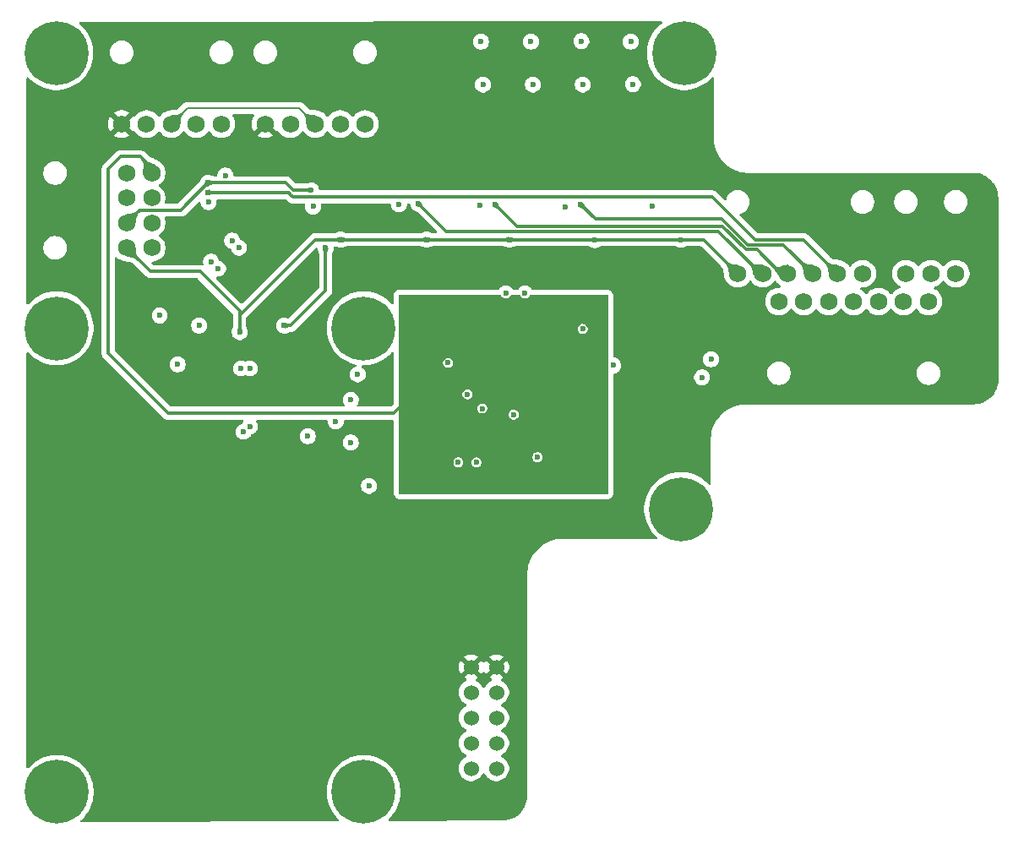
<source format=gbr>
%TF.GenerationSoftware,KiCad,Pcbnew,9.0.0*%
%TF.CreationDate,2025-10-11T11:02:56-05:00*%
%TF.ProjectId,BPS-Voltage_Temp_Board,4250532d-566f-46c7-9461-67655f54656d,rev?*%
%TF.SameCoordinates,Original*%
%TF.FileFunction,Copper,L4,Bot*%
%TF.FilePolarity,Positive*%
%FSLAX46Y46*%
G04 Gerber Fmt 4.6, Leading zero omitted, Abs format (unit mm)*
G04 Created by KiCad (PCBNEW 9.0.0) date 2025-10-11 11:02:56*
%MOMM*%
%LPD*%
G01*
G04 APERTURE LIST*
%TA.AperFunction,ComponentPad*%
%ADD10C,1.524000*%
%TD*%
%TA.AperFunction,ComponentPad*%
%ADD11C,3.600000*%
%TD*%
%TA.AperFunction,ConnectorPad*%
%ADD12C,6.400000*%
%TD*%
%TA.AperFunction,ComponentPad*%
%ADD13C,1.752600*%
%TD*%
%TA.AperFunction,ViaPad*%
%ADD14C,0.600000*%
%TD*%
%TA.AperFunction,Conductor*%
%ADD15C,0.300000*%
%TD*%
%TA.AperFunction,Conductor*%
%ADD16C,0.200000*%
%TD*%
G04 APERTURE END LIST*
D10*
%TO.P,J5,1,CH0*%
%TO.N,/LedDin*%
X62660000Y-92400000D03*
%TO.P,J5,2,CH1*%
%TO.N,/PB3*%
X65200000Y-92400000D03*
%TO.P,J5,3,CH2*%
%TO.N,/PB15*%
X62660000Y-89860000D03*
%TO.P,J5,4,CH3*%
%TO.N,/bmsAlert*%
X65200000Y-89860000D03*
%TO.P,J5,5,CH4*%
%TO.N,/PB14*%
X62660000Y-87320000D03*
%TO.P,J5,6,CH5*%
%TO.N,/bmsEn*%
X65200000Y-87320000D03*
%TO.P,J5,7,CH6*%
%TO.N,/VoltageSense/I2C_SDA*%
X62660000Y-84780000D03*
%TO.P,J5,8,CH7*%
%TO.N,/VoltageSense/I2C_SCL*%
X65200000Y-84780000D03*
%TO.P,J5,9,GND*%
%TO.N,GND*%
X62660000Y-82240000D03*
%TO.P,J5,10,GND*%
X65200000Y-82240000D03*
%TD*%
D11*
%TO.P,MH4,1,1*%
%TO.N,unconnected-(MH4-Pad1)_1*%
X21095000Y-20700000D03*
D12*
%TO.N,unconnected-(MH4-Pad1)_2*%
X21095000Y-20700000D03*
%TD*%
D13*
%TO.P,J11,1,Pin_1*%
%TO.N,/VoltageConn/last_cell_ext*%
X108500000Y-45591895D03*
%TO.P,J11,2,Pin_2*%
%TO.N,/VoltageConn/4&5COM_ext*%
X106000000Y-45591895D03*
%TO.P,J11,3,Pin_3*%
%TO.N,/VoltageConn/3&4COM_ext*%
X103500000Y-45591895D03*
%TO.P,J11,4,Pin_4*%
%TO.N,/VoltageConn/2&3COM_ext*%
X101000000Y-45591895D03*
%TO.P,J11,5,Pin_5*%
%TO.N,/VoltageConn/1&2COM_ext*%
X98500000Y-45591895D03*
%TO.P,J11,6,Pin_6*%
%TO.N,unconnected-(J11-Pin_6-Pad6)*%
X96000000Y-45591895D03*
%TO.P,J11,7,Pin_7*%
%TO.N,Net-(J11-Pin_7)*%
X93500000Y-45591895D03*
%TD*%
D11*
%TO.P,J10,25,MNT*%
%TO.N,unconnected-(J10-MNT-Pad25)*%
X21125000Y-48280000D03*
D12*
%TO.N,unconnected-(J10-MNT-Pad25)_1*%
X21125000Y-48280000D03*
D11*
%TO.P,J10,26,MNT*%
%TO.N,unconnected-(J10-MNT-Pad26)_1*%
X51875000Y-48280000D03*
D12*
%TO.N,unconnected-(J10-MNT-Pad26)_2*%
X51875000Y-48280000D03*
D11*
%TO.P,J10,27,MNT*%
%TO.N,unconnected-(J10-MNT-Pad27)_1*%
X51875000Y-94750000D03*
D12*
%TO.N,unconnected-(J10-MNT-Pad27)*%
X51875000Y-94750000D03*
D11*
%TO.P,J10,28,MNT*%
%TO.N,unconnected-(J10-MNT-Pad28)_1*%
X21135000Y-94750000D03*
D12*
%TO.N,unconnected-(J10-MNT-Pad28)_2*%
X21135000Y-94750000D03*
%TD*%
D13*
%TO.P,J8,1,Pin_1*%
%TO.N,VDDA*%
X89383400Y-42808106D03*
%TO.P,J8,2,Pin_2*%
%TO.N,/TemperatureConn/rawTemperature1*%
X91883400Y-42808106D03*
%TO.P,J8,3,Pin_3*%
%TO.N,/TemperatureConn/rawTemperature2*%
X94383400Y-42808106D03*
%TO.P,J8,4,Pin_4*%
%TO.N,/TemperatureConn/rawTemperature3*%
X96883400Y-42808106D03*
%TO.P,J8,5,Pin_5*%
%TO.N,/ScrutineeringConn/rawTemperature4_Pre*%
X99383400Y-42808106D03*
%TO.P,J8,6,Pin_6*%
%TO.N,GNDA*%
X101883400Y-42808106D03*
%TD*%
%TO.P,J3,1,Pin_1*%
%TO.N,GND*%
X27633400Y-27808106D03*
%TO.P,J3,2,Pin_2*%
%TO.N,/I-CAN_L*%
X30133400Y-27808106D03*
%TO.P,J3,3,Pin_3*%
%TO.N,/I-CAN_H*%
X32633400Y-27808106D03*
%TO.P,J3,4,Pin_4*%
%TO.N,+24V*%
X35133400Y-27808106D03*
%TO.P,J3,5,Pin_5*%
%TO.N,/ShieldGND*%
X37633400Y-27808106D03*
%TD*%
%TO.P,J1,1,Pin_1*%
%TO.N,/VoltageConn/3&4COM_Out*%
X30658098Y-40216600D03*
%TO.P,J1,2,Pin_2*%
%TO.N,/ShieldGND*%
X30658098Y-37716600D03*
%TO.P,J1,3,Pin_3*%
%TO.N,/VoltageConn/3&4COM*%
X30658098Y-35216600D03*
%TO.P,J1,4,Pin_4*%
%TO.N,GND_Seg*%
X30658098Y-32716600D03*
%TO.P,J1,5,Pin_5*%
%TO.N,VDDA*%
X28158098Y-40216600D03*
%TO.P,J1,6,Pin_6*%
%TO.N,/TemperatureConn/rawTemperature4*%
X28158098Y-37716600D03*
%TO.P,J1,7,Pin_7*%
%TO.N,/ScrutineeringConn/rawTemperature4_Pre*%
X28158098Y-35216600D03*
%TO.P,J1,8,Pin_8*%
%TO.N,GNDA*%
X28158098Y-32716600D03*
%TD*%
%TO.P,J9,1,Pin_1*%
%TO.N,VDDA*%
X106233400Y-42800000D03*
%TO.P,J9,2,Pin_2*%
%TO.N,/TemperatureConn/rawTemperature5*%
X108733400Y-42800000D03*
%TO.P,J9,3,Pin_3*%
%TO.N,GNDA*%
X111233400Y-42800000D03*
%TD*%
%TO.P,J4,1,Pin_1*%
%TO.N,GND*%
X42033400Y-27808106D03*
%TO.P,J4,2,Pin_2*%
%TO.N,/I-CAN_L*%
X44533400Y-27808106D03*
%TO.P,J4,3,Pin_3*%
%TO.N,/I-CAN_H*%
X47033400Y-27808106D03*
%TO.P,J4,4,Pin_4*%
%TO.N,+24V*%
X49533400Y-27808106D03*
%TO.P,J4,5,Pin_5*%
%TO.N,/ShieldGND*%
X52033400Y-27808106D03*
%TD*%
D11*
%TO.P,MH1,1,1*%
%TO.N,unconnected-(MH1-Pad1)*%
X84000000Y-20700000D03*
D12*
%TO.N,unconnected-(MH1-Pad1)_2*%
X84000000Y-20700000D03*
%TD*%
D11*
%TO.P,MH3,1,1*%
%TO.N,unconnected-(MH3-Pad1)*%
X83700000Y-66400000D03*
D12*
%TO.N,unconnected-(MH3-Pad1)_1*%
X83700000Y-66400000D03*
%TD*%
D14*
%TO.N,GND*%
X57300000Y-79200000D03*
X71762716Y-67270735D03*
X58000000Y-77800000D03*
X77392500Y-22507500D03*
X42600000Y-62400000D03*
X43300000Y-61000000D03*
X58700000Y-77800000D03*
X51700000Y-70100000D03*
X46700000Y-50600000D03*
X52400000Y-69400000D03*
X55200000Y-75000000D03*
X47975000Y-59100000D03*
X40800000Y-38200000D03*
X54500000Y-74300000D03*
X48200000Y-65900000D03*
X46100000Y-65200000D03*
X44000000Y-45500000D03*
X42600000Y-61000000D03*
X46000000Y-52000000D03*
X52400000Y-70800000D03*
X46100000Y-66600000D03*
X42600000Y-61700000D03*
X42200000Y-37500000D03*
X72000000Y-24550000D03*
X56600000Y-73600000D03*
X46800000Y-65200000D03*
X48900000Y-69400000D03*
X48900000Y-70100000D03*
X43300000Y-61700000D03*
X43200000Y-45500000D03*
X57300000Y-77800000D03*
X48200000Y-66600000D03*
X49600000Y-70800000D03*
X54307500Y-55707500D03*
X51000000Y-69400000D03*
X58700000Y-78500000D03*
X46700000Y-51300000D03*
X53100000Y-74300000D03*
X47500000Y-66600000D03*
X51700000Y-70800000D03*
X53450000Y-62900000D03*
X53100000Y-75000000D03*
X44700000Y-66600000D03*
X44000000Y-61000000D03*
X69600000Y-22000000D03*
X45300000Y-51300000D03*
X48200000Y-65200000D03*
X40800000Y-37500000D03*
X56600000Y-74300000D03*
X44000000Y-46200000D03*
X58000000Y-79200000D03*
X51700000Y-69400000D03*
X44700000Y-65900000D03*
X46800000Y-65900000D03*
X46800000Y-66600000D03*
X53800000Y-74300000D03*
X42400000Y-46200000D03*
X52400000Y-70100000D03*
X47500000Y-65200000D03*
X49600000Y-69400000D03*
X46000000Y-51300000D03*
X41500000Y-38200000D03*
X50300000Y-70800000D03*
X41500000Y-37500000D03*
X43200000Y-46900000D03*
X65775533Y-25878355D03*
X44000000Y-62400000D03*
X50300000Y-70100000D03*
X55200000Y-74300000D03*
X55900000Y-75000000D03*
X44000000Y-61700000D03*
X45400000Y-65900000D03*
X43200000Y-46200000D03*
X44000000Y-46900000D03*
X65450000Y-21112500D03*
X58700000Y-79200000D03*
X46100000Y-65900000D03*
X41500000Y-36800000D03*
X49600000Y-70100000D03*
X53100000Y-73600000D03*
X60200000Y-22600000D03*
X45300000Y-52000000D03*
X42200000Y-38200000D03*
X70134250Y-27450000D03*
X40800000Y-36800000D03*
X42400000Y-45500000D03*
X51000000Y-70800000D03*
X55900000Y-74300000D03*
X44700000Y-65200000D03*
X58000000Y-78500000D03*
X50300000Y-69400000D03*
X47500000Y-65900000D03*
X56600000Y-75000000D03*
X54500000Y-75000000D03*
X48900000Y-70800000D03*
X55900000Y-73600000D03*
X42400000Y-46900000D03*
X46700000Y-52000000D03*
X45400000Y-66600000D03*
X45300000Y-50600000D03*
X45400000Y-65200000D03*
X57300000Y-78500000D03*
X46000000Y-50600000D03*
X55200000Y-73600000D03*
X53800000Y-73600000D03*
X54500000Y-73600000D03*
X43300000Y-62400000D03*
X53800000Y-75000000D03*
X42200000Y-36800000D03*
X77150000Y-26250000D03*
X51000000Y-70100000D03*
%TO.N,+3.3V*%
X63843750Y-23856250D03*
X73707500Y-19507500D03*
X51300000Y-52895000D03*
X73843750Y-23856250D03*
X78657500Y-19557500D03*
X68843750Y-23856250D03*
X50600000Y-55450000D03*
X78875000Y-23825000D03*
X50600000Y-59735000D03*
X63657500Y-19557500D03*
X68657500Y-19557500D03*
%TO.N,GNDA*%
X72114734Y-36085266D03*
X39400000Y-40200000D03*
X43900000Y-48011500D03*
X63559028Y-35940972D03*
X80778484Y-36021516D03*
X48075000Y-40200000D03*
X38700000Y-39500000D03*
X46822234Y-36077766D03*
X36600000Y-41600000D03*
X37300000Y-42300000D03*
X55425029Y-35874971D03*
%TO.N,VDDA*%
X39462500Y-48662500D03*
X58200000Y-39400000D03*
X83700000Y-39400000D03*
X75060000Y-39450000D03*
X49592500Y-39400000D03*
X66500000Y-39400000D03*
%TO.N,/VoltageSense/regout*%
X60356250Y-51743750D03*
X66931250Y-56931250D03*
X62300000Y-54900000D03*
%TO.N,/VoltageConn/VC1*%
X69300000Y-61200000D03*
X76901000Y-52000000D03*
%TO.N,/PB3*%
X31450000Y-47000000D03*
X33250000Y-51900000D03*
%TO.N,/bmsEn*%
X35400000Y-48000000D03*
X46300000Y-59100000D03*
%TO.N,/bmsAlert*%
X52425000Y-64075000D03*
X49100000Y-57600000D03*
%TO.N,/VoltageSense/ALERT*%
X63775728Y-56320937D03*
X73844975Y-48344975D03*
%TO.N,/VoltageSense/bmsBoot*%
X61375735Y-61700735D03*
X63200000Y-61725000D03*
%TO.N,/VoltageConn/3&4COM*%
X86700000Y-51400000D03*
%TO.N,/VoltageConn/3&4COM_Out*%
X85800000Y-53200000D03*
%TO.N,/TemperatureConn/rawTemperature1*%
X57400000Y-35800000D03*
%TO.N,/TemperatureConn/rawTemperature2*%
X65075000Y-35875000D03*
%TO.N,/TemperatureConn/rawTemperature3*%
X73650000Y-35850000D03*
%TO.N,/TemperatureConn/rawTemperature4*%
X46625000Y-34475000D03*
X36300000Y-33700000D03*
%TO.N,/VoltageSense/I2C_SCL*%
X39600000Y-52300000D03*
X39850000Y-58650000D03*
%TO.N,/VoltageSense/I2C_SDA*%
X40495000Y-52300000D03*
X40495000Y-58124000D03*
%TO.N,GND_Seg*%
X57150000Y-46650000D03*
X71800000Y-51400000D03*
X74700000Y-62000000D03*
X71900000Y-63400000D03*
X74700000Y-62700000D03*
X72500000Y-52100000D03*
X63400000Y-50400000D03*
X71900000Y-62700000D03*
X56437500Y-52500000D03*
X70500000Y-63400000D03*
X62300000Y-62800000D03*
X69100000Y-62000000D03*
X69100000Y-62700000D03*
X57150000Y-45950000D03*
X60350000Y-56750000D03*
X62950000Y-50950000D03*
X61750000Y-56750000D03*
X71900000Y-62000000D03*
X72500000Y-50700000D03*
X71100000Y-52100000D03*
X72600000Y-63400000D03*
X57150000Y-47350000D03*
X57850000Y-46650000D03*
X71100000Y-52800000D03*
X71800000Y-53500000D03*
X72600000Y-62700000D03*
X74000000Y-62000000D03*
X61050000Y-57450000D03*
X70500000Y-62700000D03*
X71800000Y-52800000D03*
X69100000Y-63400000D03*
X61550000Y-50950000D03*
X71800000Y-52100000D03*
X72500000Y-54900000D03*
X71100000Y-55600000D03*
X62250000Y-50950000D03*
X70500000Y-62000000D03*
X58550000Y-45950000D03*
X71100000Y-53500000D03*
X72600000Y-62000000D03*
X71800000Y-55600000D03*
X74000000Y-62700000D03*
X71100000Y-54900000D03*
X73300000Y-62000000D03*
X71100000Y-54200000D03*
X71100000Y-50700000D03*
X71800000Y-54200000D03*
X69800000Y-62000000D03*
X71200000Y-63400000D03*
X63700000Y-62800000D03*
X69800000Y-63400000D03*
X72500000Y-52800000D03*
X69800000Y-62700000D03*
X72500000Y-53500000D03*
X71200000Y-62700000D03*
X63900000Y-49900000D03*
X72500000Y-55600000D03*
X58550000Y-46650000D03*
X71200000Y-62000000D03*
X74700000Y-63400000D03*
X74000000Y-63400000D03*
X71800000Y-54900000D03*
X63000000Y-62800000D03*
X71100000Y-51400000D03*
X61050000Y-56750000D03*
X72500000Y-51400000D03*
X71800000Y-50700000D03*
X72500000Y-56300000D03*
X57850000Y-47350000D03*
X60350000Y-57450000D03*
X73300000Y-62700000D03*
X61750000Y-57450000D03*
X73300000Y-63400000D03*
X71800000Y-56300000D03*
X58550000Y-47350000D03*
X72500000Y-54200000D03*
X57850000Y-45950000D03*
X60000000Y-62800000D03*
%TO.N,/TemperatureFilters/Temperature5*%
X68050000Y-44800000D03*
X66150000Y-44800000D03*
%TO.N,/ScrutineeringConn/rawTemperature4_Pre*%
X36265120Y-34654120D03*
%TO.N,/ShieldGND*%
X38032952Y-32976432D03*
X36350000Y-35650000D03*
%TD*%
D15*
%TO.N,GNDA*%
X43900000Y-48011500D02*
X44588500Y-48011500D01*
X48075000Y-44525000D02*
X48075000Y-40200000D01*
X44588500Y-48011500D02*
X48075000Y-44525000D01*
%TO.N,VDDA*%
X47000000Y-39400000D02*
X49592500Y-39400000D01*
X39462500Y-46562500D02*
X35500000Y-42600000D01*
X49592500Y-39400000D02*
X58200000Y-39400000D01*
X85975294Y-39400000D02*
X89383400Y-42808106D01*
X66500000Y-39400000D02*
X85975294Y-39400000D01*
X39462500Y-47100000D02*
X39462500Y-48662500D01*
X39462500Y-46937500D02*
X47000000Y-39400000D01*
X58200000Y-39400000D02*
X66500000Y-39400000D01*
X30541498Y-42600000D02*
X28158098Y-40216600D01*
X35500000Y-42600000D02*
X30541498Y-42600000D01*
X39462500Y-47100000D02*
X39462500Y-46562500D01*
X39462500Y-46937500D02*
X39462500Y-47100000D01*
D16*
%TO.N,/I-CAN_H*%
X34241506Y-26200000D02*
X32633400Y-27808106D01*
X45425294Y-26200000D02*
X34241506Y-26200000D01*
X47033400Y-27808106D02*
X45425294Y-26200000D01*
D15*
%TO.N,/TemperatureConn/rawTemperature1*%
X87450000Y-38550000D02*
X91708106Y-42808106D01*
X91708106Y-42808106D02*
X91883400Y-42808106D01*
X57400000Y-35800000D02*
X60150000Y-38550000D01*
X60150000Y-38550000D02*
X87450000Y-38550000D01*
%TO.N,/TemperatureConn/rawTemperature2*%
X90183814Y-40400000D02*
X91300000Y-40400000D01*
X93708106Y-42808106D02*
X94383400Y-42808106D01*
X87832814Y-38049000D02*
X90183814Y-40400000D01*
X67249000Y-38049000D02*
X87832814Y-38049000D01*
X91300000Y-40400000D02*
X93708106Y-42808106D01*
X65075000Y-35875000D02*
X67249000Y-38049000D01*
%TO.N,/TemperatureConn/rawTemperature3*%
X90392335Y-39900000D02*
X93975294Y-39900000D01*
X87790335Y-37298000D02*
X90392335Y-39900000D01*
X75098000Y-37298000D02*
X87375292Y-37297999D01*
X87375292Y-37297999D02*
X87790335Y-37298000D01*
X73650000Y-35850000D02*
X75098000Y-37298000D01*
X93975294Y-39900000D02*
X96883400Y-42808106D01*
%TO.N,/TemperatureConn/rawTemperature4*%
X29430798Y-36443900D02*
X28158098Y-37716600D01*
X36300000Y-33700000D02*
X44100000Y-33700000D01*
X36300000Y-33700000D02*
X33556100Y-36443900D01*
X33556100Y-36443900D02*
X29430798Y-36443900D01*
X46550000Y-34400000D02*
X46625000Y-34475000D01*
X44800000Y-34400000D02*
X46550000Y-34400000D01*
X44100000Y-33700000D02*
X44800000Y-34400000D01*
%TO.N,GND_Seg*%
X32300000Y-56800000D02*
X26300000Y-50800000D01*
X30658098Y-32258098D02*
X30658098Y-32716600D01*
X27520749Y-31079251D02*
X29479251Y-31079251D01*
X29479251Y-31079251D02*
X30658098Y-32258098D01*
X26300000Y-50800000D02*
X26300000Y-32300000D01*
X56437500Y-55262500D02*
X54900000Y-56800000D01*
X54900000Y-56800000D02*
X32300000Y-56800000D01*
X26300000Y-32300000D02*
X27520749Y-31079251D01*
X56437500Y-52500000D02*
X56437500Y-55262500D01*
%TO.N,/ScrutineeringConn/rawTemperature4_Pre*%
X44592480Y-34901000D02*
X44817480Y-35126000D01*
X44592480Y-34901000D02*
X44592479Y-34901000D01*
X44817480Y-35126000D02*
X86826000Y-35126000D01*
X36311000Y-34700000D02*
X44391480Y-34700000D01*
X91100000Y-39400000D02*
X95975294Y-39400000D01*
X44391480Y-34700000D02*
X44592480Y-34901000D01*
X86826000Y-35126000D02*
X91100000Y-39400000D01*
X36265120Y-34654120D02*
X36311000Y-34700000D01*
X95975294Y-39400000D02*
X99383400Y-42808106D01*
%TD*%
%TA.AperFunction,Conductor*%
%TO.N,GND_Seg*%
G36*
X65630530Y-44919685D02*
G01*
X65676285Y-44972489D01*
X65683264Y-44991904D01*
X65683608Y-44993186D01*
X65749500Y-45107314D01*
X65842686Y-45200500D01*
X65956814Y-45266392D01*
X66084108Y-45300500D01*
X66084110Y-45300500D01*
X66215890Y-45300500D01*
X66215892Y-45300500D01*
X66343186Y-45266392D01*
X66457314Y-45200500D01*
X66550500Y-45107314D01*
X66616392Y-44993186D01*
X66616734Y-44991909D01*
X66617316Y-44990952D01*
X66619500Y-44985682D01*
X66620321Y-44986022D01*
X66653096Y-44932249D01*
X66715941Y-44901718D01*
X66736509Y-44900000D01*
X67463491Y-44900000D01*
X67530530Y-44919685D01*
X67576285Y-44972489D01*
X67583264Y-44991904D01*
X67583608Y-44993186D01*
X67649500Y-45107314D01*
X67742686Y-45200500D01*
X67856814Y-45266392D01*
X67984108Y-45300500D01*
X67984110Y-45300500D01*
X68115890Y-45300500D01*
X68115892Y-45300500D01*
X68243186Y-45266392D01*
X68357314Y-45200500D01*
X68450500Y-45107314D01*
X68516392Y-44993186D01*
X68516734Y-44991909D01*
X68517316Y-44990952D01*
X68519500Y-44985682D01*
X68520321Y-44986022D01*
X68553096Y-44932249D01*
X68615941Y-44901718D01*
X68636509Y-44900000D01*
X76276000Y-44900000D01*
X76343039Y-44919685D01*
X76388794Y-44972489D01*
X76400000Y-45024000D01*
X76400000Y-64776000D01*
X76380315Y-64843039D01*
X76327511Y-64888794D01*
X76276000Y-64900000D01*
X55543334Y-64900000D01*
X55476295Y-64880315D01*
X55430540Y-64827511D01*
X55419334Y-64776121D01*
X55416796Y-62167126D01*
X55416278Y-61634843D01*
X60875235Y-61634843D01*
X60875235Y-61766627D01*
X60881737Y-61790892D01*
X60909343Y-61893922D01*
X60923352Y-61918186D01*
X60975235Y-62008049D01*
X61068421Y-62101235D01*
X61182549Y-62167127D01*
X61309843Y-62201235D01*
X61309845Y-62201235D01*
X61441625Y-62201235D01*
X61441627Y-62201235D01*
X61568921Y-62167127D01*
X61683049Y-62101235D01*
X61776235Y-62008049D01*
X61842127Y-61893921D01*
X61876235Y-61766627D01*
X61876235Y-61659108D01*
X62699500Y-61659108D01*
X62699500Y-61790891D01*
X62733608Y-61918187D01*
X62766554Y-61975250D01*
X62799500Y-62032314D01*
X62892686Y-62125500D01*
X63006814Y-62191392D01*
X63134108Y-62225500D01*
X63134110Y-62225500D01*
X63265890Y-62225500D01*
X63265892Y-62225500D01*
X63393186Y-62191392D01*
X63507314Y-62125500D01*
X63600500Y-62032314D01*
X63666392Y-61918186D01*
X63700500Y-61790892D01*
X63700500Y-61659108D01*
X63666392Y-61531814D01*
X63600500Y-61417686D01*
X63507314Y-61324500D01*
X63450250Y-61291554D01*
X63393187Y-61258608D01*
X63371645Y-61252836D01*
X63265892Y-61224500D01*
X63134108Y-61224500D01*
X63006812Y-61258608D01*
X62892686Y-61324500D01*
X62892683Y-61324502D01*
X62799502Y-61417683D01*
X62799500Y-61417686D01*
X62733608Y-61531812D01*
X62699500Y-61659108D01*
X61876235Y-61659108D01*
X61876235Y-61634843D01*
X61842127Y-61507549D01*
X61841992Y-61507316D01*
X61790244Y-61417686D01*
X61776235Y-61393421D01*
X61683049Y-61300235D01*
X61588689Y-61245756D01*
X61568922Y-61234343D01*
X61505274Y-61217289D01*
X61441627Y-61200235D01*
X61309843Y-61200235D01*
X61182547Y-61234343D01*
X61068421Y-61300235D01*
X61068418Y-61300237D01*
X60975237Y-61393418D01*
X60975235Y-61393421D01*
X60909343Y-61507547D01*
X60902841Y-61531814D01*
X60875235Y-61634843D01*
X55416278Y-61634843D01*
X55415791Y-61134108D01*
X68799500Y-61134108D01*
X68799500Y-61265891D01*
X68833608Y-61393187D01*
X68847751Y-61417683D01*
X68899500Y-61507314D01*
X68992686Y-61600500D01*
X69106814Y-61666392D01*
X69234108Y-61700500D01*
X69234110Y-61700500D01*
X69365890Y-61700500D01*
X69365892Y-61700500D01*
X69493186Y-61666392D01*
X69607314Y-61600500D01*
X69700500Y-61507314D01*
X69766392Y-61393186D01*
X69800500Y-61265892D01*
X69800500Y-61134108D01*
X69766392Y-61006814D01*
X69700500Y-60892686D01*
X69607314Y-60799500D01*
X69550250Y-60766554D01*
X69493187Y-60733608D01*
X69429539Y-60716554D01*
X69365892Y-60699500D01*
X69234108Y-60699500D01*
X69106812Y-60733608D01*
X68992686Y-60799500D01*
X68992683Y-60799502D01*
X68899502Y-60892683D01*
X68899500Y-60892686D01*
X68833608Y-61006812D01*
X68799500Y-61134108D01*
X55415791Y-61134108D01*
X55411639Y-56865358D01*
X66430750Y-56865358D01*
X66430750Y-56997141D01*
X66464858Y-57124437D01*
X66497804Y-57181500D01*
X66530750Y-57238564D01*
X66623936Y-57331750D01*
X66738064Y-57397642D01*
X66865358Y-57431750D01*
X66865360Y-57431750D01*
X66997140Y-57431750D01*
X66997142Y-57431750D01*
X67124436Y-57397642D01*
X67238564Y-57331750D01*
X67331750Y-57238564D01*
X67397642Y-57124436D01*
X67431750Y-56997142D01*
X67431750Y-56865358D01*
X67397642Y-56738064D01*
X67331750Y-56623936D01*
X67238564Y-56530750D01*
X67181500Y-56497804D01*
X67124437Y-56464858D01*
X67060789Y-56447804D01*
X66997142Y-56430750D01*
X66865358Y-56430750D01*
X66738062Y-56464858D01*
X66623936Y-56530750D01*
X66623933Y-56530752D01*
X66530752Y-56623933D01*
X66530750Y-56623936D01*
X66464858Y-56738062D01*
X66430750Y-56865358D01*
X55411639Y-56865358D01*
X55411045Y-56255045D01*
X63275228Y-56255045D01*
X63275228Y-56386829D01*
X63292282Y-56450476D01*
X63309336Y-56514124D01*
X63342282Y-56571187D01*
X63375228Y-56628251D01*
X63468414Y-56721437D01*
X63582542Y-56787329D01*
X63709836Y-56821437D01*
X63709838Y-56821437D01*
X63841618Y-56821437D01*
X63841620Y-56821437D01*
X63968914Y-56787329D01*
X64083042Y-56721437D01*
X64176228Y-56628251D01*
X64242120Y-56514123D01*
X64276228Y-56386829D01*
X64276228Y-56255045D01*
X64242120Y-56127751D01*
X64176228Y-56013623D01*
X64083042Y-55920437D01*
X64025978Y-55887491D01*
X63968915Y-55854545D01*
X63905267Y-55837491D01*
X63841620Y-55820437D01*
X63709836Y-55820437D01*
X63582540Y-55854545D01*
X63468414Y-55920437D01*
X63468411Y-55920439D01*
X63375230Y-56013620D01*
X63375228Y-56013623D01*
X63309336Y-56127749D01*
X63275228Y-56255045D01*
X55411045Y-56255045D01*
X55409663Y-54834108D01*
X61799500Y-54834108D01*
X61799500Y-54965891D01*
X61833608Y-55093187D01*
X61866554Y-55150250D01*
X61899500Y-55207314D01*
X61992686Y-55300500D01*
X62106814Y-55366392D01*
X62234108Y-55400500D01*
X62234110Y-55400500D01*
X62365890Y-55400500D01*
X62365892Y-55400500D01*
X62493186Y-55366392D01*
X62607314Y-55300500D01*
X62700500Y-55207314D01*
X62766392Y-55093186D01*
X62800500Y-54965892D01*
X62800500Y-54834108D01*
X62766392Y-54706814D01*
X62700500Y-54592686D01*
X62607314Y-54499500D01*
X62550250Y-54466554D01*
X62493187Y-54433608D01*
X62429539Y-54416554D01*
X62365892Y-54399500D01*
X62234108Y-54399500D01*
X62106812Y-54433608D01*
X61992686Y-54499500D01*
X61992683Y-54499502D01*
X61899502Y-54592683D01*
X61899500Y-54592686D01*
X61833608Y-54706812D01*
X61799500Y-54834108D01*
X55409663Y-54834108D01*
X55406593Y-51677858D01*
X59855750Y-51677858D01*
X59855750Y-51809641D01*
X59889858Y-51936937D01*
X59922804Y-51994000D01*
X59955750Y-52051064D01*
X60048936Y-52144250D01*
X60163064Y-52210142D01*
X60290358Y-52244250D01*
X60290360Y-52244250D01*
X60422140Y-52244250D01*
X60422142Y-52244250D01*
X60549436Y-52210142D01*
X60663564Y-52144250D01*
X60756750Y-52051064D01*
X60822642Y-51936936D01*
X60856750Y-51809642D01*
X60856750Y-51677858D01*
X60822642Y-51550564D01*
X60756750Y-51436436D01*
X60663564Y-51343250D01*
X60606500Y-51310304D01*
X60549437Y-51277358D01*
X60485789Y-51260304D01*
X60422142Y-51243250D01*
X60290358Y-51243250D01*
X60163062Y-51277358D01*
X60048936Y-51343250D01*
X60048933Y-51343252D01*
X59955752Y-51436433D01*
X59955750Y-51436436D01*
X59889858Y-51550562D01*
X59855750Y-51677858D01*
X55406593Y-51677858D01*
X55403287Y-48279083D01*
X73344475Y-48279083D01*
X73344475Y-48410866D01*
X73378583Y-48538162D01*
X73411529Y-48595225D01*
X73444475Y-48652289D01*
X73537661Y-48745475D01*
X73651789Y-48811367D01*
X73779083Y-48845475D01*
X73779085Y-48845475D01*
X73910865Y-48845475D01*
X73910867Y-48845475D01*
X74038161Y-48811367D01*
X74152289Y-48745475D01*
X74245475Y-48652289D01*
X74311367Y-48538161D01*
X74345475Y-48410867D01*
X74345475Y-48279083D01*
X74311367Y-48151789D01*
X74245475Y-48037661D01*
X74152289Y-47944475D01*
X74095225Y-47911529D01*
X74038162Y-47878583D01*
X73974514Y-47861529D01*
X73910867Y-47844475D01*
X73779083Y-47844475D01*
X73651787Y-47878583D01*
X73537661Y-47944475D01*
X73537658Y-47944477D01*
X73444477Y-48037658D01*
X73444475Y-48037661D01*
X73378583Y-48151787D01*
X73344475Y-48279083D01*
X55403287Y-48279083D01*
X55400390Y-45300499D01*
X55400121Y-45024121D01*
X55419740Y-44957062D01*
X55472500Y-44911256D01*
X55524121Y-44900000D01*
X65563491Y-44900000D01*
X65630530Y-44919685D01*
G37*
%TD.AperFunction*%
%TD*%
%TA.AperFunction,Conductor*%
%TO.N,/ScrutineeringConn/rawTemperature4_Pre*%
G36*
X98270362Y-41482479D02*
G01*
X98386891Y-41592568D01*
X98430959Y-41628450D01*
X98498035Y-41683067D01*
X98498041Y-41683071D01*
X98498046Y-41683075D01*
X98599643Y-41750340D01*
X98663627Y-41782404D01*
X98695765Y-41798510D01*
X98725853Y-41809061D01*
X98790495Y-41831731D01*
X98887914Y-41854153D01*
X99107149Y-41883185D01*
X99209800Y-41894786D01*
X99210287Y-41894851D01*
X99542322Y-41946762D01*
X99549967Y-41951426D01*
X99552075Y-41960129D01*
X99551992Y-41960594D01*
X99385627Y-42801128D01*
X99380659Y-42808578D01*
X99376422Y-42810333D01*
X98535756Y-42976724D01*
X98526975Y-42974969D01*
X98522007Y-42967519D01*
X98521951Y-42967218D01*
X98482578Y-42732408D01*
X98482502Y-42731881D01*
X98458479Y-42531855D01*
X98458467Y-42531751D01*
X98452458Y-42477622D01*
X98419282Y-42263123D01*
X98364444Y-42099171D01*
X98319809Y-42014460D01*
X98277699Y-41951426D01*
X98260201Y-41925233D01*
X98169076Y-41812974D01*
X98155421Y-41798510D01*
X98057767Y-41695068D01*
X98054581Y-41686700D01*
X98058002Y-41678765D01*
X98254056Y-41482711D01*
X98262328Y-41479285D01*
X98270362Y-41482479D01*
G37*
%TD.AperFunction*%
%TD*%
%TA.AperFunction,Conductor*%
%TO.N,VDDA*%
G36*
X66438158Y-39110297D02*
G01*
X66443761Y-39117283D01*
X66443995Y-39118233D01*
X66500530Y-39397680D01*
X66500530Y-39402320D01*
X66443952Y-39681978D01*
X66438952Y-39689407D01*
X66430164Y-39691126D01*
X66429406Y-39690946D01*
X66301127Y-39655970D01*
X66299634Y-39655452D01*
X66203898Y-39614815D01*
X66079102Y-39567462D01*
X66079095Y-39567460D01*
X66004233Y-39554683D01*
X65916908Y-39550530D01*
X65908807Y-39546714D01*
X65905764Y-39538843D01*
X65905764Y-39261127D01*
X65909191Y-39252854D01*
X65916876Y-39249442D01*
X66008560Y-39244844D01*
X66085772Y-39230849D01*
X66203892Y-39185186D01*
X66271279Y-39155409D01*
X66272722Y-39154882D01*
X66429258Y-39109319D01*
X66438158Y-39110297D01*
G37*
%TD.AperFunction*%
%TD*%
%TA.AperFunction,Conductor*%
%TO.N,/TemperatureConn/rawTemperature1*%
G36*
X57655236Y-35643523D02*
G01*
X57655645Y-35644185D01*
X57721621Y-35759624D01*
X57722311Y-35761047D01*
X57761275Y-35857482D01*
X57816033Y-35979206D01*
X57859935Y-36041180D01*
X57918748Y-36105867D01*
X57921778Y-36114294D01*
X57918364Y-36122011D01*
X57721990Y-36318385D01*
X57713717Y-36321812D01*
X57705869Y-36318789D01*
X57637789Y-36257212D01*
X57637788Y-36257211D01*
X57573297Y-36212511D01*
X57457489Y-36161278D01*
X57457468Y-36161269D01*
X57388790Y-36134686D01*
X57387382Y-36134031D01*
X57244480Y-36055564D01*
X57238877Y-36048578D01*
X57239855Y-36039677D01*
X57240362Y-36038840D01*
X57279927Y-35979206D01*
X57397985Y-35801263D01*
X57401263Y-35797985D01*
X57639022Y-35640241D01*
X57647807Y-35638523D01*
X57655236Y-35643523D01*
G37*
%TD.AperFunction*%
%TD*%
%TA.AperFunction,Conductor*%
%TO.N,VDDA*%
G36*
X29014522Y-40049736D02*
G01*
X29019490Y-40057186D01*
X29019552Y-40057523D01*
X29058917Y-40292283D01*
X29058995Y-40292823D01*
X29083018Y-40492849D01*
X29083030Y-40492953D01*
X29089039Y-40547083D01*
X29122215Y-40761583D01*
X29177054Y-40925535D01*
X29221689Y-41010247D01*
X29281296Y-41099472D01*
X29338995Y-41170553D01*
X29372422Y-41211732D01*
X29431550Y-41274365D01*
X29483729Y-41329636D01*
X29486916Y-41338005D01*
X29483494Y-41345941D01*
X29287442Y-41541993D01*
X29279169Y-41545420D01*
X29271134Y-41542225D01*
X29154607Y-41432138D01*
X29043452Y-41341630D01*
X28941854Y-41274365D01*
X28909667Y-41258236D01*
X28845731Y-41226195D01*
X28750995Y-41192972D01*
X28653590Y-41170553D01*
X28636914Y-41168344D01*
X28434347Y-41141520D01*
X28396973Y-41137296D01*
X28331699Y-41129918D01*
X28331206Y-41129852D01*
X27999175Y-41077943D01*
X27991530Y-41073279D01*
X27989422Y-41064576D01*
X27989505Y-41064111D01*
X28000167Y-41010247D01*
X28155870Y-40223576D01*
X28160838Y-40216127D01*
X28165074Y-40214372D01*
X29005741Y-40047981D01*
X29014522Y-40049736D01*
G37*
%TD.AperFunction*%
%TD*%
%TA.AperFunction,Conductor*%
%TO.N,VDDA*%
G36*
X39609645Y-48071691D02*
G01*
X39613057Y-48079378D01*
X39617656Y-48171060D01*
X39617657Y-48171068D01*
X39631650Y-48248270D01*
X39631650Y-48248271D01*
X39677320Y-48366408D01*
X39707086Y-48433770D01*
X39707618Y-48435229D01*
X39753180Y-48591757D01*
X39752202Y-48600658D01*
X39745216Y-48606261D01*
X39744266Y-48606495D01*
X39464820Y-48663030D01*
X39460180Y-48663030D01*
X39180521Y-48606452D01*
X39173092Y-48601452D01*
X39171373Y-48592664D01*
X39171545Y-48591936D01*
X39206530Y-48463623D01*
X39207043Y-48462142D01*
X39247686Y-48366392D01*
X39295038Y-48241600D01*
X39307817Y-48166732D01*
X39311970Y-48079407D01*
X39315786Y-48071307D01*
X39323657Y-48068264D01*
X39601372Y-48068264D01*
X39609645Y-48071691D01*
G37*
%TD.AperFunction*%
%TD*%
%TA.AperFunction,Conductor*%
%TO.N,VDDA*%
G36*
X58270569Y-39109047D02*
G01*
X58393863Y-39142663D01*
X58398871Y-39144029D01*
X58400364Y-39144547D01*
X58496100Y-39185183D01*
X58562790Y-39210488D01*
X58620899Y-39232538D01*
X58620902Y-39232538D01*
X58620904Y-39232539D01*
X58634531Y-39234864D01*
X58695768Y-39245317D01*
X58783094Y-39249470D01*
X58791193Y-39253285D01*
X58794236Y-39261156D01*
X58794236Y-39538872D01*
X58790809Y-39547145D01*
X58783122Y-39550557D01*
X58691439Y-39555156D01*
X58691431Y-39555157D01*
X58614228Y-39569150D01*
X58614227Y-39569150D01*
X58496090Y-39614820D01*
X58428728Y-39644586D01*
X58427269Y-39645118D01*
X58270742Y-39690680D01*
X58261841Y-39689702D01*
X58256238Y-39682716D01*
X58256004Y-39681766D01*
X58230390Y-39555157D01*
X58199469Y-39402318D01*
X58199469Y-39397680D01*
X58227090Y-39261156D01*
X58256047Y-39118020D01*
X58261047Y-39110592D01*
X58269835Y-39108873D01*
X58270569Y-39109047D01*
G37*
%TD.AperFunction*%
%TD*%
%TA.AperFunction,Conductor*%
%TO.N,/TemperatureConn/rawTemperature1*%
G36*
X90682711Y-41569982D02*
G01*
X90793192Y-41672476D01*
X90793201Y-41672484D01*
X90793206Y-41672488D01*
X90793212Y-41672493D01*
X90793221Y-41672500D01*
X90901203Y-41755392D01*
X90901206Y-41755394D01*
X91001355Y-41814939D01*
X91096557Y-41855028D01*
X91169866Y-41874334D01*
X91189702Y-41879559D01*
X91189704Y-41879559D01*
X91189718Y-41879563D01*
X91283744Y-41892448D01*
X91486005Y-41898878D01*
X91767072Y-41908495D01*
X91768261Y-41908598D01*
X92042099Y-41946928D01*
X92049817Y-41951469D01*
X92052064Y-41960137D01*
X92051954Y-41960787D01*
X91885050Y-42804045D01*
X91880082Y-42811495D01*
X91880062Y-42811508D01*
X91165108Y-43288069D01*
X91156324Y-43289807D01*
X91148884Y-43284823D01*
X91148519Y-43284241D01*
X91026150Y-43075008D01*
X91025459Y-43073623D01*
X90945549Y-42882918D01*
X90945072Y-42881545D01*
X90924749Y-42808813D01*
X90897664Y-42711884D01*
X90897460Y-42711024D01*
X90866826Y-42554753D01*
X90820380Y-42338132D01*
X90753877Y-42162371D01*
X90705695Y-42074423D01*
X90643327Y-41981832D01*
X90643322Y-41981824D01*
X90562791Y-41881757D01*
X90562783Y-41881748D01*
X90562781Y-41881746D01*
X90562778Y-41881742D01*
X90470054Y-41782712D01*
X90466902Y-41774332D01*
X90470322Y-41766445D01*
X90666482Y-41570285D01*
X90674754Y-41566859D01*
X90682711Y-41569982D01*
G37*
%TD.AperFunction*%
%TD*%
%TA.AperFunction,Conductor*%
%TO.N,/TemperatureConn/rawTemperature4*%
G36*
X46563737Y-34184840D02*
G01*
X46568792Y-34192232D01*
X46568810Y-34192318D01*
X46625030Y-34470210D01*
X46623311Y-34478998D01*
X46623272Y-34479057D01*
X46465010Y-34714500D01*
X46457551Y-34719454D01*
X46448773Y-34717683D01*
X46448547Y-34717528D01*
X46358577Y-34653943D01*
X46358485Y-34653877D01*
X46334572Y-34636626D01*
X46314552Y-34622184D01*
X46304004Y-34616530D01*
X46220163Y-34571594D01*
X46220160Y-34571593D01*
X46144281Y-34555198D01*
X46048718Y-34550542D01*
X46040621Y-34546717D01*
X46037587Y-34538856D01*
X46037587Y-34261245D01*
X46041014Y-34252972D01*
X46048821Y-34249555D01*
X46258022Y-34241270D01*
X46422549Y-34211012D01*
X46554937Y-34183188D01*
X46563737Y-34184840D01*
G37*
%TD.AperFunction*%
%TD*%
%TA.AperFunction,Conductor*%
%TO.N,GND_Seg*%
G36*
X29819187Y-31206312D02*
G01*
X29959317Y-31333814D01*
X30025550Y-31394079D01*
X30205777Y-31521680D01*
X30289727Y-31565357D01*
X30368011Y-31606088D01*
X30497985Y-31659245D01*
X30528661Y-31671791D01*
X30605139Y-31701914D01*
X30605661Y-31702136D01*
X30857807Y-31816749D01*
X30858960Y-31817352D01*
X31134381Y-31981681D01*
X31139730Y-31988863D01*
X31138434Y-31997724D01*
X31138121Y-31998218D01*
X30661500Y-32713262D01*
X30654060Y-32718246D01*
X30654037Y-32718250D01*
X29810902Y-32885130D01*
X29802121Y-32883375D01*
X29797153Y-32875925D01*
X29797030Y-32875179D01*
X29771925Y-32681613D01*
X29771829Y-32680055D01*
X29772850Y-32501051D01*
X29772931Y-32499747D01*
X29791667Y-32341522D01*
X29791775Y-32340813D01*
X29818377Y-32198067D01*
X29818391Y-32197993D01*
X29849197Y-32020084D01*
X29849197Y-32020083D01*
X29849198Y-32020078D01*
X29852825Y-31869456D01*
X29821858Y-31731260D01*
X29821856Y-31731256D01*
X29821855Y-31731252D01*
X29789994Y-31659249D01*
X29789994Y-31659248D01*
X29745061Y-31584209D01*
X29745062Y-31584209D01*
X29681187Y-31500232D01*
X29681172Y-31500214D01*
X29635037Y-31450210D01*
X29606420Y-31419191D01*
X29603329Y-31410788D01*
X29606746Y-31402987D01*
X29803041Y-31206692D01*
X29811313Y-31203266D01*
X29819187Y-31206312D01*
G37*
%TD.AperFunction*%
%TD*%
%TA.AperFunction,Conductor*%
%TO.N,/TemperatureConn/rawTemperature2*%
G36*
X93022477Y-41909382D02*
G01*
X93066930Y-41948644D01*
X93111461Y-41987975D01*
X93126219Y-42001009D01*
X93230707Y-42067953D01*
X93230709Y-42067953D01*
X93230709Y-42067954D01*
X93329473Y-42107244D01*
X93329476Y-42107245D01*
X93424301Y-42123194D01*
X93516958Y-42120112D01*
X93609224Y-42102308D01*
X93799686Y-42039774D01*
X93948380Y-41988285D01*
X93949426Y-41987977D01*
X94147131Y-41939914D01*
X94149036Y-41939616D01*
X94343632Y-41925642D01*
X94345745Y-41925681D01*
X94541685Y-41947249D01*
X94549534Y-41951561D01*
X94552035Y-41960159D01*
X94551882Y-41961151D01*
X94385050Y-42804045D01*
X94380082Y-42811495D01*
X94380062Y-42811508D01*
X93664690Y-43288347D01*
X93655906Y-43290085D01*
X93648466Y-43285101D01*
X93648353Y-43284930D01*
X93490605Y-43039041D01*
X93490446Y-43038783D01*
X93373772Y-42843423D01*
X93277735Y-42683195D01*
X93203230Y-42578487D01*
X93114628Y-42453965D01*
X93114624Y-42453961D01*
X92982769Y-42301839D01*
X92982735Y-42301802D01*
X92810068Y-42122506D01*
X92806797Y-42114170D01*
X92810221Y-42106118D01*
X93006461Y-41909878D01*
X93014733Y-41906452D01*
X93022477Y-41909382D01*
G37*
%TD.AperFunction*%
%TD*%
%TA.AperFunction,Conductor*%
%TO.N,/I-CAN_H*%
G36*
X33798079Y-26518047D02*
G01*
X33923469Y-26643437D01*
X33926896Y-26651710D01*
X33923732Y-26659712D01*
X33817568Y-26772957D01*
X33730753Y-26882220D01*
X33730735Y-26882244D01*
X33666981Y-26982788D01*
X33666979Y-26982792D01*
X33622306Y-27078094D01*
X33592740Y-27171611D01*
X33574293Y-27266815D01*
X33574293Y-27266818D01*
X33554815Y-27476201D01*
X33554809Y-27476263D01*
X33554809Y-27476274D01*
X33539786Y-27663082D01*
X33539697Y-27663864D01*
X33494665Y-27966923D01*
X33490059Y-27974602D01*
X33481372Y-27976776D01*
X33480820Y-27976680D01*
X32640377Y-27810333D01*
X32632927Y-27805365D01*
X32631172Y-27801128D01*
X32464812Y-26960618D01*
X32466567Y-26951837D01*
X32474017Y-26946869D01*
X32474467Y-26946789D01*
X32741657Y-26905591D01*
X32742445Y-26905496D01*
X32965305Y-26886690D01*
X33041261Y-26881234D01*
X33238773Y-26855899D01*
X33397972Y-26804780D01*
X33480657Y-26762044D01*
X33567779Y-26704622D01*
X33673236Y-26619852D01*
X33781793Y-26517795D01*
X33790167Y-26514626D01*
X33798079Y-26518047D01*
G37*
%TD.AperFunction*%
%TD*%
%TA.AperFunction,Conductor*%
%TO.N,VDDA*%
G36*
X66570569Y-39109047D02*
G01*
X66693863Y-39142663D01*
X66698871Y-39144029D01*
X66700364Y-39144547D01*
X66796100Y-39185183D01*
X66862790Y-39210488D01*
X66920899Y-39232538D01*
X66920902Y-39232538D01*
X66920904Y-39232539D01*
X66934531Y-39234864D01*
X66995768Y-39245317D01*
X67083094Y-39249470D01*
X67091193Y-39253285D01*
X67094236Y-39261156D01*
X67094236Y-39538872D01*
X67090809Y-39547145D01*
X67083122Y-39550557D01*
X66991439Y-39555156D01*
X66991431Y-39555157D01*
X66914228Y-39569150D01*
X66914227Y-39569150D01*
X66796090Y-39614820D01*
X66728728Y-39644586D01*
X66727269Y-39645118D01*
X66570742Y-39690680D01*
X66561841Y-39689702D01*
X66556238Y-39682716D01*
X66556004Y-39681766D01*
X66530390Y-39555157D01*
X66499469Y-39402318D01*
X66499469Y-39397680D01*
X66527090Y-39261156D01*
X66556047Y-39118020D01*
X66561047Y-39110592D01*
X66569835Y-39108873D01*
X66570569Y-39109047D01*
G37*
%TD.AperFunction*%
%TD*%
%TA.AperFunction,Conductor*%
%TO.N,GND*%
G36*
X64726619Y-82436081D02*
G01*
X64793498Y-82551920D01*
X64888080Y-82646502D01*
X65003919Y-82713381D01*
X65064057Y-82729494D01*
X64501283Y-83292268D01*
X64501283Y-83292269D01*
X64538567Y-83319358D01*
X64695331Y-83399234D01*
X64746127Y-83447209D01*
X64762922Y-83515030D01*
X64740384Y-83581165D01*
X64695331Y-83620204D01*
X64538305Y-83700213D01*
X64377533Y-83817021D01*
X64237021Y-83957533D01*
X64120213Y-84118305D01*
X64040485Y-84274780D01*
X63992510Y-84325576D01*
X63924689Y-84342371D01*
X63858554Y-84319833D01*
X63819515Y-84274780D01*
X63739786Y-84118305D01*
X63622981Y-83957536D01*
X63482464Y-83817019D01*
X63321694Y-83700213D01*
X63164667Y-83620203D01*
X63113872Y-83572229D01*
X63097077Y-83504408D01*
X63119614Y-83438273D01*
X63164669Y-83399234D01*
X63321422Y-83319364D01*
X63358716Y-83292268D01*
X62795942Y-82729494D01*
X62856081Y-82713381D01*
X62971920Y-82646502D01*
X63066502Y-82551920D01*
X63133381Y-82436081D01*
X63149495Y-82375942D01*
X63712268Y-82938715D01*
X63739362Y-82901425D01*
X63819515Y-82744117D01*
X63867489Y-82693321D01*
X63935310Y-82676526D01*
X64001445Y-82699063D01*
X64040485Y-82744117D01*
X64120641Y-82901432D01*
X64147730Y-82938715D01*
X64147731Y-82938716D01*
X64710504Y-82375942D01*
X64726619Y-82436081D01*
G37*
%TD.AperFunction*%
%TA.AperFunction,Conductor*%
G36*
X44137711Y-35370185D02*
G01*
X44158353Y-35386819D01*
X44402805Y-35631272D01*
X44402808Y-35631275D01*
X44483555Y-35685228D01*
X44483554Y-35685228D01*
X44509351Y-35702464D01*
X44509352Y-35702464D01*
X44509353Y-35702465D01*
X44627736Y-35751501D01*
X44627740Y-35751501D01*
X44627741Y-35751502D01*
X44753408Y-35776500D01*
X44753411Y-35776500D01*
X45914882Y-35776500D01*
X45981921Y-35796185D01*
X46027676Y-35848989D01*
X46037620Y-35918147D01*
X46036499Y-35924691D01*
X46021734Y-35998919D01*
X46021734Y-36156612D01*
X46052495Y-36311255D01*
X46052498Y-36311267D01*
X46112836Y-36456938D01*
X46112843Y-36456951D01*
X46200444Y-36588054D01*
X46200447Y-36588058D01*
X46311941Y-36699552D01*
X46311945Y-36699555D01*
X46443048Y-36787156D01*
X46443061Y-36787163D01*
X46588732Y-36847501D01*
X46588737Y-36847503D01*
X46743387Y-36878265D01*
X46743390Y-36878266D01*
X46743392Y-36878266D01*
X46901078Y-36878266D01*
X46901079Y-36878265D01*
X47055731Y-36847503D01*
X47201413Y-36787160D01*
X47332523Y-36699555D01*
X47444023Y-36588055D01*
X47531628Y-36456945D01*
X47591971Y-36311263D01*
X47622734Y-36156608D01*
X47622734Y-35998924D01*
X47622734Y-35998921D01*
X47622733Y-35998919D01*
X47607969Y-35924691D01*
X47614196Y-35855099D01*
X47657059Y-35799922D01*
X47722949Y-35776678D01*
X47729586Y-35776500D01*
X54500529Y-35776500D01*
X54567568Y-35796185D01*
X54613323Y-35848989D01*
X54624529Y-35900500D01*
X54624529Y-35953817D01*
X54655290Y-36108460D01*
X54655293Y-36108472D01*
X54715631Y-36254143D01*
X54715638Y-36254156D01*
X54803239Y-36385259D01*
X54803242Y-36385263D01*
X54914736Y-36496757D01*
X54914740Y-36496760D01*
X55045843Y-36584361D01*
X55045856Y-36584368D01*
X55168954Y-36635356D01*
X55191532Y-36644708D01*
X55346182Y-36675470D01*
X55346185Y-36675471D01*
X55346187Y-36675471D01*
X55503873Y-36675471D01*
X55503874Y-36675470D01*
X55658526Y-36644708D01*
X55784897Y-36592364D01*
X55804201Y-36584368D01*
X55804201Y-36584367D01*
X55804208Y-36584365D01*
X55935318Y-36496760D01*
X56046818Y-36385260D01*
X56134423Y-36254150D01*
X56194766Y-36108468D01*
X56225529Y-35953813D01*
X56225529Y-35900500D01*
X56228079Y-35891814D01*
X56226791Y-35882853D01*
X56237769Y-35858812D01*
X56245214Y-35833461D01*
X56252054Y-35827533D01*
X56255816Y-35819297D01*
X56278050Y-35805007D01*
X56298018Y-35787706D01*
X56308532Y-35785418D01*
X56314594Y-35781523D01*
X56349529Y-35776500D01*
X56477378Y-35776500D01*
X56544417Y-35796185D01*
X56590172Y-35848989D01*
X56598995Y-35876308D01*
X56630261Y-36033491D01*
X56630264Y-36033501D01*
X56690602Y-36179172D01*
X56690609Y-36179185D01*
X56778210Y-36310288D01*
X56778213Y-36310292D01*
X56889708Y-36421787D01*
X56889711Y-36421789D01*
X56969863Y-36475345D01*
X56975502Y-36479345D01*
X57001182Y-36498664D01*
X57001185Y-36498665D01*
X57144075Y-36577125D01*
X57144079Y-36577127D01*
X57174166Y-36592364D01*
X57175574Y-36593019D01*
X57206320Y-36606104D01*
X57261137Y-36627321D01*
X57266536Y-36629559D01*
X57268876Y-36630594D01*
X57305744Y-36646904D01*
X57338750Y-36668335D01*
X57366780Y-36693688D01*
X57366787Y-36693694D01*
X57373823Y-36699552D01*
X57392415Y-36715031D01*
X57403012Y-36723853D01*
X57402716Y-36724207D01*
X57411891Y-36731837D01*
X59217873Y-38537819D01*
X59251358Y-38599142D01*
X59246374Y-38668834D01*
X59204502Y-38724767D01*
X59139038Y-38749184D01*
X59130192Y-38749500D01*
X58844684Y-38749500D01*
X58832637Y-38748913D01*
X58826888Y-38748351D01*
X58807107Y-38744541D01*
X58769538Y-38742753D01*
X58766436Y-38742451D01*
X58762158Y-38740728D01*
X58734493Y-38734973D01*
X58707595Y-38724767D01*
X58686843Y-38716892D01*
X58682395Y-38715105D01*
X58597878Y-38679231D01*
X58566067Y-38666978D01*
X58566064Y-38666977D01*
X58566059Y-38666975D01*
X58564566Y-38666457D01*
X58564561Y-38666455D01*
X58564554Y-38666453D01*
X58531851Y-38656334D01*
X58403516Y-38621342D01*
X58387194Y-38617185D01*
X58387187Y-38617183D01*
X58387170Y-38617179D01*
X58386875Y-38617109D01*
X58386442Y-38617006D01*
X58386419Y-38617002D01*
X58316494Y-38605531D01*
X58314961Y-38605445D01*
X58297743Y-38603259D01*
X58278842Y-38599500D01*
X58121158Y-38599500D01*
X58063018Y-38611064D01*
X58026656Y-38618297D01*
X58019829Y-38619457D01*
X57987987Y-38623959D01*
X57831443Y-38669525D01*
X57799305Y-38680058D01*
X57797860Y-38680586D01*
X57766984Y-38693030D01*
X57713156Y-38716814D01*
X57707754Y-38719050D01*
X57667800Y-38734496D01*
X57629300Y-38742682D01*
X57591563Y-38744575D01*
X57544543Y-38748874D01*
X57544500Y-38748411D01*
X57532654Y-38749500D01*
X50237184Y-38749500D01*
X50225137Y-38748913D01*
X50219388Y-38748351D01*
X50199607Y-38744541D01*
X50162038Y-38742753D01*
X50158936Y-38742451D01*
X50154658Y-38740728D01*
X50126993Y-38734973D01*
X50100095Y-38724767D01*
X50079343Y-38716892D01*
X50074895Y-38715105D01*
X49990378Y-38679231D01*
X49958567Y-38666978D01*
X49958564Y-38666977D01*
X49958559Y-38666975D01*
X49957066Y-38666457D01*
X49957061Y-38666455D01*
X49957054Y-38666453D01*
X49924351Y-38656334D01*
X49796016Y-38621342D01*
X49779694Y-38617185D01*
X49779687Y-38617183D01*
X49779670Y-38617179D01*
X49779375Y-38617109D01*
X49778942Y-38617006D01*
X49778919Y-38617002D01*
X49708994Y-38605531D01*
X49707461Y-38605445D01*
X49690243Y-38603259D01*
X49671342Y-38599500D01*
X49513658Y-38599500D01*
X49455518Y-38611064D01*
X49419156Y-38618297D01*
X49412329Y-38619457D01*
X49380487Y-38623959D01*
X49223943Y-38669525D01*
X49191805Y-38680058D01*
X49190360Y-38680586D01*
X49159484Y-38693030D01*
X49105656Y-38716814D01*
X49100254Y-38719050D01*
X49060300Y-38734496D01*
X49021800Y-38742682D01*
X48984063Y-38744575D01*
X48937043Y-38748874D01*
X48937000Y-38748411D01*
X48925154Y-38749500D01*
X46935929Y-38749500D01*
X46810261Y-38774497D01*
X46810255Y-38774499D01*
X46720317Y-38811753D01*
X46691874Y-38823534D01*
X46585326Y-38894726D01*
X46585325Y-38894727D01*
X39737681Y-45742372D01*
X39676358Y-45775857D01*
X39606666Y-45770873D01*
X39562319Y-45742372D01*
X37132128Y-43312181D01*
X37098643Y-43250858D01*
X37103627Y-43181166D01*
X37145499Y-43125233D01*
X37210963Y-43100816D01*
X37219809Y-43100500D01*
X37378844Y-43100500D01*
X37378845Y-43100499D01*
X37533497Y-43069737D01*
X37679179Y-43009394D01*
X37810289Y-42921789D01*
X37921789Y-42810289D01*
X38009394Y-42679179D01*
X38069737Y-42533497D01*
X38100500Y-42378842D01*
X38100500Y-42221158D01*
X38100500Y-42221155D01*
X38100499Y-42221153D01*
X38100389Y-42220601D01*
X38069737Y-42066503D01*
X38065423Y-42056088D01*
X38009397Y-41920827D01*
X38009390Y-41920814D01*
X37921789Y-41789711D01*
X37921786Y-41789707D01*
X37810292Y-41678213D01*
X37810288Y-41678210D01*
X37679185Y-41590609D01*
X37679172Y-41590602D01*
X37533501Y-41530264D01*
X37533492Y-41530261D01*
X37478166Y-41519256D01*
X37416256Y-41486870D01*
X37381682Y-41426154D01*
X37380750Y-41421874D01*
X37369737Y-41366503D01*
X37333069Y-41277978D01*
X37309397Y-41220827D01*
X37309390Y-41220814D01*
X37221789Y-41089711D01*
X37221786Y-41089707D01*
X37110292Y-40978213D01*
X37110288Y-40978210D01*
X36979185Y-40890609D01*
X36979172Y-40890602D01*
X36833501Y-40830264D01*
X36833489Y-40830261D01*
X36678845Y-40799500D01*
X36678842Y-40799500D01*
X36521158Y-40799500D01*
X36521155Y-40799500D01*
X36366510Y-40830261D01*
X36366498Y-40830264D01*
X36220827Y-40890602D01*
X36220814Y-40890609D01*
X36089711Y-40978210D01*
X36089707Y-40978213D01*
X35978213Y-41089707D01*
X35978210Y-41089711D01*
X35890609Y-41220814D01*
X35890602Y-41220827D01*
X35830264Y-41366498D01*
X35830261Y-41366510D01*
X35799500Y-41521153D01*
X35799500Y-41521158D01*
X35799500Y-41678842D01*
X35799500Y-41678844D01*
X35799499Y-41678844D01*
X35829049Y-41827395D01*
X35822822Y-41896987D01*
X35779959Y-41952164D01*
X35714069Y-41975409D01*
X35683241Y-41973204D01*
X35564073Y-41949500D01*
X35564069Y-41949500D01*
X30862306Y-41949500D01*
X30832865Y-41940855D01*
X30802879Y-41934332D01*
X30797863Y-41930577D01*
X30795267Y-41929815D01*
X30774625Y-41913181D01*
X30666525Y-41805081D01*
X30633040Y-41743758D01*
X30638024Y-41674066D01*
X30679896Y-41618133D01*
X30745360Y-41593716D01*
X30754206Y-41593400D01*
X30766453Y-41593400D01*
X30766454Y-41593400D01*
X30980499Y-41559498D01*
X30980502Y-41559497D01*
X30980503Y-41559497D01*
X31186603Y-41492531D01*
X31186603Y-41492530D01*
X31186606Y-41492530D01*
X31379698Y-41394145D01*
X31555023Y-41266764D01*
X31708262Y-41113525D01*
X31835643Y-40938200D01*
X31934028Y-40745108D01*
X31954415Y-40682363D01*
X32000995Y-40539005D01*
X32000995Y-40539004D01*
X32000996Y-40539001D01*
X32034898Y-40324956D01*
X32034898Y-40108244D01*
X32000996Y-39894199D01*
X32000995Y-39894195D01*
X32000995Y-39894194D01*
X31934029Y-39688094D01*
X31835642Y-39494998D01*
X31830523Y-39487953D01*
X31830522Y-39487951D01*
X31781990Y-39421153D01*
X37899500Y-39421153D01*
X37899500Y-39578846D01*
X37930261Y-39733489D01*
X37930264Y-39733501D01*
X37990602Y-39879172D01*
X37990609Y-39879185D01*
X38078210Y-40010288D01*
X38078213Y-40010292D01*
X38189707Y-40121786D01*
X38189711Y-40121789D01*
X38320814Y-40209390D01*
X38320827Y-40209397D01*
X38402767Y-40243337D01*
X38466503Y-40269737D01*
X38521831Y-40280742D01*
X38583740Y-40313126D01*
X38618315Y-40373841D01*
X38619256Y-40378166D01*
X38630261Y-40433492D01*
X38630264Y-40433501D01*
X38690602Y-40579172D01*
X38690609Y-40579185D01*
X38778210Y-40710288D01*
X38778213Y-40710292D01*
X38889707Y-40821786D01*
X38889711Y-40821789D01*
X39020814Y-40909390D01*
X39020827Y-40909397D01*
X39090365Y-40938200D01*
X39166503Y-40969737D01*
X39321153Y-41000499D01*
X39321156Y-41000500D01*
X39321158Y-41000500D01*
X39478844Y-41000500D01*
X39478845Y-41000499D01*
X39633497Y-40969737D01*
X39779179Y-40909394D01*
X39910289Y-40821789D01*
X40021789Y-40710289D01*
X40109394Y-40579179D01*
X40111029Y-40575233D01*
X40169735Y-40433501D01*
X40169737Y-40433497D01*
X40200500Y-40278842D01*
X40200500Y-40121158D01*
X40200500Y-40121155D01*
X40200499Y-40121153D01*
X40197675Y-40106956D01*
X40169737Y-39966503D01*
X40133569Y-39879185D01*
X40109397Y-39820827D01*
X40109390Y-39820814D01*
X40021789Y-39689711D01*
X40021786Y-39689707D01*
X39910292Y-39578213D01*
X39910288Y-39578210D01*
X39779185Y-39490609D01*
X39779172Y-39490602D01*
X39633501Y-39430264D01*
X39633492Y-39430261D01*
X39578166Y-39419256D01*
X39516256Y-39386870D01*
X39481682Y-39326154D01*
X39480750Y-39321874D01*
X39469737Y-39266503D01*
X39444678Y-39206005D01*
X39409397Y-39120827D01*
X39409390Y-39120814D01*
X39321789Y-38989711D01*
X39321786Y-38989707D01*
X39210292Y-38878213D01*
X39210288Y-38878210D01*
X39079185Y-38790609D01*
X39079172Y-38790602D01*
X38933501Y-38730264D01*
X38933489Y-38730261D01*
X38778845Y-38699500D01*
X38778842Y-38699500D01*
X38621158Y-38699500D01*
X38621155Y-38699500D01*
X38466510Y-38730261D01*
X38466498Y-38730264D01*
X38320827Y-38790602D01*
X38320814Y-38790609D01*
X38189711Y-38878210D01*
X38189707Y-38878213D01*
X38078213Y-38989707D01*
X38078210Y-38989711D01*
X37990609Y-39120814D01*
X37990602Y-39120827D01*
X37930264Y-39266498D01*
X37930261Y-39266510D01*
X37899500Y-39421153D01*
X31781990Y-39421153D01*
X31730918Y-39350858D01*
X31708262Y-39319675D01*
X31555023Y-39166436D01*
X31418047Y-39066917D01*
X31375382Y-39011588D01*
X31369403Y-38941975D01*
X31402009Y-38880180D01*
X31418048Y-38866282D01*
X31476884Y-38823535D01*
X31555023Y-38766764D01*
X31708262Y-38613525D01*
X31835643Y-38438200D01*
X31934028Y-38245108D01*
X32000996Y-38039001D01*
X32034898Y-37824956D01*
X32034898Y-37608244D01*
X32000996Y-37394199D01*
X32000995Y-37394195D01*
X32000995Y-37394194D01*
X31956326Y-37256718D01*
X31954331Y-37186877D01*
X31990411Y-37127044D01*
X32053112Y-37096216D01*
X32074257Y-37094400D01*
X33620171Y-37094400D01*
X33704715Y-37077582D01*
X33745844Y-37069401D01*
X33864227Y-37020365D01*
X33970769Y-36949177D01*
X35337819Y-35582125D01*
X35399142Y-35548641D01*
X35468833Y-35553625D01*
X35524767Y-35595496D01*
X35549184Y-35660961D01*
X35549500Y-35669807D01*
X35549500Y-35728846D01*
X35580261Y-35883489D01*
X35580264Y-35883501D01*
X35640602Y-36029172D01*
X35640609Y-36029185D01*
X35728210Y-36160288D01*
X35728213Y-36160292D01*
X35839707Y-36271786D01*
X35839711Y-36271789D01*
X35970814Y-36359390D01*
X35970827Y-36359397D01*
X36112169Y-36417942D01*
X36116503Y-36419737D01*
X36271153Y-36450499D01*
X36271156Y-36450500D01*
X36271158Y-36450500D01*
X36428844Y-36450500D01*
X36428845Y-36450499D01*
X36583497Y-36419737D01*
X36712550Y-36366282D01*
X36729172Y-36359397D01*
X36729172Y-36359396D01*
X36729179Y-36359394D01*
X36860289Y-36271789D01*
X36971789Y-36160289D01*
X37059394Y-36029179D01*
X37119737Y-35883497D01*
X37150500Y-35728842D01*
X37150500Y-35571158D01*
X37150500Y-35571155D01*
X37150499Y-35571153D01*
X37136086Y-35498691D01*
X37142313Y-35429100D01*
X37185176Y-35373922D01*
X37251066Y-35350678D01*
X37257703Y-35350500D01*
X44070672Y-35350500D01*
X44137711Y-35370185D01*
G37*
%TD.AperFunction*%
%TA.AperFunction,Conductor*%
G36*
X81775706Y-17528374D02*
G01*
X81821537Y-17581112D01*
X81831579Y-17650256D01*
X81802645Y-17713854D01*
X81787481Y-17728638D01*
X81511893Y-17954807D01*
X81254807Y-18211893D01*
X81024150Y-18492950D01*
X81024140Y-18492964D01*
X80822151Y-18795261D01*
X80822140Y-18795279D01*
X80650756Y-19115916D01*
X80650754Y-19115921D01*
X80511614Y-19451834D01*
X80406067Y-19799776D01*
X80406064Y-19799787D01*
X80335137Y-20156369D01*
X80299500Y-20518209D01*
X80299500Y-20881790D01*
X80335137Y-21243630D01*
X80406064Y-21600212D01*
X80406067Y-21600223D01*
X80511614Y-21948165D01*
X80650754Y-22284078D01*
X80650756Y-22284083D01*
X80822140Y-22604720D01*
X80822151Y-22604738D01*
X81024140Y-22907035D01*
X81024150Y-22907049D01*
X81254807Y-23188106D01*
X81511893Y-23445192D01*
X81511898Y-23445196D01*
X81511899Y-23445197D01*
X81792956Y-23675854D01*
X82095268Y-23877853D01*
X82095277Y-23877858D01*
X82095279Y-23877859D01*
X82415916Y-24049243D01*
X82415918Y-24049243D01*
X82415924Y-24049247D01*
X82751836Y-24188386D01*
X83099767Y-24293930D01*
X83099773Y-24293931D01*
X83099776Y-24293932D01*
X83099787Y-24293935D01*
X83456369Y-24364862D01*
X83818206Y-24400500D01*
X83818209Y-24400500D01*
X84181791Y-24400500D01*
X84181794Y-24400500D01*
X84543631Y-24364862D01*
X84613045Y-24351054D01*
X84900212Y-24293935D01*
X84900223Y-24293932D01*
X84900223Y-24293931D01*
X84900233Y-24293930D01*
X85248164Y-24188386D01*
X85584076Y-24049247D01*
X85904732Y-23877853D01*
X86207044Y-23675854D01*
X86488101Y-23445197D01*
X86745197Y-23188101D01*
X86779647Y-23146123D01*
X86837392Y-23106789D01*
X86907236Y-23104918D01*
X86967005Y-23141105D01*
X86997721Y-23203861D01*
X86999500Y-23224788D01*
X86999500Y-29148237D01*
X86999499Y-29148241D01*
X86999499Y-29159104D01*
X86999499Y-29162750D01*
X86999471Y-29162845D01*
X86999475Y-29386165D01*
X87033213Y-29728548D01*
X87033214Y-29728558D01*
X87033215Y-29728563D01*
X87100363Y-30066006D01*
X87200275Y-30395239D01*
X87200277Y-30395244D01*
X87200278Y-30395247D01*
X87331989Y-30713093D01*
X87494232Y-31016496D01*
X87641608Y-31236957D01*
X87685440Y-31302526D01*
X87903775Y-31568433D01*
X88147129Y-31811651D01*
X88147134Y-31811655D01*
X88147137Y-31811658D01*
X88413146Y-32029825D01*
X88413152Y-32029830D01*
X88413160Y-32029836D01*
X88699301Y-32220885D01*
X89002796Y-32382957D01*
X89002802Y-32382959D01*
X89002803Y-32382960D01*
X89029964Y-32394197D01*
X89320720Y-32514490D01*
X89650009Y-32614216D01*
X89987490Y-32681175D01*
X90329910Y-32714720D01*
X90432310Y-32714664D01*
X90436041Y-32714662D01*
X90436047Y-32714664D01*
X90455168Y-32714653D01*
X90455726Y-32714653D01*
X90455790Y-32714653D01*
X90501939Y-32714627D01*
X90501939Y-32714628D01*
X90567831Y-32714592D01*
X90567831Y-32714591D01*
X90586165Y-32714582D01*
X90586175Y-32714579D01*
X112935010Y-32702198D01*
X112935014Y-32702199D01*
X112997163Y-32702164D01*
X113004643Y-32702385D01*
X113294671Y-32719765D01*
X113309526Y-32721560D01*
X113591658Y-32773094D01*
X113606196Y-32776668D01*
X113880061Y-32861830D01*
X113894038Y-32867121D01*
X114155652Y-32984673D01*
X114168893Y-32991612D01*
X114414432Y-33139836D01*
X114426757Y-33148333D01*
X114622103Y-33301176D01*
X114652619Y-33325052D01*
X114663833Y-33334973D01*
X114866761Y-33537639D01*
X114876696Y-33548839D01*
X115053715Y-33774477D01*
X115062228Y-33786793D01*
X115198329Y-34011588D01*
X115210760Y-34032119D01*
X115217727Y-34045372D01*
X115335611Y-34306816D01*
X115340930Y-34320811D01*
X115426443Y-34594548D01*
X115430037Y-34609083D01*
X115481937Y-34891148D01*
X115483752Y-34906009D01*
X115501558Y-35196827D01*
X115501790Y-35204366D01*
X115507452Y-53324119D01*
X115507454Y-53332103D01*
X115507427Y-53332210D01*
X115507473Y-53394205D01*
X115507474Y-53394397D01*
X115507472Y-53394403D01*
X115507253Y-53401833D01*
X115489910Y-53692047D01*
X115488115Y-53706920D01*
X115436577Y-53989225D01*
X115433001Y-54003773D01*
X115347794Y-54277799D01*
X115342490Y-54291809D01*
X115224860Y-54553561D01*
X115217904Y-54566831D01*
X115069568Y-54812482D01*
X115061064Y-54824815D01*
X114884179Y-55050795D01*
X114874249Y-55062012D01*
X114671416Y-55264998D01*
X114660206Y-55274936D01*
X114434356Y-55451994D01*
X114422029Y-55460508D01*
X114176492Y-55609026D01*
X114163229Y-55615991D01*
X113901566Y-55733819D01*
X113887559Y-55739134D01*
X113613596Y-55824547D01*
X113599050Y-55828134D01*
X113316792Y-55879882D01*
X113301921Y-55881689D01*
X113011342Y-55899273D01*
X113003854Y-55899499D01*
X112972177Y-55899499D01*
X112942090Y-55899499D01*
X112942086Y-55899499D01*
X112934482Y-55899500D01*
X112934481Y-55899499D01*
X112934480Y-55899500D01*
X90118733Y-55899500D01*
X90117584Y-55899574D01*
X90016319Y-55899601D01*
X90016307Y-55899601D01*
X89666691Y-55934768D01*
X89666680Y-55934770D01*
X89322317Y-56004757D01*
X88986684Y-56108863D01*
X88986681Y-56108864D01*
X88663163Y-56246033D01*
X88354991Y-56414902D01*
X88065270Y-56613764D01*
X87796905Y-56840628D01*
X87796899Y-56840634D01*
X87552602Y-57093206D01*
X87334794Y-57368981D01*
X87145698Y-57665150D01*
X87145687Y-57665169D01*
X86987183Y-57978777D01*
X86987181Y-57978781D01*
X86987180Y-57978784D01*
X86925186Y-58139707D01*
X86860850Y-58306707D01*
X86767988Y-58645589D01*
X86767985Y-58645602D01*
X86709501Y-58992110D01*
X86709500Y-58992117D01*
X86685992Y-59342726D01*
X86685992Y-59342728D01*
X86691463Y-59508195D01*
X86691531Y-59512158D01*
X86696232Y-63871095D01*
X86676620Y-63938156D01*
X86623865Y-63983968D01*
X86554717Y-63993986D01*
X86491130Y-63965029D01*
X86476379Y-63949894D01*
X86445192Y-63911893D01*
X86188106Y-63654807D01*
X85907049Y-63424150D01*
X85907048Y-63424149D01*
X85907044Y-63424146D01*
X85604732Y-63222147D01*
X85604727Y-63222144D01*
X85604720Y-63222140D01*
X85284083Y-63050756D01*
X85284078Y-63050754D01*
X84948165Y-62911614D01*
X84600223Y-62806067D01*
X84600212Y-62806064D01*
X84243630Y-62735137D01*
X83971111Y-62708296D01*
X83881794Y-62699500D01*
X83518206Y-62699500D01*
X83435679Y-62707628D01*
X83156369Y-62735137D01*
X82799787Y-62806064D01*
X82799776Y-62806067D01*
X82451834Y-62911614D01*
X82115921Y-63050754D01*
X82115916Y-63050756D01*
X81795279Y-63222140D01*
X81795261Y-63222151D01*
X81492964Y-63424140D01*
X81492950Y-63424150D01*
X81211893Y-63654807D01*
X80954807Y-63911893D01*
X80724150Y-64192950D01*
X80724140Y-64192964D01*
X80522151Y-64495261D01*
X80522140Y-64495279D01*
X80350756Y-64815916D01*
X80350754Y-64815921D01*
X80211614Y-65151834D01*
X80106067Y-65499776D01*
X80106064Y-65499787D01*
X80035137Y-65856369D01*
X79999500Y-66218209D01*
X79999500Y-66581790D01*
X80035137Y-66943630D01*
X80106064Y-67300212D01*
X80106067Y-67300223D01*
X80211614Y-67648165D01*
X80350754Y-67984078D01*
X80350756Y-67984083D01*
X80522140Y-68304720D01*
X80522151Y-68304738D01*
X80724140Y-68607035D01*
X80724150Y-68607049D01*
X80954807Y-68888106D01*
X81211893Y-69145192D01*
X81253876Y-69179647D01*
X81293210Y-69237393D01*
X81295081Y-69307238D01*
X81258893Y-69367006D01*
X81196137Y-69397722D01*
X81175211Y-69399500D01*
X71865892Y-69399500D01*
X71800000Y-69399500D01*
X71628031Y-69399500D01*
X71549966Y-69407188D01*
X71285750Y-69433210D01*
X70948427Y-69500308D01*
X70619293Y-69600150D01*
X70301535Y-69731770D01*
X70301530Y-69731772D01*
X69998224Y-69893893D01*
X69998206Y-69893904D01*
X69712248Y-70084975D01*
X69712234Y-70084985D01*
X69446367Y-70303176D01*
X69203176Y-70546367D01*
X68984985Y-70812234D01*
X68984975Y-70812248D01*
X68793904Y-71098206D01*
X68793893Y-71098224D01*
X68631772Y-71401530D01*
X68631770Y-71401535D01*
X68500150Y-71719293D01*
X68400308Y-72048427D01*
X68333210Y-72385750D01*
X68299500Y-72728034D01*
X68299500Y-95107958D01*
X68299275Y-95115426D01*
X68281817Y-95404764D01*
X68280021Y-95419593D01*
X68228573Y-95701051D01*
X68225007Y-95715555D01*
X68140092Y-95988779D01*
X68134808Y-96002750D01*
X68017654Y-96263790D01*
X68010729Y-96277024D01*
X67863046Y-96522070D01*
X67854579Y-96534376D01*
X67678491Y-96759902D01*
X67668606Y-96771100D01*
X67466687Y-96973810D01*
X67455528Y-96983738D01*
X67230702Y-97160697D01*
X67218430Y-97169212D01*
X66973949Y-97317860D01*
X66960742Y-97324837D01*
X66700163Y-97443010D01*
X66686213Y-97448348D01*
X66413327Y-97534329D01*
X66398836Y-97537952D01*
X66117582Y-97590498D01*
X66102761Y-97592352D01*
X65813565Y-97610936D01*
X65806097Y-97611190D01*
X54502800Y-97655343D01*
X54435685Y-97635921D01*
X54389724Y-97583296D01*
X54379510Y-97514177D01*
X54408287Y-97450508D01*
X54414635Y-97443663D01*
X54620192Y-97238106D01*
X54620197Y-97238101D01*
X54850854Y-96957044D01*
X55052853Y-96654732D01*
X55224247Y-96334076D01*
X55363386Y-95998164D01*
X55468930Y-95650233D01*
X55468932Y-95650223D01*
X55468935Y-95650212D01*
X55539862Y-95293630D01*
X55540886Y-95283237D01*
X55575500Y-94931794D01*
X55575500Y-94568206D01*
X55539862Y-94206369D01*
X55468935Y-93849787D01*
X55468932Y-93849776D01*
X55468931Y-93849773D01*
X55468930Y-93849767D01*
X55363386Y-93501836D01*
X55224247Y-93165924D01*
X55084897Y-92905219D01*
X55052859Y-92845279D01*
X55052858Y-92845277D01*
X55052853Y-92845268D01*
X54850854Y-92542956D01*
X54620197Y-92261899D01*
X54620196Y-92261898D01*
X54620192Y-92261893D01*
X54363106Y-92004807D01*
X54082049Y-91774150D01*
X54082048Y-91774149D01*
X54082044Y-91774146D01*
X53779732Y-91572147D01*
X53779727Y-91572144D01*
X53779720Y-91572140D01*
X53459083Y-91400756D01*
X53459078Y-91400754D01*
X53123165Y-91261614D01*
X52775223Y-91156067D01*
X52775212Y-91156064D01*
X52418630Y-91085137D01*
X52146111Y-91058296D01*
X52056794Y-91049500D01*
X51693206Y-91049500D01*
X51610679Y-91057628D01*
X51331369Y-91085137D01*
X50974787Y-91156064D01*
X50974776Y-91156067D01*
X50626834Y-91261614D01*
X50290921Y-91400754D01*
X50290916Y-91400756D01*
X49970279Y-91572140D01*
X49970261Y-91572151D01*
X49667964Y-91774140D01*
X49667950Y-91774150D01*
X49386893Y-92004807D01*
X49129807Y-92261893D01*
X48899150Y-92542950D01*
X48899140Y-92542964D01*
X48697151Y-92845261D01*
X48697140Y-92845279D01*
X48525756Y-93165916D01*
X48525754Y-93165921D01*
X48386614Y-93501834D01*
X48281067Y-93849776D01*
X48281064Y-93849787D01*
X48210137Y-94206369D01*
X48174500Y-94568209D01*
X48174500Y-94931790D01*
X48210137Y-95293630D01*
X48281064Y-95650212D01*
X48281067Y-95650223D01*
X48386614Y-95998165D01*
X48525754Y-96334078D01*
X48525756Y-96334083D01*
X48697140Y-96654720D01*
X48697151Y-96654738D01*
X48899140Y-96957035D01*
X48899150Y-96957049D01*
X49129807Y-97238106D01*
X49355810Y-97464109D01*
X49389295Y-97525432D01*
X49384311Y-97595124D01*
X49342439Y-97651057D01*
X49276975Y-97675474D01*
X49268613Y-97675789D01*
X23628044Y-97775947D01*
X23560929Y-97756525D01*
X23514968Y-97703900D01*
X23504754Y-97634781D01*
X23533531Y-97571112D01*
X23548887Y-97556102D01*
X23623101Y-97495197D01*
X23880197Y-97238101D01*
X24110854Y-96957044D01*
X24312853Y-96654732D01*
X24484247Y-96334076D01*
X24623386Y-95998164D01*
X24728930Y-95650233D01*
X24728932Y-95650223D01*
X24728935Y-95650212D01*
X24799862Y-95293630D01*
X24800886Y-95283237D01*
X24835500Y-94931794D01*
X24835500Y-94568206D01*
X24799862Y-94206369D01*
X24728935Y-93849787D01*
X24728932Y-93849776D01*
X24728931Y-93849773D01*
X24728930Y-93849767D01*
X24623386Y-93501836D01*
X24484247Y-93165924D01*
X24344897Y-92905219D01*
X24312859Y-92845279D01*
X24312858Y-92845277D01*
X24312853Y-92845268D01*
X24110854Y-92542956D01*
X23880197Y-92261899D01*
X23880196Y-92261898D01*
X23880192Y-92261893D01*
X23623106Y-92004807D01*
X23342049Y-91774150D01*
X23342048Y-91774149D01*
X23342044Y-91774146D01*
X23039732Y-91572147D01*
X23039727Y-91572144D01*
X23039720Y-91572140D01*
X22719083Y-91400756D01*
X22719078Y-91400754D01*
X22383165Y-91261614D01*
X22035223Y-91156067D01*
X22035212Y-91156064D01*
X21678630Y-91085137D01*
X21406111Y-91058296D01*
X21316794Y-91049500D01*
X20953206Y-91049500D01*
X20870679Y-91057628D01*
X20591369Y-91085137D01*
X20234787Y-91156064D01*
X20234776Y-91156067D01*
X19886834Y-91261614D01*
X19550921Y-91400754D01*
X19550916Y-91400756D01*
X19230279Y-91572140D01*
X19230261Y-91572151D01*
X18927964Y-91774140D01*
X18927950Y-91774150D01*
X18646893Y-92004807D01*
X18389807Y-92261893D01*
X18320353Y-92346524D01*
X18262608Y-92385858D01*
X18192763Y-92387729D01*
X18132995Y-92351541D01*
X18102279Y-92288786D01*
X18100500Y-92267859D01*
X18100500Y-84680639D01*
X61397500Y-84680639D01*
X61397500Y-84879360D01*
X61428587Y-85075637D01*
X61489993Y-85264629D01*
X61489994Y-85264632D01*
X61580213Y-85441694D01*
X61697019Y-85602464D01*
X61837536Y-85742981D01*
X61998306Y-85859787D01*
X62116832Y-85920179D01*
X62154780Y-85939515D01*
X62205576Y-85987490D01*
X62222371Y-86055311D01*
X62199833Y-86121446D01*
X62154780Y-86160485D01*
X61998305Y-86240213D01*
X61837533Y-86357021D01*
X61697021Y-86497533D01*
X61580213Y-86658305D01*
X61489994Y-86835367D01*
X61489993Y-86835370D01*
X61428587Y-87024362D01*
X61397500Y-87220639D01*
X61397500Y-87419360D01*
X61428587Y-87615637D01*
X61489993Y-87804629D01*
X61489994Y-87804632D01*
X61580213Y-87981694D01*
X61697019Y-88142464D01*
X61837536Y-88282981D01*
X61998306Y-88399787D01*
X62116832Y-88460179D01*
X62154780Y-88479515D01*
X62205576Y-88527490D01*
X62222371Y-88595311D01*
X62199833Y-88661446D01*
X62154780Y-88700485D01*
X61998305Y-88780213D01*
X61837533Y-88897021D01*
X61697021Y-89037533D01*
X61580213Y-89198305D01*
X61489994Y-89375367D01*
X61489993Y-89375370D01*
X61428587Y-89564362D01*
X61397500Y-89760639D01*
X61397500Y-89959360D01*
X61428587Y-90155637D01*
X61489993Y-90344629D01*
X61489994Y-90344632D01*
X61580213Y-90521694D01*
X61697019Y-90682464D01*
X61837536Y-90822981D01*
X61998306Y-90939787D01*
X62116832Y-91000179D01*
X62154780Y-91019515D01*
X62205576Y-91067490D01*
X62222371Y-91135311D01*
X62199833Y-91201446D01*
X62154780Y-91240485D01*
X61998305Y-91320213D01*
X61837533Y-91437021D01*
X61697021Y-91577533D01*
X61580213Y-91738305D01*
X61489994Y-91915367D01*
X61489993Y-91915370D01*
X61428587Y-92104362D01*
X61397500Y-92300639D01*
X61397500Y-92499360D01*
X61428587Y-92695637D01*
X61489993Y-92884629D01*
X61489994Y-92884632D01*
X61580213Y-93061694D01*
X61697019Y-93222464D01*
X61837536Y-93362981D01*
X61998306Y-93479787D01*
X62085149Y-93524035D01*
X62175367Y-93570005D01*
X62175370Y-93570006D01*
X62269866Y-93600709D01*
X62364364Y-93631413D01*
X62560639Y-93662500D01*
X62560640Y-93662500D01*
X62759360Y-93662500D01*
X62759361Y-93662500D01*
X62955636Y-93631413D01*
X63144632Y-93570005D01*
X63321694Y-93479787D01*
X63482464Y-93362981D01*
X63622981Y-93222464D01*
X63739787Y-93061694D01*
X63819515Y-92905218D01*
X63867490Y-92854423D01*
X63935311Y-92837628D01*
X64001446Y-92860165D01*
X64040484Y-92905218D01*
X64120213Y-93061694D01*
X64237019Y-93222464D01*
X64377536Y-93362981D01*
X64538306Y-93479787D01*
X64625149Y-93524035D01*
X64715367Y-93570005D01*
X64715370Y-93570006D01*
X64809866Y-93600709D01*
X64904364Y-93631413D01*
X65100639Y-93662500D01*
X65100640Y-93662500D01*
X65299360Y-93662500D01*
X65299361Y-93662500D01*
X65495636Y-93631413D01*
X65684632Y-93570005D01*
X65861694Y-93479787D01*
X66022464Y-93362981D01*
X66162981Y-93222464D01*
X66279787Y-93061694D01*
X66370005Y-92884632D01*
X66431413Y-92695636D01*
X66462500Y-92499361D01*
X66462500Y-92300639D01*
X66431413Y-92104364D01*
X66370005Y-91915368D01*
X66370005Y-91915367D01*
X66324035Y-91825149D01*
X66279787Y-91738306D01*
X66162981Y-91577536D01*
X66022464Y-91437019D01*
X65861694Y-91320213D01*
X65705218Y-91240484D01*
X65654423Y-91192510D01*
X65637628Y-91124689D01*
X65660165Y-91058554D01*
X65705218Y-91019515D01*
X65861694Y-90939787D01*
X66022464Y-90822981D01*
X66162981Y-90682464D01*
X66279787Y-90521694D01*
X66370005Y-90344632D01*
X66431413Y-90155636D01*
X66462500Y-89959361D01*
X66462500Y-89760639D01*
X66431413Y-89564364D01*
X66370005Y-89375368D01*
X66370005Y-89375367D01*
X66279786Y-89198305D01*
X66162981Y-89037536D01*
X66022464Y-88897019D01*
X65861694Y-88780213D01*
X65705218Y-88700484D01*
X65654423Y-88652510D01*
X65637628Y-88584689D01*
X65660165Y-88518554D01*
X65705218Y-88479515D01*
X65861694Y-88399787D01*
X66022464Y-88282981D01*
X66162981Y-88142464D01*
X66279787Y-87981694D01*
X66370005Y-87804632D01*
X66431413Y-87615636D01*
X66462500Y-87419361D01*
X66462500Y-87220639D01*
X66431413Y-87024364D01*
X66370005Y-86835368D01*
X66370005Y-86835367D01*
X66279786Y-86658305D01*
X66162981Y-86497536D01*
X66022464Y-86357019D01*
X65861694Y-86240213D01*
X65705218Y-86160484D01*
X65654423Y-86112510D01*
X65637628Y-86044689D01*
X65660165Y-85978554D01*
X65705218Y-85939515D01*
X65861694Y-85859787D01*
X66022464Y-85742981D01*
X66162981Y-85602464D01*
X66279787Y-85441694D01*
X66370005Y-85264632D01*
X66431413Y-85075636D01*
X66462500Y-84879361D01*
X66462500Y-84680639D01*
X66431413Y-84484364D01*
X66370005Y-84295368D01*
X66370005Y-84295367D01*
X66279786Y-84118305D01*
X66162981Y-83957536D01*
X66022464Y-83817019D01*
X65861694Y-83700213D01*
X65704667Y-83620203D01*
X65653872Y-83572229D01*
X65637077Y-83504408D01*
X65659614Y-83438273D01*
X65704669Y-83399234D01*
X65861422Y-83319364D01*
X65898716Y-83292268D01*
X65335942Y-82729494D01*
X65396081Y-82713381D01*
X65511920Y-82646502D01*
X65606502Y-82551920D01*
X65673381Y-82436081D01*
X65689495Y-82375942D01*
X66252268Y-82938715D01*
X66279362Y-82901425D01*
X66369542Y-82724437D01*
X66430924Y-82535523D01*
X66430924Y-82535520D01*
X66462000Y-82339321D01*
X66462000Y-82140678D01*
X66430924Y-81944479D01*
X66430924Y-81944476D01*
X66369542Y-81755562D01*
X66279358Y-81578567D01*
X66252268Y-81541283D01*
X65689494Y-82104057D01*
X65673381Y-82043919D01*
X65606502Y-81928080D01*
X65511920Y-81833498D01*
X65396081Y-81766619D01*
X65335942Y-81750504D01*
X65898716Y-81187731D01*
X65898715Y-81187730D01*
X65861432Y-81160641D01*
X65684437Y-81070457D01*
X65495522Y-81009075D01*
X65299321Y-80978000D01*
X65100679Y-80978000D01*
X64904479Y-81009075D01*
X64904476Y-81009075D01*
X64715562Y-81070457D01*
X64538564Y-81160643D01*
X64501283Y-81187729D01*
X64501282Y-81187730D01*
X65064058Y-81750504D01*
X65003919Y-81766619D01*
X64888080Y-81833498D01*
X64793498Y-81928080D01*
X64726619Y-82043919D01*
X64710504Y-82104057D01*
X64147730Y-81541282D01*
X64147729Y-81541283D01*
X64120643Y-81578564D01*
X64040485Y-81735882D01*
X63992510Y-81786678D01*
X63924689Y-81803473D01*
X63858554Y-81780935D01*
X63819515Y-81735882D01*
X63739358Y-81578567D01*
X63712268Y-81541283D01*
X63149494Y-82104057D01*
X63133381Y-82043919D01*
X63066502Y-81928080D01*
X62971920Y-81833498D01*
X62856081Y-81766619D01*
X62795942Y-81750504D01*
X63358716Y-81187731D01*
X63358715Y-81187730D01*
X63321432Y-81160641D01*
X63144437Y-81070457D01*
X62955522Y-81009075D01*
X62759321Y-80978000D01*
X62560679Y-80978000D01*
X62364479Y-81009075D01*
X62364476Y-81009075D01*
X62175562Y-81070457D01*
X61998564Y-81160643D01*
X61961283Y-81187729D01*
X61961282Y-81187730D01*
X62524058Y-81750504D01*
X62463919Y-81766619D01*
X62348080Y-81833498D01*
X62253498Y-81928080D01*
X62186619Y-82043919D01*
X62170504Y-82104057D01*
X61607730Y-81541282D01*
X61607729Y-81541283D01*
X61580643Y-81578564D01*
X61490457Y-81755562D01*
X61429075Y-81944476D01*
X61429075Y-81944479D01*
X61398000Y-82140678D01*
X61398000Y-82339321D01*
X61429075Y-82535520D01*
X61429075Y-82535523D01*
X61490457Y-82724437D01*
X61580641Y-82901432D01*
X61607730Y-82938715D01*
X61607731Y-82938716D01*
X62170504Y-82375942D01*
X62186619Y-82436081D01*
X62253498Y-82551920D01*
X62348080Y-82646502D01*
X62463919Y-82713381D01*
X62524057Y-82729494D01*
X61961283Y-83292268D01*
X61961283Y-83292269D01*
X61998567Y-83319358D01*
X62155331Y-83399234D01*
X62206127Y-83447209D01*
X62222922Y-83515030D01*
X62200384Y-83581165D01*
X62155331Y-83620204D01*
X61998305Y-83700213D01*
X61837533Y-83817021D01*
X61697021Y-83957533D01*
X61580213Y-84118305D01*
X61489994Y-84295367D01*
X61489993Y-84295370D01*
X61428587Y-84484362D01*
X61397500Y-84680639D01*
X18100500Y-84680639D01*
X18100500Y-63996153D01*
X51624500Y-63996153D01*
X51624500Y-64153846D01*
X51655261Y-64308489D01*
X51655264Y-64308501D01*
X51715602Y-64454172D01*
X51715609Y-64454185D01*
X51803210Y-64585288D01*
X51803213Y-64585292D01*
X51914707Y-64696786D01*
X51914711Y-64696789D01*
X52045814Y-64784390D01*
X52045827Y-64784397D01*
X52191498Y-64844735D01*
X52191503Y-64844737D01*
X52346153Y-64875499D01*
X52346156Y-64875500D01*
X52346158Y-64875500D01*
X52503844Y-64875500D01*
X52503845Y-64875499D01*
X52658497Y-64844737D01*
X52804179Y-64784394D01*
X52935289Y-64696789D01*
X53046789Y-64585289D01*
X53134394Y-64454179D01*
X53194737Y-64308497D01*
X53225500Y-64153842D01*
X53225500Y-63996158D01*
X53225500Y-63996155D01*
X53225499Y-63996153D01*
X53216297Y-63949894D01*
X53194737Y-63841503D01*
X53194735Y-63841498D01*
X53134397Y-63695827D01*
X53134390Y-63695814D01*
X53046789Y-63564711D01*
X53046786Y-63564707D01*
X52935292Y-63453213D01*
X52935288Y-63453210D01*
X52804185Y-63365609D01*
X52804172Y-63365602D01*
X52658501Y-63305264D01*
X52658489Y-63305261D01*
X52503845Y-63274500D01*
X52503842Y-63274500D01*
X52346158Y-63274500D01*
X52346155Y-63274500D01*
X52191510Y-63305261D01*
X52191498Y-63305264D01*
X52045827Y-63365602D01*
X52045814Y-63365609D01*
X51914711Y-63453210D01*
X51914707Y-63453213D01*
X51803213Y-63564707D01*
X51803210Y-63564711D01*
X51715609Y-63695814D01*
X51715602Y-63695827D01*
X51655264Y-63841498D01*
X51655261Y-63841510D01*
X51624500Y-63996153D01*
X18100500Y-63996153D01*
X18100500Y-50774325D01*
X18120185Y-50707286D01*
X18172989Y-50661531D01*
X18242147Y-50651587D01*
X18305703Y-50680612D01*
X18320348Y-50695655D01*
X18329894Y-50707286D01*
X18379808Y-50768107D01*
X18636893Y-51025192D01*
X18636898Y-51025196D01*
X18636899Y-51025197D01*
X18917956Y-51255854D01*
X19220268Y-51457853D01*
X19220277Y-51457858D01*
X19220279Y-51457859D01*
X19540916Y-51629243D01*
X19540918Y-51629243D01*
X19540924Y-51629247D01*
X19876836Y-51768386D01*
X20224767Y-51873930D01*
X20224773Y-51873931D01*
X20224776Y-51873932D01*
X20224787Y-51873935D01*
X20581369Y-51944862D01*
X20943206Y-51980500D01*
X20943209Y-51980500D01*
X21306791Y-51980500D01*
X21306794Y-51980500D01*
X21668631Y-51944862D01*
X21738045Y-51931054D01*
X22025212Y-51873935D01*
X22025223Y-51873932D01*
X22025223Y-51873931D01*
X22025233Y-51873930D01*
X22373164Y-51768386D01*
X22709076Y-51629247D01*
X23029732Y-51457853D01*
X23332044Y-51255854D01*
X23613101Y-51025197D01*
X23870197Y-50768101D01*
X24100854Y-50487044D01*
X24302853Y-50184732D01*
X24474247Y-49864076D01*
X24613386Y-49528164D01*
X24718930Y-49180233D01*
X24718932Y-49180223D01*
X24718935Y-49180212D01*
X24789862Y-48823630D01*
X24825500Y-48461794D01*
X24825500Y-48098206D01*
X24789862Y-47736369D01*
X24769166Y-47632321D01*
X24718935Y-47379787D01*
X24718932Y-47379776D01*
X24718931Y-47379773D01*
X24718930Y-47379767D01*
X24613386Y-47031836D01*
X24474247Y-46695924D01*
X24302853Y-46375268D01*
X24100854Y-46072956D01*
X23870197Y-45791899D01*
X23870196Y-45791898D01*
X23870192Y-45791893D01*
X23613106Y-45534807D01*
X23332049Y-45304150D01*
X23332048Y-45304149D01*
X23332044Y-45304146D01*
X23029732Y-45102147D01*
X23029727Y-45102144D01*
X23029720Y-45102140D01*
X22709083Y-44930756D01*
X22709078Y-44930754D01*
X22373165Y-44791614D01*
X22025223Y-44686067D01*
X22025212Y-44686064D01*
X21668630Y-44615137D01*
X21396111Y-44588296D01*
X21306794Y-44579500D01*
X20943206Y-44579500D01*
X20860679Y-44587628D01*
X20581369Y-44615137D01*
X20224787Y-44686064D01*
X20224776Y-44686067D01*
X19876834Y-44791614D01*
X19540921Y-44930754D01*
X19540916Y-44930756D01*
X19220279Y-45102140D01*
X19220261Y-45102151D01*
X18917964Y-45304140D01*
X18917950Y-45304150D01*
X18636893Y-45534807D01*
X18379807Y-45791893D01*
X18320353Y-45864339D01*
X18262608Y-45903673D01*
X18192763Y-45905544D01*
X18132995Y-45869357D01*
X18102279Y-45806601D01*
X18100500Y-45785674D01*
X18100500Y-40123606D01*
X19796497Y-40123606D01*
X19796497Y-40309594D01*
X19797349Y-40314971D01*
X19825592Y-40493293D01*
X19883063Y-40670174D01*
X19883064Y-40670177D01*
X19938461Y-40778898D01*
X19967502Y-40835894D01*
X20076823Y-40986361D01*
X20208336Y-41117874D01*
X20358803Y-41227195D01*
X20436456Y-41266761D01*
X20524519Y-41311632D01*
X20524522Y-41311633D01*
X20596289Y-41334951D01*
X20701405Y-41369105D01*
X20885103Y-41398200D01*
X20885104Y-41398200D01*
X21071090Y-41398200D01*
X21071091Y-41398200D01*
X21254789Y-41369105D01*
X21431674Y-41311632D01*
X21597391Y-41227195D01*
X21747858Y-41117874D01*
X21879371Y-40986361D01*
X21988692Y-40835894D01*
X22073129Y-40670177D01*
X22130602Y-40493292D01*
X22159697Y-40309594D01*
X22159697Y-40123606D01*
X22130602Y-39939908D01*
X22073129Y-39763023D01*
X22073129Y-39763022D01*
X22030105Y-39678585D01*
X21988692Y-39597306D01*
X21879371Y-39446839D01*
X21747858Y-39315326D01*
X21597391Y-39206005D01*
X21541932Y-39177747D01*
X21431674Y-39121567D01*
X21431671Y-39121566D01*
X21254790Y-39064095D01*
X21162940Y-39049547D01*
X21071091Y-39035000D01*
X20885103Y-39035000D01*
X20859501Y-39039055D01*
X20701403Y-39064095D01*
X20524522Y-39121566D01*
X20524519Y-39121567D01*
X20358802Y-39206005D01*
X20275542Y-39266498D01*
X20208336Y-39315326D01*
X20208334Y-39315328D01*
X20208333Y-39315328D01*
X20076825Y-39446836D01*
X20076825Y-39446837D01*
X20076823Y-39446839D01*
X20069695Y-39456650D01*
X19967502Y-39597305D01*
X19883064Y-39763022D01*
X19883063Y-39763025D01*
X19825592Y-39939906D01*
X19799134Y-40106956D01*
X19796497Y-40123606D01*
X18100500Y-40123606D01*
X18100500Y-32623606D01*
X19796497Y-32623606D01*
X19796497Y-32809594D01*
X19805609Y-32867126D01*
X19825592Y-32993293D01*
X19883063Y-33170174D01*
X19883064Y-33170177D01*
X19947174Y-33295998D01*
X19967502Y-33335894D01*
X20076823Y-33486361D01*
X20208336Y-33617874D01*
X20358803Y-33727195D01*
X20440082Y-33768608D01*
X20524519Y-33811632D01*
X20524522Y-33811633D01*
X20612962Y-33840368D01*
X20701405Y-33869105D01*
X20885103Y-33898200D01*
X20885104Y-33898200D01*
X21071090Y-33898200D01*
X21071091Y-33898200D01*
X21254789Y-33869105D01*
X21431674Y-33811632D01*
X21597391Y-33727195D01*
X21747858Y-33617874D01*
X21879371Y-33486361D01*
X21988692Y-33335894D01*
X22073129Y-33170177D01*
X22130602Y-32993292D01*
X22159697Y-32809594D01*
X22159697Y-32623606D01*
X22130602Y-32439908D01*
X22073129Y-32263023D01*
X22073128Y-32263022D01*
X22073128Y-32263020D01*
X22059324Y-32235928D01*
X25649500Y-32235928D01*
X25649500Y-50864071D01*
X25665251Y-50943250D01*
X25665251Y-50943252D01*
X25674497Y-50989736D01*
X25674500Y-50989746D01*
X25719961Y-51099500D01*
X25723535Y-51108127D01*
X25778645Y-51190606D01*
X25794726Y-51214673D01*
X31885325Y-57305272D01*
X31885328Y-57305274D01*
X31885330Y-57305276D01*
X31984873Y-57371788D01*
X31984875Y-57371790D01*
X31991873Y-57376465D01*
X32110256Y-57425501D01*
X32110260Y-57425501D01*
X32110261Y-57425502D01*
X32235928Y-57450500D01*
X32235931Y-57450500D01*
X39750277Y-57450500D01*
X39756150Y-57452224D01*
X39762163Y-57451071D01*
X39789283Y-57461953D01*
X39817316Y-57470185D01*
X39821324Y-57474810D01*
X39827007Y-57477091D01*
X39843940Y-57500911D01*
X39863071Y-57522989D01*
X39863942Y-57529047D01*
X39867490Y-57534038D01*
X39868856Y-57563227D01*
X39873015Y-57592147D01*
X39870544Y-57599275D01*
X39870758Y-57603831D01*
X39862268Y-57623156D01*
X39857614Y-57636586D01*
X39855600Y-57640066D01*
X39785606Y-57744821D01*
X39761886Y-57802082D01*
X39757790Y-57809166D01*
X39738170Y-57827843D01*
X39721172Y-57848937D01*
X39711857Y-57852892D01*
X39707185Y-57857341D01*
X39696601Y-57859371D01*
X39674645Y-57868697D01*
X39616508Y-57880261D01*
X39616498Y-57880264D01*
X39470827Y-57940602D01*
X39470814Y-57940609D01*
X39339711Y-58028210D01*
X39339707Y-58028213D01*
X39228213Y-58139707D01*
X39228210Y-58139711D01*
X39140609Y-58270814D01*
X39140602Y-58270827D01*
X39080264Y-58416498D01*
X39080261Y-58416510D01*
X39049500Y-58571153D01*
X39049500Y-58728846D01*
X39080261Y-58883489D01*
X39080264Y-58883501D01*
X39140602Y-59029172D01*
X39140609Y-59029185D01*
X39228210Y-59160288D01*
X39228213Y-59160292D01*
X39339707Y-59271786D01*
X39339711Y-59271789D01*
X39470814Y-59359390D01*
X39470827Y-59359397D01*
X39616498Y-59419735D01*
X39616503Y-59419737D01*
X39771153Y-59450499D01*
X39771156Y-59450500D01*
X39771158Y-59450500D01*
X39928844Y-59450500D01*
X39928845Y-59450499D01*
X40083497Y-59419737D01*
X40229179Y-59359394D01*
X40360289Y-59271789D01*
X40471789Y-59160289D01*
X40559394Y-59029179D01*
X40562718Y-59021153D01*
X45499500Y-59021153D01*
X45499500Y-59178846D01*
X45530261Y-59333489D01*
X45530264Y-59333501D01*
X45590602Y-59479172D01*
X45590609Y-59479185D01*
X45678210Y-59610288D01*
X45678213Y-59610292D01*
X45789707Y-59721786D01*
X45789711Y-59721789D01*
X45920814Y-59809390D01*
X45920827Y-59809397D01*
X46066498Y-59869735D01*
X46066503Y-59869737D01*
X46221153Y-59900499D01*
X46221156Y-59900500D01*
X46221158Y-59900500D01*
X46378844Y-59900500D01*
X46378845Y-59900499D01*
X46533497Y-59869737D01*
X46668436Y-59813844D01*
X46679172Y-59809397D01*
X46679172Y-59809396D01*
X46679179Y-59809394D01*
X46810289Y-59721789D01*
X46875925Y-59656153D01*
X49799500Y-59656153D01*
X49799500Y-59813846D01*
X49830261Y-59968489D01*
X49830264Y-59968501D01*
X49890602Y-60114172D01*
X49890609Y-60114185D01*
X49978210Y-60245288D01*
X49978213Y-60245292D01*
X50089707Y-60356786D01*
X50089711Y-60356789D01*
X50220814Y-60444390D01*
X50220827Y-60444397D01*
X50366498Y-60504735D01*
X50366503Y-60504737D01*
X50521153Y-60535499D01*
X50521156Y-60535500D01*
X50521158Y-60535500D01*
X50678844Y-60535500D01*
X50678845Y-60535499D01*
X50833497Y-60504737D01*
X50979179Y-60444394D01*
X51110289Y-60356789D01*
X51221789Y-60245289D01*
X51309394Y-60114179D01*
X51369737Y-59968497D01*
X51400500Y-59813842D01*
X51400500Y-59656158D01*
X51400500Y-59656155D01*
X51400499Y-59656153D01*
X51385585Y-59581175D01*
X51369737Y-59501503D01*
X51335868Y-59419735D01*
X51309397Y-59355827D01*
X51309390Y-59355814D01*
X51221789Y-59224711D01*
X51221786Y-59224707D01*
X51110292Y-59113213D01*
X51110288Y-59113210D01*
X50979185Y-59025609D01*
X50979172Y-59025602D01*
X50833501Y-58965264D01*
X50833489Y-58965261D01*
X50678845Y-58934500D01*
X50678842Y-58934500D01*
X50521158Y-58934500D01*
X50521155Y-58934500D01*
X50366510Y-58965261D01*
X50366498Y-58965264D01*
X50220827Y-59025602D01*
X50220814Y-59025609D01*
X50089711Y-59113210D01*
X50089707Y-59113213D01*
X49978213Y-59224707D01*
X49978210Y-59224711D01*
X49890609Y-59355814D01*
X49890602Y-59355827D01*
X49830264Y-59501498D01*
X49830261Y-59501510D01*
X49799500Y-59656153D01*
X46875925Y-59656153D01*
X46921789Y-59610289D01*
X46931839Y-59595247D01*
X46941243Y-59581175D01*
X47009390Y-59479185D01*
X47009390Y-59479184D01*
X47009394Y-59479179D01*
X47069737Y-59333497D01*
X47100500Y-59178842D01*
X47100500Y-59021158D01*
X47100500Y-59021155D01*
X47100499Y-59021153D01*
X47089381Y-58965261D01*
X47069737Y-58866503D01*
X47019735Y-58745786D01*
X47009397Y-58720827D01*
X47009390Y-58720814D01*
X46921789Y-58589711D01*
X46921786Y-58589707D01*
X46810292Y-58478213D01*
X46810288Y-58478210D01*
X46679185Y-58390609D01*
X46679172Y-58390602D01*
X46533501Y-58330264D01*
X46533489Y-58330261D01*
X46378845Y-58299500D01*
X46378842Y-58299500D01*
X46221158Y-58299500D01*
X46221155Y-58299500D01*
X46066510Y-58330261D01*
X46066498Y-58330264D01*
X45920827Y-58390602D01*
X45920814Y-58390609D01*
X45789711Y-58478210D01*
X45789707Y-58478213D01*
X45678213Y-58589707D01*
X45678210Y-58589711D01*
X45590609Y-58720814D01*
X45590602Y-58720827D01*
X45530264Y-58866498D01*
X45530261Y-58866510D01*
X45499500Y-59021153D01*
X40562718Y-59021153D01*
X40579986Y-58979464D01*
X40584966Y-58973283D01*
X40586793Y-58965556D01*
X40606573Y-58946470D01*
X40623824Y-58925063D01*
X40632640Y-58921318D01*
X40637074Y-58917041D01*
X40670349Y-58905302D01*
X40728497Y-58893737D01*
X40874179Y-58833394D01*
X41005289Y-58745789D01*
X41116789Y-58634289D01*
X41204394Y-58503179D01*
X41264737Y-58357497D01*
X41295500Y-58202842D01*
X41295500Y-58045158D01*
X41295500Y-58045155D01*
X41295499Y-58045153D01*
X41264738Y-57890510D01*
X41264737Y-57890503D01*
X41260496Y-57880264D01*
X41204397Y-57744827D01*
X41204390Y-57744814D01*
X41136621Y-57643391D01*
X41115743Y-57576714D01*
X41134227Y-57509333D01*
X41186206Y-57462643D01*
X41239723Y-57450500D01*
X48175500Y-57450500D01*
X48242539Y-57470185D01*
X48288294Y-57522989D01*
X48299500Y-57574500D01*
X48299500Y-57678846D01*
X48330261Y-57833489D01*
X48330264Y-57833501D01*
X48390602Y-57979172D01*
X48390609Y-57979185D01*
X48478210Y-58110288D01*
X48478213Y-58110292D01*
X48589707Y-58221786D01*
X48589711Y-58221789D01*
X48720814Y-58309390D01*
X48720827Y-58309397D01*
X48836962Y-58357501D01*
X48866503Y-58369737D01*
X49021153Y-58400499D01*
X49021156Y-58400500D01*
X49021158Y-58400500D01*
X49178844Y-58400500D01*
X49178845Y-58400499D01*
X49333497Y-58369737D01*
X49479179Y-58309394D01*
X49610289Y-58221789D01*
X49721789Y-58110289D01*
X49809394Y-57979179D01*
X49869737Y-57833497D01*
X49900500Y-57678842D01*
X49900500Y-57574500D01*
X49920185Y-57507461D01*
X49972989Y-57461706D01*
X50024500Y-57450500D01*
X54782828Y-57450500D01*
X54849867Y-57470185D01*
X54895622Y-57522989D01*
X54906828Y-57574379D01*
X54910291Y-61134600D01*
X54910778Y-61635335D01*
X54913833Y-64776605D01*
X54925440Y-64883821D01*
X54936647Y-64935212D01*
X54970721Y-65037505D01*
X55048504Y-65158537D01*
X55048513Y-65158548D01*
X55094257Y-65211340D01*
X55094260Y-65211343D01*
X55094264Y-65211347D01*
X55202998Y-65305567D01*
X55203001Y-65305568D01*
X55203002Y-65305569D01*
X55297259Y-65348616D01*
X55333875Y-65365338D01*
X55400914Y-65385023D01*
X55400918Y-65385024D01*
X55543334Y-65405500D01*
X55543337Y-65405500D01*
X76275990Y-65405500D01*
X76276000Y-65405500D01*
X76383456Y-65393947D01*
X76434967Y-65382741D01*
X76469197Y-65371347D01*
X76537497Y-65348616D01*
X76537501Y-65348613D01*
X76537504Y-65348613D01*
X76658543Y-65270825D01*
X76711347Y-65225070D01*
X76805567Y-65116336D01*
X76865338Y-64985459D01*
X76885023Y-64918420D01*
X76885024Y-64918416D01*
X76905500Y-64776000D01*
X76905500Y-53121153D01*
X84999500Y-53121153D01*
X84999500Y-53278846D01*
X85030261Y-53433489D01*
X85030264Y-53433501D01*
X85090602Y-53579172D01*
X85090609Y-53579185D01*
X85178210Y-53710288D01*
X85178213Y-53710292D01*
X85289707Y-53821786D01*
X85289711Y-53821789D01*
X85420814Y-53909390D01*
X85420827Y-53909397D01*
X85527293Y-53953496D01*
X85566503Y-53969737D01*
X85701587Y-53996607D01*
X85721153Y-54000499D01*
X85721156Y-54000500D01*
X85721158Y-54000500D01*
X85878844Y-54000500D01*
X85878845Y-54000499D01*
X86033497Y-53969737D01*
X86179179Y-53909394D01*
X86310289Y-53821789D01*
X86421789Y-53710289D01*
X86509394Y-53579179D01*
X86513448Y-53569393D01*
X86524936Y-53541657D01*
X86569737Y-53433497D01*
X86600500Y-53278842D01*
X86600500Y-53121158D01*
X86600500Y-53121155D01*
X86600499Y-53121153D01*
X86578269Y-53009396D01*
X86569737Y-52966503D01*
X86551215Y-52921786D01*
X86509397Y-52820827D01*
X86509390Y-52820814D01*
X86457343Y-52742921D01*
X86421789Y-52689710D01*
X86410981Y-52678902D01*
X92318400Y-52678902D01*
X92318400Y-52864890D01*
X92327412Y-52921789D01*
X92347495Y-53048589D01*
X92404966Y-53225470D01*
X92404967Y-53225473D01*
X92459298Y-53332102D01*
X92489405Y-53391190D01*
X92598726Y-53541657D01*
X92730239Y-53673170D01*
X92880706Y-53782491D01*
X92957827Y-53821786D01*
X93046422Y-53866928D01*
X93046425Y-53866929D01*
X93134865Y-53895664D01*
X93223308Y-53924401D01*
X93407006Y-53953496D01*
X93407007Y-53953496D01*
X93592993Y-53953496D01*
X93592994Y-53953496D01*
X93776692Y-53924401D01*
X93953577Y-53866928D01*
X94119294Y-53782491D01*
X94269761Y-53673170D01*
X94401274Y-53541657D01*
X94510595Y-53391190D01*
X94595032Y-53225473D01*
X94652505Y-53048588D01*
X94681600Y-52864890D01*
X94681600Y-52678902D01*
X107318400Y-52678902D01*
X107318400Y-52864890D01*
X107327412Y-52921789D01*
X107347495Y-53048589D01*
X107404966Y-53225470D01*
X107404967Y-53225473D01*
X107459298Y-53332102D01*
X107489405Y-53391190D01*
X107598726Y-53541657D01*
X107730239Y-53673170D01*
X107880706Y-53782491D01*
X107957827Y-53821786D01*
X108046422Y-53866928D01*
X108046425Y-53866929D01*
X108134865Y-53895664D01*
X108223308Y-53924401D01*
X108407006Y-53953496D01*
X108407007Y-53953496D01*
X108592993Y-53953496D01*
X108592994Y-53953496D01*
X108776692Y-53924401D01*
X108953577Y-53866928D01*
X109119294Y-53782491D01*
X109269761Y-53673170D01*
X109401274Y-53541657D01*
X109510595Y-53391190D01*
X109595032Y-53225473D01*
X109652505Y-53048588D01*
X109681600Y-52864890D01*
X109681600Y-52678902D01*
X109652505Y-52495204D01*
X109616603Y-52384707D01*
X109595033Y-52318321D01*
X109595032Y-52318318D01*
X109519326Y-52169738D01*
X109510595Y-52152602D01*
X109401274Y-52002135D01*
X109269761Y-51870622D01*
X109119294Y-51761301D01*
X108953577Y-51676863D01*
X108953574Y-51676862D01*
X108776693Y-51619391D01*
X108684843Y-51604843D01*
X108592994Y-51590296D01*
X108407006Y-51590296D01*
X108345773Y-51599994D01*
X108223306Y-51619391D01*
X108046425Y-51676862D01*
X108046422Y-51676863D01*
X107880705Y-51761301D01*
X107841603Y-51789711D01*
X107730239Y-51870622D01*
X107730237Y-51870624D01*
X107730236Y-51870624D01*
X107598728Y-52002132D01*
X107598728Y-52002133D01*
X107598726Y-52002135D01*
X107551963Y-52066498D01*
X107489405Y-52152601D01*
X107404967Y-52318318D01*
X107404966Y-52318321D01*
X107347495Y-52495202D01*
X107327446Y-52621786D01*
X107318400Y-52678902D01*
X94681600Y-52678902D01*
X94652505Y-52495204D01*
X94616603Y-52384707D01*
X94595033Y-52318321D01*
X94595032Y-52318318D01*
X94519326Y-52169738D01*
X94510595Y-52152602D01*
X94401274Y-52002135D01*
X94269761Y-51870622D01*
X94119294Y-51761301D01*
X93953577Y-51676863D01*
X93953574Y-51676862D01*
X93776693Y-51619391D01*
X93684843Y-51604843D01*
X93592994Y-51590296D01*
X93407006Y-51590296D01*
X93345773Y-51599994D01*
X93223306Y-51619391D01*
X93046425Y-51676862D01*
X93046422Y-51676863D01*
X92880705Y-51761301D01*
X92841603Y-51789711D01*
X92730239Y-51870622D01*
X92730237Y-51870624D01*
X92730236Y-51870624D01*
X92598728Y-52002132D01*
X92598728Y-52002133D01*
X92598726Y-52002135D01*
X92551963Y-52066498D01*
X92489405Y-52152601D01*
X92404967Y-52318318D01*
X92404966Y-52318321D01*
X92347495Y-52495202D01*
X92327446Y-52621786D01*
X92318400Y-52678902D01*
X86410981Y-52678902D01*
X86310292Y-52578213D01*
X86310288Y-52578210D01*
X86179185Y-52490609D01*
X86179172Y-52490602D01*
X86033501Y-52430264D01*
X86033489Y-52430261D01*
X85878845Y-52399500D01*
X85878842Y-52399500D01*
X85721158Y-52399500D01*
X85721155Y-52399500D01*
X85566510Y-52430261D01*
X85566498Y-52430264D01*
X85420827Y-52490602D01*
X85420814Y-52490609D01*
X85289711Y-52578210D01*
X85289707Y-52578213D01*
X85178213Y-52689707D01*
X85178210Y-52689711D01*
X85090609Y-52820814D01*
X85090602Y-52820827D01*
X85030264Y-52966498D01*
X85030261Y-52966510D01*
X84999500Y-53121153D01*
X76905500Y-53121153D01*
X76905500Y-52917051D01*
X76925185Y-52850012D01*
X76977989Y-52804257D01*
X77005306Y-52795434D01*
X77134497Y-52769737D01*
X77280179Y-52709394D01*
X77411289Y-52621789D01*
X77522789Y-52510289D01*
X77610394Y-52379179D01*
X77670737Y-52233497D01*
X77701500Y-52078842D01*
X77701500Y-51921158D01*
X77701500Y-51921155D01*
X77701499Y-51921153D01*
X77691448Y-51870622D01*
X77670737Y-51766503D01*
X77634223Y-51678350D01*
X77610397Y-51620827D01*
X77610390Y-51620814D01*
X77522789Y-51489711D01*
X77522786Y-51489707D01*
X77411292Y-51378213D01*
X77411288Y-51378210D01*
X77325897Y-51321153D01*
X85899500Y-51321153D01*
X85899500Y-51478846D01*
X85930261Y-51633489D01*
X85930264Y-51633501D01*
X85990602Y-51779172D01*
X85990609Y-51779185D01*
X86078210Y-51910288D01*
X86078213Y-51910292D01*
X86189707Y-52021786D01*
X86189711Y-52021789D01*
X86320814Y-52109390D01*
X86320827Y-52109397D01*
X86461394Y-52167621D01*
X86466503Y-52169737D01*
X86621153Y-52200499D01*
X86621156Y-52200500D01*
X86621158Y-52200500D01*
X86778844Y-52200500D01*
X86778845Y-52200499D01*
X86933497Y-52169737D01*
X87079179Y-52109394D01*
X87210289Y-52021789D01*
X87321789Y-51910289D01*
X87409394Y-51779179D01*
X87469737Y-51633497D01*
X87500500Y-51478842D01*
X87500500Y-51321158D01*
X87500500Y-51321155D01*
X87500499Y-51321153D01*
X87482419Y-51230261D01*
X87469737Y-51166503D01*
X87469735Y-51166498D01*
X87409397Y-51020827D01*
X87409390Y-51020814D01*
X87321789Y-50889711D01*
X87321786Y-50889707D01*
X87210292Y-50778213D01*
X87210288Y-50778210D01*
X87079185Y-50690609D01*
X87079172Y-50690602D01*
X86933501Y-50630264D01*
X86933489Y-50630261D01*
X86778845Y-50599500D01*
X86778842Y-50599500D01*
X86621158Y-50599500D01*
X86621155Y-50599500D01*
X86466510Y-50630261D01*
X86466498Y-50630264D01*
X86320827Y-50690602D01*
X86320814Y-50690609D01*
X86189711Y-50778210D01*
X86189707Y-50778213D01*
X86078213Y-50889707D01*
X86078210Y-50889711D01*
X85990609Y-51020814D01*
X85990602Y-51020827D01*
X85930264Y-51166498D01*
X85930261Y-51166510D01*
X85899500Y-51321153D01*
X77325897Y-51321153D01*
X77280185Y-51290609D01*
X77280172Y-51290602D01*
X77134501Y-51230264D01*
X77134491Y-51230261D01*
X77005308Y-51204565D01*
X76943397Y-51172180D01*
X76908823Y-51111464D01*
X76905500Y-51082948D01*
X76905500Y-45024010D01*
X76905500Y-45024000D01*
X76893947Y-44916544D01*
X76882741Y-44865033D01*
X76872125Y-44833136D01*
X76848616Y-44762502D01*
X76848613Y-44762496D01*
X76831541Y-44735932D01*
X76770825Y-44641457D01*
X76770820Y-44641451D01*
X76725076Y-44588659D01*
X76725072Y-44588656D01*
X76725070Y-44588653D01*
X76616336Y-44494433D01*
X76616333Y-44494431D01*
X76616331Y-44494430D01*
X76485465Y-44434664D01*
X76485460Y-44434662D01*
X76485459Y-44434662D01*
X76426539Y-44417361D01*
X76418417Y-44414976D01*
X76356702Y-44406103D01*
X76276000Y-44394500D01*
X76275998Y-44394500D01*
X68808086Y-44394500D01*
X68741047Y-44374815D01*
X68704984Y-44339391D01*
X68671789Y-44289711D01*
X68671787Y-44289708D01*
X68560292Y-44178213D01*
X68560288Y-44178210D01*
X68429185Y-44090609D01*
X68429172Y-44090602D01*
X68283501Y-44030264D01*
X68283489Y-44030261D01*
X68128845Y-43999500D01*
X68128842Y-43999500D01*
X67971158Y-43999500D01*
X67971155Y-43999500D01*
X67816510Y-44030261D01*
X67816498Y-44030264D01*
X67670827Y-44090602D01*
X67670814Y-44090609D01*
X67539711Y-44178210D01*
X67539707Y-44178213D01*
X67428212Y-44289708D01*
X67406829Y-44321709D01*
X67395015Y-44339391D01*
X67341405Y-44384196D01*
X67291914Y-44394500D01*
X66908086Y-44394500D01*
X66841047Y-44374815D01*
X66804984Y-44339391D01*
X66771789Y-44289711D01*
X66771787Y-44289708D01*
X66660292Y-44178213D01*
X66660288Y-44178210D01*
X66529185Y-44090609D01*
X66529172Y-44090602D01*
X66383501Y-44030264D01*
X66383489Y-44030261D01*
X66228845Y-43999500D01*
X66228842Y-43999500D01*
X66071158Y-43999500D01*
X66071155Y-43999500D01*
X65916510Y-44030261D01*
X65916498Y-44030264D01*
X65770827Y-44090602D01*
X65770814Y-44090609D01*
X65639711Y-44178210D01*
X65639707Y-44178213D01*
X65528212Y-44289708D01*
X65506829Y-44321709D01*
X65495015Y-44339391D01*
X65441405Y-44384196D01*
X65391914Y-44394500D01*
X55524121Y-44394500D01*
X55524116Y-44394500D01*
X55524106Y-44394501D01*
X55416433Y-44406103D01*
X55364821Y-44417357D01*
X55364791Y-44417365D01*
X55262067Y-44451638D01*
X55262065Y-44451639D01*
X55141096Y-44529546D01*
X55141092Y-44529548D01*
X55088349Y-44575340D01*
X55088342Y-44575346D01*
X55088315Y-44575375D01*
X54994222Y-44684180D01*
X54994220Y-44684182D01*
X54934575Y-44815125D01*
X54934572Y-44815133D01*
X54914959Y-44882171D01*
X54914958Y-44882179D01*
X54894621Y-45024608D01*
X54894621Y-45024612D01*
X54895355Y-45780504D01*
X54875735Y-45847562D01*
X54822976Y-45893368D01*
X54753827Y-45903379D01*
X54690243Y-45874416D01*
X54675504Y-45859291D01*
X54620197Y-45791899D01*
X54620195Y-45791897D01*
X54620191Y-45791892D01*
X54363106Y-45534807D01*
X54082049Y-45304150D01*
X54082048Y-45304149D01*
X54082044Y-45304146D01*
X53779732Y-45102147D01*
X53779727Y-45102144D01*
X53779720Y-45102140D01*
X53459083Y-44930756D01*
X53459078Y-44930754D01*
X53123165Y-44791614D01*
X52775223Y-44686067D01*
X52775212Y-44686064D01*
X52418630Y-44615137D01*
X52146111Y-44588296D01*
X52056794Y-44579500D01*
X51693206Y-44579500D01*
X51610679Y-44587628D01*
X51331369Y-44615137D01*
X50974787Y-44686064D01*
X50974776Y-44686067D01*
X50626834Y-44791614D01*
X50290921Y-44930754D01*
X50290916Y-44930756D01*
X49970279Y-45102140D01*
X49970261Y-45102151D01*
X49667964Y-45304140D01*
X49667950Y-45304150D01*
X49386893Y-45534807D01*
X49129807Y-45791893D01*
X48899150Y-46072950D01*
X48899140Y-46072964D01*
X48697151Y-46375261D01*
X48697140Y-46375279D01*
X48525756Y-46695916D01*
X48525754Y-46695921D01*
X48386614Y-47031834D01*
X48281067Y-47379776D01*
X48281064Y-47379787D01*
X48210137Y-47736369D01*
X48190805Y-47932658D01*
X48174500Y-48098206D01*
X48174500Y-48461794D01*
X48180409Y-48521788D01*
X48210137Y-48823630D01*
X48281064Y-49180212D01*
X48281067Y-49180223D01*
X48386614Y-49528165D01*
X48525754Y-49864078D01*
X48525756Y-49864083D01*
X48697140Y-50184720D01*
X48697151Y-50184738D01*
X48899140Y-50487035D01*
X48899150Y-50487049D01*
X49129807Y-50768106D01*
X49386893Y-51025192D01*
X49386898Y-51025196D01*
X49386899Y-51025197D01*
X49667956Y-51255854D01*
X49970268Y-51457853D01*
X49970277Y-51457858D01*
X49970279Y-51457859D01*
X50290916Y-51629243D01*
X50290918Y-51629243D01*
X50290924Y-51629247D01*
X50626836Y-51768386D01*
X50974767Y-51873930D01*
X51045744Y-51888048D01*
X51107653Y-51920432D01*
X51142228Y-51981147D01*
X51138489Y-52050916D01*
X51097624Y-52107589D01*
X51069005Y-52124226D01*
X50920823Y-52185604D01*
X50920814Y-52185609D01*
X50789711Y-52273210D01*
X50789707Y-52273213D01*
X50678213Y-52384707D01*
X50678210Y-52384711D01*
X50590609Y-52515814D01*
X50590602Y-52515827D01*
X50530264Y-52661498D01*
X50530261Y-52661510D01*
X50499500Y-52816153D01*
X50499500Y-52973846D01*
X50530261Y-53128489D01*
X50530264Y-53128501D01*
X50590602Y-53274172D01*
X50590609Y-53274185D01*
X50678210Y-53405288D01*
X50678213Y-53405292D01*
X50789707Y-53516786D01*
X50789711Y-53516789D01*
X50920814Y-53604390D01*
X50920827Y-53604397D01*
X51066498Y-53664735D01*
X51066503Y-53664737D01*
X51203799Y-53692047D01*
X51221153Y-53695499D01*
X51221156Y-53695500D01*
X51221158Y-53695500D01*
X51378844Y-53695500D01*
X51378845Y-53695499D01*
X51533497Y-53664737D01*
X51679179Y-53604394D01*
X51810289Y-53516789D01*
X51921789Y-53405289D01*
X52009394Y-53274179D01*
X52069737Y-53128497D01*
X52100500Y-52973842D01*
X52100500Y-52816158D01*
X52100500Y-52816155D01*
X52100499Y-52816153D01*
X52075348Y-52689711D01*
X52069737Y-52661503D01*
X52048151Y-52609390D01*
X52009397Y-52515827D01*
X52009390Y-52515814D01*
X51921789Y-52384711D01*
X51921786Y-52384707D01*
X51810292Y-52273213D01*
X51810288Y-52273210D01*
X51712099Y-52207602D01*
X51667294Y-52153990D01*
X51658587Y-52084665D01*
X51688741Y-52021637D01*
X51748185Y-51984918D01*
X51780990Y-51980500D01*
X52056791Y-51980500D01*
X52056794Y-51980500D01*
X52418631Y-51944862D01*
X52488045Y-51931054D01*
X52775212Y-51873935D01*
X52775223Y-51873932D01*
X52775223Y-51873931D01*
X52775233Y-51873930D01*
X53123164Y-51768386D01*
X53459076Y-51629247D01*
X53779732Y-51457853D01*
X54082044Y-51255854D01*
X54363101Y-51025197D01*
X54620197Y-50768101D01*
X54680358Y-50694793D01*
X54738104Y-50655459D01*
X54807949Y-50653588D01*
X54867717Y-50689775D01*
X54898433Y-50752531D01*
X54900212Y-50773337D01*
X54901093Y-51678350D01*
X54904163Y-54834600D01*
X54905124Y-55823446D01*
X54885505Y-55890505D01*
X54868805Y-55911248D01*
X54666873Y-56113181D01*
X54605550Y-56146666D01*
X54579192Y-56149500D01*
X51327350Y-56149500D01*
X51260311Y-56129815D01*
X51214556Y-56077011D01*
X51204612Y-56007853D01*
X51224248Y-55956609D01*
X51309390Y-55829185D01*
X51309390Y-55829184D01*
X51309394Y-55829179D01*
X51369737Y-55683497D01*
X51400500Y-55528842D01*
X51400500Y-55371158D01*
X51400500Y-55371155D01*
X51400499Y-55371153D01*
X51369738Y-55216510D01*
X51369737Y-55216503D01*
X51363019Y-55200285D01*
X51309397Y-55070827D01*
X51309390Y-55070814D01*
X51221789Y-54939711D01*
X51221786Y-54939707D01*
X51110292Y-54828213D01*
X51110288Y-54828210D01*
X50979185Y-54740609D01*
X50979172Y-54740602D01*
X50833501Y-54680264D01*
X50833489Y-54680261D01*
X50678845Y-54649500D01*
X50678842Y-54649500D01*
X50521158Y-54649500D01*
X50521155Y-54649500D01*
X50366510Y-54680261D01*
X50366498Y-54680264D01*
X50220827Y-54740602D01*
X50220814Y-54740609D01*
X50089711Y-54828210D01*
X50089707Y-54828213D01*
X49978213Y-54939707D01*
X49978210Y-54939711D01*
X49890609Y-55070814D01*
X49890602Y-55070827D01*
X49830264Y-55216498D01*
X49830261Y-55216510D01*
X49799500Y-55371153D01*
X49799500Y-55528846D01*
X49830261Y-55683489D01*
X49830264Y-55683501D01*
X49890602Y-55829172D01*
X49890609Y-55829185D01*
X49975752Y-55956609D01*
X49996630Y-56023286D01*
X49978146Y-56090666D01*
X49926167Y-56137357D01*
X49872650Y-56149500D01*
X32620808Y-56149500D01*
X32553769Y-56129815D01*
X32533127Y-56113181D01*
X28241099Y-51821153D01*
X32449500Y-51821153D01*
X32449500Y-51978846D01*
X32480261Y-52133489D01*
X32480264Y-52133501D01*
X32540602Y-52279172D01*
X32540609Y-52279185D01*
X32628210Y-52410288D01*
X32628213Y-52410292D01*
X32739707Y-52521786D01*
X32739711Y-52521789D01*
X32870814Y-52609390D01*
X32870827Y-52609397D01*
X32996612Y-52661498D01*
X33016503Y-52669737D01*
X33171153Y-52700499D01*
X33171156Y-52700500D01*
X33171158Y-52700500D01*
X33328844Y-52700500D01*
X33328845Y-52700499D01*
X33483497Y-52669737D01*
X33629179Y-52609394D01*
X33760289Y-52521789D01*
X33871789Y-52410289D01*
X33959394Y-52279179D01*
X33961866Y-52273211D01*
X33983429Y-52221153D01*
X38799500Y-52221153D01*
X38799500Y-52378846D01*
X38830261Y-52533489D01*
X38830264Y-52533501D01*
X38890602Y-52679172D01*
X38890609Y-52679185D01*
X38978210Y-52810288D01*
X38978213Y-52810292D01*
X39089707Y-52921786D01*
X39089711Y-52921789D01*
X39220814Y-53009390D01*
X39220827Y-53009397D01*
X39366498Y-53069735D01*
X39366503Y-53069737D01*
X39521153Y-53100499D01*
X39521156Y-53100500D01*
X39521158Y-53100500D01*
X39678844Y-53100500D01*
X39678845Y-53100499D01*
X39833497Y-53069737D01*
X39979179Y-53009394D01*
X39979184Y-53009390D01*
X39984546Y-53006525D01*
X39985183Y-53007717D01*
X40045276Y-52988896D01*
X40110339Y-53006739D01*
X40110454Y-53006525D01*
X40111397Y-53007029D01*
X40112658Y-53007375D01*
X40115695Y-53009327D01*
X40115825Y-53009396D01*
X40261498Y-53069735D01*
X40261503Y-53069737D01*
X40416153Y-53100499D01*
X40416156Y-53100500D01*
X40416158Y-53100500D01*
X40573844Y-53100500D01*
X40573845Y-53100499D01*
X40728497Y-53069737D01*
X40874179Y-53009394D01*
X41005289Y-52921789D01*
X41116789Y-52810289D01*
X41204394Y-52679179D01*
X41264737Y-52533497D01*
X41295500Y-52378842D01*
X41295500Y-52221158D01*
X41295500Y-52221155D01*
X41295499Y-52221153D01*
X41264737Y-52066503D01*
X41238075Y-52002135D01*
X41204397Y-51920827D01*
X41204390Y-51920814D01*
X41116789Y-51789711D01*
X41116786Y-51789707D01*
X41005292Y-51678213D01*
X41005288Y-51678210D01*
X40874185Y-51590609D01*
X40874172Y-51590602D01*
X40728501Y-51530264D01*
X40728489Y-51530261D01*
X40573845Y-51499500D01*
X40573842Y-51499500D01*
X40416158Y-51499500D01*
X40416155Y-51499500D01*
X40261510Y-51530261D01*
X40261498Y-51530264D01*
X40115828Y-51590602D01*
X40110447Y-51593479D01*
X40109809Y-51592286D01*
X40049711Y-51611103D01*
X39984670Y-51593258D01*
X39984553Y-51593479D01*
X39983582Y-51592960D01*
X39982331Y-51592617D01*
X39979315Y-51590679D01*
X39979181Y-51590607D01*
X39979179Y-51590606D01*
X39979176Y-51590605D01*
X39979171Y-51590602D01*
X39833501Y-51530264D01*
X39833489Y-51530261D01*
X39678845Y-51499500D01*
X39678842Y-51499500D01*
X39521158Y-51499500D01*
X39521155Y-51499500D01*
X39366510Y-51530261D01*
X39366498Y-51530264D01*
X39220827Y-51590602D01*
X39220814Y-51590609D01*
X39089711Y-51678210D01*
X39089707Y-51678213D01*
X38978213Y-51789707D01*
X38978210Y-51789711D01*
X38890609Y-51920814D01*
X38890602Y-51920827D01*
X38830264Y-52066498D01*
X38830261Y-52066510D01*
X38799500Y-52221153D01*
X33983429Y-52221153D01*
X34005603Y-52167621D01*
X34005605Y-52167614D01*
X34019737Y-52133497D01*
X34050500Y-51978842D01*
X34050500Y-51821158D01*
X34050500Y-51821155D01*
X34050499Y-51821153D01*
X34039627Y-51766498D01*
X34019737Y-51666503D01*
X34019735Y-51666498D01*
X33959397Y-51520827D01*
X33959390Y-51520814D01*
X33871789Y-51389711D01*
X33871786Y-51389707D01*
X33760292Y-51278213D01*
X33760288Y-51278210D01*
X33629185Y-51190609D01*
X33629172Y-51190602D01*
X33483501Y-51130264D01*
X33483489Y-51130261D01*
X33328845Y-51099500D01*
X33328842Y-51099500D01*
X33171158Y-51099500D01*
X33171155Y-51099500D01*
X33016510Y-51130261D01*
X33016498Y-51130264D01*
X32870827Y-51190602D01*
X32870814Y-51190609D01*
X32739711Y-51278210D01*
X32739707Y-51278213D01*
X32628213Y-51389707D01*
X32628210Y-51389711D01*
X32540609Y-51520814D01*
X32540602Y-51520827D01*
X32480264Y-51666498D01*
X32480261Y-51666510D01*
X32449500Y-51821153D01*
X28241099Y-51821153D01*
X26986819Y-50566873D01*
X26953334Y-50505550D01*
X26950500Y-50479192D01*
X26950500Y-47921153D01*
X34599500Y-47921153D01*
X34599500Y-48078846D01*
X34630261Y-48233489D01*
X34630264Y-48233501D01*
X34690602Y-48379172D01*
X34690609Y-48379185D01*
X34778210Y-48510288D01*
X34778213Y-48510292D01*
X34889707Y-48621786D01*
X34889711Y-48621789D01*
X35020814Y-48709390D01*
X35020827Y-48709397D01*
X35166498Y-48769735D01*
X35166503Y-48769737D01*
X35284434Y-48793195D01*
X35321153Y-48800499D01*
X35321156Y-48800500D01*
X35321158Y-48800500D01*
X35478844Y-48800500D01*
X35478845Y-48800499D01*
X35633497Y-48769737D01*
X35779179Y-48709394D01*
X35910289Y-48621789D01*
X36021789Y-48510289D01*
X36109394Y-48379179D01*
X36169737Y-48233497D01*
X36200500Y-48078842D01*
X36200500Y-47921158D01*
X36200500Y-47921155D01*
X36200499Y-47921153D01*
X36172026Y-47778010D01*
X36169737Y-47766503D01*
X36114160Y-47632327D01*
X36109397Y-47620827D01*
X36109390Y-47620814D01*
X36021789Y-47489711D01*
X36021786Y-47489707D01*
X35910292Y-47378213D01*
X35910288Y-47378210D01*
X35779185Y-47290609D01*
X35779172Y-47290602D01*
X35633501Y-47230264D01*
X35633489Y-47230261D01*
X35478845Y-47199500D01*
X35478842Y-47199500D01*
X35321158Y-47199500D01*
X35321155Y-47199500D01*
X35166510Y-47230261D01*
X35166498Y-47230264D01*
X35020827Y-47290602D01*
X35020814Y-47290609D01*
X34889711Y-47378210D01*
X34889707Y-47378213D01*
X34778213Y-47489707D01*
X34778210Y-47489711D01*
X34690609Y-47620814D01*
X34690602Y-47620827D01*
X34630264Y-47766498D01*
X34630261Y-47766510D01*
X34599500Y-47921153D01*
X26950500Y-47921153D01*
X26950500Y-46921153D01*
X30649500Y-46921153D01*
X30649500Y-47078846D01*
X30680261Y-47233489D01*
X30680264Y-47233501D01*
X30740602Y-47379172D01*
X30740609Y-47379185D01*
X30828210Y-47510288D01*
X30828213Y-47510292D01*
X30939707Y-47621786D01*
X30939711Y-47621789D01*
X31070814Y-47709390D01*
X31070827Y-47709397D01*
X31208683Y-47766498D01*
X31216503Y-47769737D01*
X31371153Y-47800499D01*
X31371156Y-47800500D01*
X31371158Y-47800500D01*
X31528844Y-47800500D01*
X31528845Y-47800499D01*
X31539179Y-47798443D01*
X31564287Y-47793450D01*
X31564292Y-47793449D01*
X31649800Y-47776439D01*
X31683497Y-47769737D01*
X31829179Y-47709394D01*
X31960289Y-47621789D01*
X32071789Y-47510289D01*
X32159394Y-47379179D01*
X32219737Y-47233497D01*
X32250500Y-47078842D01*
X32250500Y-46921158D01*
X32250500Y-46921155D01*
X32250499Y-46921153D01*
X32241006Y-46873431D01*
X32219737Y-46766503D01*
X32219735Y-46766498D01*
X32159397Y-46620827D01*
X32159390Y-46620814D01*
X32071789Y-46489711D01*
X32071786Y-46489707D01*
X31960292Y-46378213D01*
X31960288Y-46378210D01*
X31829185Y-46290609D01*
X31829172Y-46290602D01*
X31683501Y-46230264D01*
X31683489Y-46230261D01*
X31528845Y-46199500D01*
X31528842Y-46199500D01*
X31371158Y-46199500D01*
X31371155Y-46199500D01*
X31216510Y-46230261D01*
X31216498Y-46230264D01*
X31070827Y-46290602D01*
X31070814Y-46290609D01*
X30939711Y-46378210D01*
X30939707Y-46378213D01*
X30828213Y-46489707D01*
X30828210Y-46489711D01*
X30740609Y-46620814D01*
X30740602Y-46620827D01*
X30680264Y-46766498D01*
X30680261Y-46766510D01*
X30649500Y-46921153D01*
X26950500Y-46921153D01*
X26950500Y-41255453D01*
X26970185Y-41188414D01*
X27022989Y-41142659D01*
X27092147Y-41132715D01*
X27155703Y-41161740D01*
X27162181Y-41167772D01*
X27261173Y-41266764D01*
X27436498Y-41394145D01*
X27618482Y-41486870D01*
X27629592Y-41492531D01*
X27835689Y-41559496D01*
X27835692Y-41559496D01*
X27835697Y-41559498D01*
X27883194Y-41567020D01*
X27900158Y-41570948D01*
X27921095Y-41577376D01*
X28209439Y-41622455D01*
X28253177Y-41629293D01*
X28264108Y-41630879D01*
X28264638Y-41630950D01*
X28274857Y-41632212D01*
X28274894Y-41632216D01*
X28274925Y-41632220D01*
X28371655Y-41643152D01*
X28373983Y-41643438D01*
X28557702Y-41667767D01*
X28569237Y-41669854D01*
X28603507Y-41677742D01*
X28616712Y-41681563D01*
X28640609Y-41689943D01*
X28655105Y-41696088D01*
X28681516Y-41709324D01*
X28694405Y-41716785D01*
X28738499Y-41745978D01*
X28748341Y-41753216D01*
X28817454Y-41809492D01*
X28824313Y-41815510D01*
X28917000Y-41903073D01*
X28923990Y-41909677D01*
X28924004Y-41909689D01*
X28924025Y-41909708D01*
X28964034Y-41944134D01*
X28964016Y-41944154D01*
X28974809Y-41953257D01*
X30126823Y-43105272D01*
X30126830Y-43105278D01*
X30233361Y-43176459D01*
X30233363Y-43176460D01*
X30233372Y-43176466D01*
X30253436Y-43184776D01*
X30280907Y-43196156D01*
X30280912Y-43196157D01*
X30280914Y-43196158D01*
X30351754Y-43225501D01*
X30351758Y-43225501D01*
X30351759Y-43225502D01*
X30477426Y-43250500D01*
X30477429Y-43250500D01*
X35179192Y-43250500D01*
X35246231Y-43270185D01*
X35266873Y-43286819D01*
X38775681Y-46795627D01*
X38809166Y-46856950D01*
X38812000Y-46883308D01*
X38812000Y-48017817D01*
X38811413Y-48029863D01*
X38810851Y-48035612D01*
X38807041Y-48055394D01*
X38805253Y-48092968D01*
X38804952Y-48096056D01*
X38803229Y-48100332D01*
X38797473Y-48128001D01*
X38779392Y-48175652D01*
X38777602Y-48180109D01*
X38754940Y-48233501D01*
X38742818Y-48262060D01*
X38741724Y-48264637D01*
X38729388Y-48296684D01*
X38728872Y-48298174D01*
X38718829Y-48330660D01*
X38683842Y-48458984D01*
X38679590Y-48475697D01*
X38679416Y-48476434D01*
X38668029Y-48546010D01*
X38667945Y-48547523D01*
X38665759Y-48564755D01*
X38662000Y-48583657D01*
X38662000Y-48741346D01*
X38692761Y-48895989D01*
X38692764Y-48896001D01*
X38753102Y-49041672D01*
X38753109Y-49041685D01*
X38840710Y-49172788D01*
X38840713Y-49172792D01*
X38952207Y-49284286D01*
X38952211Y-49284289D01*
X39083314Y-49371890D01*
X39083327Y-49371897D01*
X39228998Y-49432235D01*
X39229003Y-49432237D01*
X39383653Y-49462999D01*
X39383656Y-49463000D01*
X39383658Y-49463000D01*
X39541344Y-49463000D01*
X39541345Y-49462999D01*
X39695997Y-49432237D01*
X39841679Y-49371894D01*
X39972789Y-49284289D01*
X40084289Y-49172789D01*
X40171894Y-49041679D01*
X40232237Y-48895997D01*
X40263000Y-48741342D01*
X40263000Y-48583658D01*
X40261569Y-48576466D01*
X40244196Y-48489129D01*
X40243034Y-48482292D01*
X40240136Y-48461794D01*
X40238537Y-48450480D01*
X40192975Y-48293952D01*
X40182531Y-48262060D01*
X40181999Y-48260601D01*
X40169457Y-48229457D01*
X40145671Y-48175628D01*
X40143463Y-48170294D01*
X40127999Y-48130293D01*
X40119815Y-48091794D01*
X40119742Y-48090346D01*
X40117922Y-48054049D01*
X40114150Y-48012774D01*
X40114149Y-48012773D01*
X40113631Y-48007095D01*
X40114089Y-48007053D01*
X40113000Y-47995179D01*
X40113000Y-47258308D01*
X40132685Y-47191269D01*
X40149319Y-47170627D01*
X43469785Y-43850161D01*
X47071739Y-40248206D01*
X47080656Y-40243337D01*
X47086892Y-40235311D01*
X47110804Y-40226875D01*
X47133060Y-40214723D01*
X47143197Y-40215448D01*
X47152782Y-40212067D01*
X47177458Y-40217898D01*
X47202752Y-40219707D01*
X47210888Y-40225797D01*
X47220779Y-40228135D01*
X47238387Y-40246384D01*
X47258685Y-40261579D01*
X47263528Y-40272439D01*
X47269294Y-40278415D01*
X47281034Y-40311693D01*
X47293303Y-40373378D01*
X47294460Y-40380183D01*
X47298960Y-40412005D01*
X47298961Y-40412009D01*
X47298962Y-40412014D01*
X47344523Y-40568542D01*
X47348008Y-40579185D01*
X47354974Y-40600458D01*
X47355414Y-40601662D01*
X47355508Y-40601920D01*
X47368038Y-40633032D01*
X47384451Y-40670177D01*
X47391813Y-40686839D01*
X47394049Y-40692242D01*
X47409496Y-40732199D01*
X47417681Y-40770683D01*
X47418094Y-40778898D01*
X47418096Y-40778928D01*
X47418096Y-40778929D01*
X47419578Y-40808469D01*
X47423869Y-40855404D01*
X47423409Y-40855446D01*
X47424500Y-40867318D01*
X47424500Y-44204191D01*
X47404815Y-44271230D01*
X47388181Y-44291872D01*
X44420906Y-47259146D01*
X44359583Y-47292631D01*
X44289891Y-47287647D01*
X44288657Y-47287179D01*
X44266063Y-47278476D01*
X44264554Y-47277953D01*
X44231851Y-47267834D01*
X44103516Y-47232842D01*
X44087194Y-47228685D01*
X44087187Y-47228683D01*
X44087170Y-47228679D01*
X44086875Y-47228609D01*
X44086442Y-47228506D01*
X44086419Y-47228502D01*
X44016494Y-47217031D01*
X44014961Y-47216945D01*
X43997743Y-47214759D01*
X43978842Y-47211000D01*
X43821158Y-47211000D01*
X43821155Y-47211000D01*
X43666510Y-47241761D01*
X43666498Y-47241764D01*
X43520827Y-47302102D01*
X43520814Y-47302109D01*
X43389711Y-47389710D01*
X43389707Y-47389713D01*
X43278213Y-47501207D01*
X43278210Y-47501211D01*
X43190609Y-47632314D01*
X43190602Y-47632327D01*
X43130264Y-47777998D01*
X43130261Y-47778010D01*
X43099500Y-47932653D01*
X43099500Y-48090346D01*
X43130261Y-48244989D01*
X43130264Y-48245001D01*
X43190602Y-48390672D01*
X43190609Y-48390685D01*
X43278210Y-48521788D01*
X43278213Y-48521792D01*
X43389707Y-48633286D01*
X43389711Y-48633289D01*
X43520814Y-48720890D01*
X43520827Y-48720897D01*
X43666498Y-48781235D01*
X43666503Y-48781237D01*
X43821153Y-48811999D01*
X43821156Y-48812000D01*
X43821158Y-48812000D01*
X43978843Y-48812000D01*
X43999629Y-48807864D01*
X44073400Y-48793190D01*
X44080199Y-48792034D01*
X44112020Y-48787536D01*
X44268547Y-48741974D01*
X44300438Y-48731531D01*
X44301897Y-48730999D01*
X44333041Y-48718457D01*
X44386850Y-48694679D01*
X44392207Y-48692461D01*
X44432201Y-48677000D01*
X44470700Y-48668815D01*
X44508450Y-48666922D01*
X44549726Y-48663150D01*
X44549726Y-48663149D01*
X44555405Y-48662631D01*
X44555446Y-48663089D01*
X44567321Y-48662000D01*
X44652571Y-48662000D01*
X44737115Y-48645182D01*
X44778244Y-48637001D01*
X44896627Y-48587965D01*
X44913837Y-48576466D01*
X44913838Y-48576466D01*
X44995669Y-48521788D01*
X45003169Y-48516777D01*
X48580277Y-44939669D01*
X48651466Y-44833126D01*
X48691725Y-44735931D01*
X48700501Y-44714744D01*
X48715080Y-44641451D01*
X48725500Y-44589071D01*
X48725500Y-40844681D01*
X48726086Y-40832638D01*
X48726646Y-40826893D01*
X48730459Y-40807105D01*
X48732247Y-40769499D01*
X48732546Y-40766438D01*
X48734270Y-40762155D01*
X48740022Y-40734499D01*
X48758137Y-40686758D01*
X48759871Y-40682441D01*
X48795767Y-40597878D01*
X48808024Y-40566059D01*
X48808542Y-40564566D01*
X48818667Y-40531845D01*
X48853643Y-40403567D01*
X48857769Y-40387385D01*
X48857949Y-40386627D01*
X48869468Y-40316492D01*
X48869467Y-40316483D01*
X48869553Y-40314971D01*
X48869933Y-40313656D01*
X48870540Y-40309963D01*
X48870981Y-40310035D01*
X48872328Y-40305378D01*
X48871742Y-40297734D01*
X48875500Y-40278845D01*
X48875500Y-40180270D01*
X48895185Y-40113231D01*
X48947989Y-40067476D01*
X49005388Y-40056410D01*
X49016497Y-40056938D01*
X49019904Y-40057100D01*
X49058004Y-40065025D01*
X49059259Y-40065501D01*
X49105646Y-40083101D01*
X49110075Y-40084880D01*
X49194622Y-40120768D01*
X49226439Y-40133024D01*
X49227932Y-40133542D01*
X49260654Y-40143667D01*
X49388933Y-40178643D01*
X49405114Y-40182769D01*
X49405872Y-40182949D01*
X49476007Y-40194468D01*
X49476015Y-40194467D01*
X49477528Y-40194553D01*
X49494756Y-40196740D01*
X49513658Y-40200500D01*
X49671343Y-40200500D01*
X49703149Y-40194173D01*
X49765900Y-40181690D01*
X49772699Y-40180534D01*
X49804520Y-40176036D01*
X49961047Y-40130474D01*
X49992938Y-40120031D01*
X49994397Y-40119499D01*
X50025541Y-40106957D01*
X50079350Y-40083179D01*
X50084707Y-40080961D01*
X50124701Y-40065500D01*
X50163200Y-40057315D01*
X50200950Y-40055422D01*
X50242226Y-40051650D01*
X50242226Y-40051649D01*
X50247905Y-40051131D01*
X50247946Y-40051589D01*
X50259821Y-40050500D01*
X57555318Y-40050500D01*
X57567361Y-40051086D01*
X57573105Y-40051646D01*
X57592895Y-40055459D01*
X57630496Y-40057247D01*
X57633559Y-40057546D01*
X57637842Y-40059271D01*
X57665504Y-40065025D01*
X57666759Y-40065501D01*
X57713146Y-40083101D01*
X57717575Y-40084880D01*
X57802122Y-40120768D01*
X57833939Y-40133024D01*
X57835432Y-40133542D01*
X57868154Y-40143667D01*
X57996433Y-40178643D01*
X58012614Y-40182769D01*
X58013372Y-40182949D01*
X58083507Y-40194468D01*
X58083515Y-40194467D01*
X58085028Y-40194553D01*
X58102256Y-40196740D01*
X58121158Y-40200500D01*
X58278843Y-40200500D01*
X58310649Y-40194173D01*
X58373400Y-40181690D01*
X58380199Y-40180534D01*
X58412020Y-40176036D01*
X58568547Y-40130474D01*
X58600438Y-40120031D01*
X58601897Y-40119499D01*
X58633041Y-40106957D01*
X58686850Y-40083179D01*
X58692207Y-40080961D01*
X58732201Y-40065500D01*
X58770700Y-40057315D01*
X58808450Y-40055422D01*
X58849726Y-40051650D01*
X58849726Y-40051649D01*
X58855405Y-40051131D01*
X58855446Y-40051589D01*
X58867321Y-40050500D01*
X65855318Y-40050500D01*
X65867361Y-40051086D01*
X65873105Y-40051646D01*
X65892895Y-40055459D01*
X65930496Y-40057247D01*
X65933559Y-40057546D01*
X65937842Y-40059271D01*
X65965504Y-40065025D01*
X65966759Y-40065501D01*
X66013146Y-40083101D01*
X66017575Y-40084880D01*
X66102122Y-40120768D01*
X66133939Y-40133024D01*
X66135432Y-40133542D01*
X66168154Y-40143667D01*
X66296433Y-40178643D01*
X66312614Y-40182769D01*
X66313372Y-40182949D01*
X66383507Y-40194468D01*
X66383515Y-40194467D01*
X66385028Y-40194553D01*
X66402256Y-40196740D01*
X66421158Y-40200500D01*
X66578843Y-40200500D01*
X66610649Y-40194173D01*
X66673400Y-40181690D01*
X66680199Y-40180534D01*
X66712020Y-40176036D01*
X66868547Y-40130474D01*
X66900438Y-40120031D01*
X66901897Y-40119499D01*
X66933041Y-40106957D01*
X66986850Y-40083179D01*
X66992207Y-40080961D01*
X67032201Y-40065500D01*
X67070700Y-40057315D01*
X67108450Y-40055422D01*
X67149726Y-40051650D01*
X67149726Y-40051649D01*
X67155405Y-40051131D01*
X67155446Y-40051589D01*
X67167321Y-40050500D01*
X74480234Y-40050500D01*
X74547273Y-40070185D01*
X74549125Y-40071398D01*
X74680814Y-40159390D01*
X74680827Y-40159397D01*
X74826498Y-40219735D01*
X74826503Y-40219737D01*
X74981153Y-40250499D01*
X74981156Y-40250500D01*
X74981158Y-40250500D01*
X75138844Y-40250500D01*
X75138845Y-40250499D01*
X75293497Y-40219737D01*
X75439179Y-40159394D01*
X75477869Y-40133542D01*
X75570875Y-40071398D01*
X75637553Y-40050520D01*
X75639766Y-40050500D01*
X83195065Y-40050500D01*
X83262104Y-40070185D01*
X83263909Y-40071366D01*
X83320821Y-40109394D01*
X83320823Y-40109395D01*
X83320827Y-40109397D01*
X83466498Y-40169735D01*
X83466503Y-40169737D01*
X83621153Y-40200499D01*
X83621156Y-40200500D01*
X83621158Y-40200500D01*
X83778844Y-40200500D01*
X83778845Y-40200499D01*
X83933497Y-40169737D01*
X84053499Y-40120031D01*
X84079172Y-40109397D01*
X84079172Y-40109396D01*
X84079179Y-40109394D01*
X84136044Y-40071397D01*
X84202721Y-40050520D01*
X84204935Y-40050500D01*
X85654486Y-40050500D01*
X85721525Y-40070185D01*
X85742167Y-40086819D01*
X87665379Y-42010031D01*
X87669789Y-42014674D01*
X87674774Y-42020203D01*
X87690189Y-42042079D01*
X87786287Y-42143873D01*
X87787251Y-42144942D01*
X87787370Y-42145189D01*
X87791433Y-42149829D01*
X87849292Y-42221105D01*
X87856128Y-42230375D01*
X87881269Y-42268009D01*
X87887860Y-42279081D01*
X87893380Y-42289556D01*
X87901275Y-42308031D01*
X87921915Y-42369737D01*
X87922940Y-42372802D01*
X87927887Y-42393182D01*
X87950831Y-42541531D01*
X87951530Y-42546798D01*
X87956047Y-42587475D01*
X87956575Y-42592043D01*
X87980608Y-42792153D01*
X87982175Y-42804010D01*
X87982262Y-42804620D01*
X87984028Y-42815943D01*
X87984037Y-42815997D01*
X87984038Y-42816003D01*
X88016466Y-43009397D01*
X88023422Y-43050877D01*
X88024978Y-43059674D01*
X88025033Y-43059972D01*
X88025036Y-43059984D01*
X88035626Y-43102662D01*
X88037749Y-43113127D01*
X88040502Y-43130509D01*
X88040502Y-43130511D01*
X88107468Y-43336611D01*
X88138099Y-43396727D01*
X88205855Y-43529706D01*
X88333236Y-43705031D01*
X88486475Y-43858270D01*
X88661800Y-43985651D01*
X88762938Y-44037183D01*
X88854894Y-44084037D01*
X89060995Y-44151003D01*
X89060996Y-44151003D01*
X89060999Y-44151004D01*
X89275044Y-44184906D01*
X89275045Y-44184906D01*
X89491755Y-44184906D01*
X89491756Y-44184906D01*
X89705801Y-44151004D01*
X89705804Y-44151003D01*
X89705805Y-44151003D01*
X89911905Y-44084037D01*
X89911905Y-44084036D01*
X89911908Y-44084036D01*
X90105000Y-43985651D01*
X90280325Y-43858270D01*
X90433564Y-43705031D01*
X90531855Y-43569745D01*
X90552800Y-43553593D01*
X90571242Y-43534633D01*
X90580035Y-43532591D01*
X90587185Y-43527079D01*
X90613536Y-43524815D01*
X90639302Y-43518835D01*
X90647804Y-43521872D01*
X90656798Y-43521100D01*
X90680190Y-43533443D01*
X90705099Y-43542342D01*
X90714061Y-43551314D01*
X90718593Y-43553706D01*
X90730400Y-43566950D01*
X90731501Y-43568379D01*
X90760621Y-43608524D01*
X90766532Y-43613847D01*
X90773412Y-43622776D01*
X90773734Y-43623605D01*
X90775502Y-43625569D01*
X90827348Y-43696927D01*
X90833236Y-43705031D01*
X90986475Y-43858270D01*
X91161800Y-43985651D01*
X91262938Y-44037183D01*
X91354894Y-44084037D01*
X91560995Y-44151003D01*
X91560996Y-44151003D01*
X91560999Y-44151004D01*
X91775044Y-44184906D01*
X91775045Y-44184906D01*
X91991755Y-44184906D01*
X91991756Y-44184906D01*
X92205801Y-44151004D01*
X92205804Y-44151003D01*
X92205805Y-44151003D01*
X92411905Y-44084037D01*
X92411905Y-44084036D01*
X92411908Y-44084036D01*
X92605000Y-43985651D01*
X92780325Y-43858270D01*
X92933564Y-43705031D01*
X93031191Y-43570659D01*
X93051469Y-43555021D01*
X93069067Y-43536413D01*
X93078680Y-43534038D01*
X93086521Y-43527993D01*
X93112033Y-43525801D01*
X93136898Y-43519661D01*
X93146269Y-43522861D01*
X93156134Y-43522014D01*
X93178782Y-43533964D01*
X93203019Y-43542241D01*
X93213092Y-43552068D01*
X93217929Y-43554620D01*
X93228663Y-43566491D01*
X93229853Y-43567992D01*
X93260203Y-43608802D01*
X93267258Y-43615154D01*
X93273716Y-43623297D01*
X93274197Y-43624484D01*
X93276879Y-43627463D01*
X93333236Y-43705031D01*
X93486475Y-43858270D01*
X93650642Y-43977544D01*
X93665742Y-43988515D01*
X93665048Y-43989469D01*
X93708214Y-44037183D01*
X93719634Y-44106113D01*
X93691975Y-44170275D01*
X93634019Y-44209298D01*
X93596547Y-44215095D01*
X93391644Y-44215095D01*
X93320295Y-44226395D01*
X93177597Y-44248997D01*
X93177594Y-44248997D01*
X92971494Y-44315963D01*
X92778399Y-44414350D01*
X92603072Y-44541733D01*
X92449838Y-44694967D01*
X92322455Y-44870294D01*
X92224068Y-45063389D01*
X92157102Y-45269489D01*
X92157102Y-45269492D01*
X92151613Y-45304150D01*
X92123200Y-45483539D01*
X92123200Y-45700251D01*
X92134386Y-45770873D01*
X92157102Y-45914297D01*
X92157102Y-45914300D01*
X92224068Y-46120400D01*
X92310794Y-46290609D01*
X92322455Y-46313495D01*
X92449836Y-46488820D01*
X92603075Y-46642059D01*
X92778400Y-46769440D01*
X92950149Y-46856950D01*
X92971494Y-46867826D01*
X93177595Y-46934792D01*
X93177596Y-46934792D01*
X93177599Y-46934793D01*
X93391644Y-46968695D01*
X93391645Y-46968695D01*
X93608355Y-46968695D01*
X93608356Y-46968695D01*
X93822401Y-46934793D01*
X93822404Y-46934792D01*
X93822405Y-46934792D01*
X94028505Y-46867826D01*
X94028505Y-46867825D01*
X94028508Y-46867825D01*
X94221600Y-46769440D01*
X94396925Y-46642059D01*
X94550164Y-46488820D01*
X94649682Y-46351844D01*
X94705012Y-46309179D01*
X94774625Y-46303200D01*
X94836420Y-46335806D01*
X94850317Y-46351844D01*
X94949836Y-46488820D01*
X95103075Y-46642059D01*
X95278400Y-46769440D01*
X95450149Y-46856950D01*
X95471494Y-46867826D01*
X95677595Y-46934792D01*
X95677596Y-46934792D01*
X95677599Y-46934793D01*
X95891644Y-46968695D01*
X95891645Y-46968695D01*
X96108355Y-46968695D01*
X96108356Y-46968695D01*
X96322401Y-46934793D01*
X96322404Y-46934792D01*
X96322405Y-46934792D01*
X96528505Y-46867826D01*
X96528505Y-46867825D01*
X96528508Y-46867825D01*
X96721600Y-46769440D01*
X96896925Y-46642059D01*
X97050164Y-46488820D01*
X97149682Y-46351844D01*
X97205012Y-46309179D01*
X97274625Y-46303200D01*
X97336420Y-46335806D01*
X97350317Y-46351844D01*
X97449836Y-46488820D01*
X97603075Y-46642059D01*
X97778400Y-46769440D01*
X97950149Y-46856950D01*
X97971494Y-46867826D01*
X98177595Y-46934792D01*
X98177596Y-46934792D01*
X98177599Y-46934793D01*
X98391644Y-46968695D01*
X98391645Y-46968695D01*
X98608355Y-46968695D01*
X98608356Y-46968695D01*
X98822401Y-46934793D01*
X98822404Y-46934792D01*
X98822405Y-46934792D01*
X99028505Y-46867826D01*
X99028505Y-46867825D01*
X99028508Y-46867825D01*
X99221600Y-46769440D01*
X99396925Y-46642059D01*
X99550164Y-46488820D01*
X99649682Y-46351844D01*
X99705012Y-46309179D01*
X99774625Y-46303200D01*
X99836420Y-46335806D01*
X99850317Y-46351844D01*
X99949836Y-46488820D01*
X100103075Y-46642059D01*
X100278400Y-46769440D01*
X100450149Y-46856950D01*
X100471494Y-46867826D01*
X100677595Y-46934792D01*
X100677596Y-46934792D01*
X100677599Y-46934793D01*
X100891644Y-46968695D01*
X100891645Y-46968695D01*
X101108355Y-46968695D01*
X101108356Y-46968695D01*
X101322401Y-46934793D01*
X101322404Y-46934792D01*
X101322405Y-46934792D01*
X101528505Y-46867826D01*
X101528505Y-46867825D01*
X101528508Y-46867825D01*
X101721600Y-46769440D01*
X101896925Y-46642059D01*
X102050164Y-46488820D01*
X102149682Y-46351844D01*
X102205012Y-46309179D01*
X102274625Y-46303200D01*
X102336420Y-46335806D01*
X102350317Y-46351844D01*
X102449836Y-46488820D01*
X102603075Y-46642059D01*
X102778400Y-46769440D01*
X102950149Y-46856950D01*
X102971494Y-46867826D01*
X103177595Y-46934792D01*
X103177596Y-46934792D01*
X103177599Y-46934793D01*
X103391644Y-46968695D01*
X103391645Y-46968695D01*
X103608355Y-46968695D01*
X103608356Y-46968695D01*
X103822401Y-46934793D01*
X103822404Y-46934792D01*
X103822405Y-46934792D01*
X104028505Y-46867826D01*
X104028505Y-46867825D01*
X104028508Y-46867825D01*
X104221600Y-46769440D01*
X104396925Y-46642059D01*
X104550164Y-46488820D01*
X104649682Y-46351844D01*
X104705012Y-46309179D01*
X104774625Y-46303200D01*
X104836420Y-46335806D01*
X104850317Y-46351844D01*
X104949836Y-46488820D01*
X105103075Y-46642059D01*
X105278400Y-46769440D01*
X105450149Y-46856950D01*
X105471494Y-46867826D01*
X105677595Y-46934792D01*
X105677596Y-46934792D01*
X105677599Y-46934793D01*
X105891644Y-46968695D01*
X105891645Y-46968695D01*
X106108355Y-46968695D01*
X106108356Y-46968695D01*
X106322401Y-46934793D01*
X106322404Y-46934792D01*
X106322405Y-46934792D01*
X106528505Y-46867826D01*
X106528505Y-46867825D01*
X106528508Y-46867825D01*
X106721600Y-46769440D01*
X106896925Y-46642059D01*
X107050164Y-46488820D01*
X107149682Y-46351844D01*
X107205012Y-46309179D01*
X107274625Y-46303200D01*
X107336420Y-46335806D01*
X107350317Y-46351844D01*
X107449836Y-46488820D01*
X107603075Y-46642059D01*
X107778400Y-46769440D01*
X107950149Y-46856950D01*
X107971494Y-46867826D01*
X108177595Y-46934792D01*
X108177596Y-46934792D01*
X108177599Y-46934793D01*
X108391644Y-46968695D01*
X108391645Y-46968695D01*
X108608355Y-46968695D01*
X108608356Y-46968695D01*
X108822401Y-46934793D01*
X108822404Y-46934792D01*
X108822405Y-46934792D01*
X109028505Y-46867826D01*
X109028505Y-46867825D01*
X109028508Y-46867825D01*
X109221600Y-46769440D01*
X109396925Y-46642059D01*
X109550164Y-46488820D01*
X109677545Y-46313495D01*
X109775930Y-46120403D01*
X109791344Y-46072964D01*
X109842897Y-45914300D01*
X109842897Y-45914299D01*
X109842898Y-45914296D01*
X109876800Y-45700251D01*
X109876800Y-45483539D01*
X109842898Y-45269494D01*
X109842897Y-45269490D01*
X109842897Y-45269489D01*
X109775931Y-45063389D01*
X109712895Y-44939674D01*
X109677545Y-44870295D01*
X109550164Y-44694970D01*
X109396925Y-44541731D01*
X109221600Y-44414350D01*
X109182642Y-44394500D01*
X109098466Y-44351610D01*
X109047670Y-44303635D01*
X109030875Y-44235814D01*
X109053412Y-44169679D01*
X109108128Y-44126228D01*
X109116444Y-44123194D01*
X109261903Y-44075932D01*
X109261905Y-44075930D01*
X109261908Y-44075930D01*
X109455000Y-43977545D01*
X109630325Y-43850164D01*
X109783564Y-43696925D01*
X109883082Y-43559949D01*
X109938412Y-43517284D01*
X110008025Y-43511305D01*
X110069820Y-43543911D01*
X110083717Y-43559949D01*
X110183236Y-43696925D01*
X110336475Y-43850164D01*
X110511800Y-43977545D01*
X110628847Y-44037183D01*
X110704894Y-44075931D01*
X110910995Y-44142897D01*
X110910996Y-44142897D01*
X110910999Y-44142898D01*
X111125044Y-44176800D01*
X111125045Y-44176800D01*
X111341755Y-44176800D01*
X111341756Y-44176800D01*
X111555801Y-44142898D01*
X111555804Y-44142897D01*
X111555805Y-44142897D01*
X111761905Y-44075931D01*
X111761905Y-44075930D01*
X111761908Y-44075930D01*
X111955000Y-43977545D01*
X112130325Y-43850164D01*
X112283564Y-43696925D01*
X112410945Y-43521600D01*
X112509330Y-43328508D01*
X112558731Y-43176467D01*
X112576297Y-43122405D01*
X112576297Y-43122404D01*
X112576298Y-43122401D01*
X112610200Y-42908356D01*
X112610200Y-42691644D01*
X112576298Y-42477599D01*
X112576297Y-42477595D01*
X112576297Y-42477594D01*
X112509331Y-42271494D01*
X112484005Y-42221789D01*
X112410945Y-42078400D01*
X112283564Y-41903075D01*
X112130325Y-41749836D01*
X111955000Y-41622455D01*
X111906339Y-41597661D01*
X111761905Y-41524068D01*
X111555804Y-41457102D01*
X111360406Y-41426154D01*
X111341756Y-41423200D01*
X111125044Y-41423200D01*
X111106394Y-41426154D01*
X110910997Y-41457102D01*
X110910994Y-41457102D01*
X110704894Y-41524068D01*
X110511799Y-41622455D01*
X110336472Y-41749838D01*
X110183238Y-41903072D01*
X110183238Y-41903073D01*
X110183236Y-41903075D01*
X110105528Y-42010031D01*
X110083718Y-42040050D01*
X110028388Y-42082715D01*
X109958774Y-42088694D01*
X109896980Y-42056088D01*
X109883082Y-42040050D01*
X109861272Y-42010031D01*
X109783564Y-41903075D01*
X109630325Y-41749836D01*
X109455000Y-41622455D01*
X109406339Y-41597661D01*
X109261905Y-41524068D01*
X109055804Y-41457102D01*
X108860406Y-41426154D01*
X108841756Y-41423200D01*
X108625044Y-41423200D01*
X108606394Y-41426154D01*
X108410997Y-41457102D01*
X108410994Y-41457102D01*
X108204894Y-41524068D01*
X108011799Y-41622455D01*
X107836472Y-41749838D01*
X107683238Y-41903072D01*
X107683238Y-41903073D01*
X107683236Y-41903075D01*
X107605528Y-42010031D01*
X107583718Y-42040050D01*
X107528388Y-42082715D01*
X107458774Y-42088694D01*
X107396980Y-42056088D01*
X107383082Y-42040050D01*
X107361272Y-42010031D01*
X107283564Y-41903075D01*
X107130325Y-41749836D01*
X106955000Y-41622455D01*
X106906339Y-41597661D01*
X106761905Y-41524068D01*
X106555804Y-41457102D01*
X106360406Y-41426154D01*
X106341756Y-41423200D01*
X106125044Y-41423200D01*
X106106394Y-41426154D01*
X105910997Y-41457102D01*
X105910994Y-41457102D01*
X105704894Y-41524068D01*
X105511799Y-41622455D01*
X105336472Y-41749838D01*
X105183238Y-41903072D01*
X105055855Y-42078399D01*
X104957468Y-42271494D01*
X104890502Y-42477594D01*
X104890502Y-42477597D01*
X104858575Y-42679172D01*
X104856600Y-42691644D01*
X104856600Y-42908356D01*
X104872603Y-43009394D01*
X104890502Y-43122402D01*
X104890502Y-43122405D01*
X104957468Y-43328505D01*
X104987530Y-43387504D01*
X105055855Y-43521600D01*
X105183236Y-43696925D01*
X105336475Y-43850164D01*
X105511800Y-43977545D01*
X105628847Y-44037183D01*
X105634933Y-44040284D01*
X105685729Y-44088258D01*
X105702524Y-44156079D01*
X105679987Y-44222214D01*
X105625272Y-44265666D01*
X105616956Y-44268700D01*
X105471494Y-44315963D01*
X105278399Y-44414350D01*
X105103072Y-44541733D01*
X104949838Y-44694967D01*
X104949838Y-44694968D01*
X104949836Y-44694970D01*
X104900776Y-44762496D01*
X104850318Y-44831945D01*
X104794988Y-44874610D01*
X104725374Y-44880589D01*
X104663580Y-44847983D01*
X104649682Y-44831945D01*
X104637467Y-44815133D01*
X104550164Y-44694970D01*
X104396925Y-44541731D01*
X104221600Y-44414350D01*
X104182642Y-44394500D01*
X104028505Y-44315963D01*
X103822404Y-44248997D01*
X103653303Y-44222214D01*
X103608356Y-44215095D01*
X103391644Y-44215095D01*
X103320295Y-44226395D01*
X103177597Y-44248997D01*
X103177594Y-44248997D01*
X102971494Y-44315963D01*
X102778399Y-44414350D01*
X102603072Y-44541733D01*
X102449838Y-44694967D01*
X102449838Y-44694968D01*
X102449836Y-44694970D01*
X102400776Y-44762496D01*
X102350318Y-44831945D01*
X102294988Y-44874610D01*
X102225374Y-44880589D01*
X102163580Y-44847983D01*
X102149682Y-44831945D01*
X102137467Y-44815133D01*
X102050164Y-44694970D01*
X101896925Y-44541731D01*
X101721600Y-44414350D01*
X101721599Y-44414349D01*
X101717658Y-44411486D01*
X101718351Y-44410531D01*
X101675186Y-44362818D01*
X101663766Y-44293888D01*
X101691425Y-44229726D01*
X101749381Y-44190703D01*
X101786853Y-44184906D01*
X101991755Y-44184906D01*
X101991756Y-44184906D01*
X102205801Y-44151004D01*
X102205804Y-44151003D01*
X102205805Y-44151003D01*
X102411905Y-44084037D01*
X102411905Y-44084036D01*
X102411908Y-44084036D01*
X102605000Y-43985651D01*
X102780325Y-43858270D01*
X102933564Y-43705031D01*
X103060945Y-43529706D01*
X103159330Y-43336614D01*
X103187310Y-43250500D01*
X103226297Y-43130511D01*
X103226297Y-43130509D01*
X103226298Y-43130507D01*
X103260200Y-42916462D01*
X103260200Y-42699750D01*
X103226298Y-42485705D01*
X103226297Y-42485701D01*
X103226297Y-42485700D01*
X103159331Y-42279600D01*
X103133400Y-42228707D01*
X103060945Y-42086506D01*
X102933564Y-41911181D01*
X102780325Y-41757942D01*
X102605000Y-41630561D01*
X102568641Y-41612035D01*
X102411905Y-41532174D01*
X102205804Y-41465208D01*
X102017692Y-41435414D01*
X101991756Y-41431306D01*
X101775044Y-41431306D01*
X101749108Y-41435414D01*
X101560997Y-41465208D01*
X101560994Y-41465208D01*
X101354894Y-41532174D01*
X101161799Y-41630561D01*
X100986472Y-41757944D01*
X100833238Y-41911178D01*
X100833238Y-41911179D01*
X100833236Y-41911181D01*
X100758044Y-42014674D01*
X100733718Y-42048156D01*
X100678388Y-42090821D01*
X100608774Y-42096800D01*
X100546980Y-42064194D01*
X100533082Y-42048156D01*
X100508756Y-42014674D01*
X100433564Y-41911181D01*
X100280325Y-41757942D01*
X100105000Y-41630561D01*
X100068641Y-41612035D01*
X99911905Y-41532174D01*
X99705804Y-41465208D01*
X99658331Y-41457689D01*
X99641337Y-41453755D01*
X99620413Y-41447331D01*
X99620403Y-41447328D01*
X99288313Y-41395409D01*
X99277166Y-41393794D01*
X99276768Y-41393741D01*
X99276740Y-41393737D01*
X99276676Y-41393729D01*
X99270107Y-41392920D01*
X99266578Y-41392485D01*
X99169901Y-41381559D01*
X99167548Y-41381270D01*
X98983803Y-41356937D01*
X98972269Y-41354851D01*
X98937976Y-41346958D01*
X98924754Y-41343130D01*
X98900901Y-41334765D01*
X98886382Y-41328611D01*
X98860005Y-41315393D01*
X98847103Y-41307925D01*
X98802988Y-41278716D01*
X98793151Y-41271482D01*
X98724038Y-41215209D01*
X98717190Y-41209201D01*
X98617507Y-41115027D01*
X98588083Y-41089711D01*
X98577436Y-41080550D01*
X98577455Y-41080527D01*
X98566680Y-41071440D01*
X96389968Y-38894727D01*
X96389967Y-38894726D01*
X96389963Y-38894723D01*
X96283421Y-38823535D01*
X96165038Y-38774499D01*
X96165036Y-38774498D01*
X96156788Y-38772858D01*
X96151265Y-38771759D01*
X96151263Y-38771758D01*
X96151263Y-38771759D01*
X96039365Y-38749500D01*
X96039363Y-38749500D01*
X91420808Y-38749500D01*
X91353769Y-38729815D01*
X91333127Y-38713181D01*
X89607286Y-36987340D01*
X89573801Y-36926017D01*
X89578785Y-36856325D01*
X89620657Y-36800392D01*
X89656650Y-36781728D01*
X89660089Y-36780610D01*
X89660092Y-36780610D01*
X89833684Y-36724207D01*
X89836971Y-36723139D01*
X89836977Y-36723137D01*
X89861372Y-36710707D01*
X90002694Y-36638700D01*
X90153161Y-36529379D01*
X90284674Y-36397866D01*
X90393995Y-36247399D01*
X90478432Y-36081682D01*
X90535905Y-35904797D01*
X90565000Y-35721099D01*
X90565000Y-35535111D01*
X100701800Y-35535111D01*
X100701800Y-35721099D01*
X100714284Y-35799921D01*
X100730895Y-35904798D01*
X100788366Y-36081679D01*
X100788367Y-36081682D01*
X100863521Y-36229179D01*
X100872805Y-36247399D01*
X100982126Y-36397866D01*
X101113639Y-36529379D01*
X101264106Y-36638700D01*
X101344296Y-36679559D01*
X101429822Y-36723137D01*
X101429825Y-36723138D01*
X101492002Y-36743340D01*
X101606708Y-36780610D01*
X101790406Y-36809705D01*
X101790407Y-36809705D01*
X101976393Y-36809705D01*
X101976394Y-36809705D01*
X102160092Y-36780610D01*
X102336977Y-36723137D01*
X102502694Y-36638700D01*
X102653161Y-36529379D01*
X102784674Y-36397866D01*
X102893995Y-36247399D01*
X102978432Y-36081682D01*
X103035905Y-35904797D01*
X103065000Y-35721099D01*
X103065000Y-35535111D01*
X103063716Y-35527005D01*
X105051800Y-35527005D01*
X105051800Y-35712993D01*
X105064976Y-35796185D01*
X105080895Y-35896692D01*
X105138366Y-36073573D01*
X105138367Y-36073576D01*
X105192175Y-36179179D01*
X105222805Y-36239293D01*
X105332126Y-36389760D01*
X105463639Y-36521273D01*
X105614106Y-36630594D01*
X105664182Y-36656109D01*
X105779822Y-36715031D01*
X105779825Y-36715032D01*
X105861201Y-36741472D01*
X105956708Y-36772504D01*
X106140406Y-36801599D01*
X106140407Y-36801599D01*
X106326393Y-36801599D01*
X106326394Y-36801599D01*
X106510092Y-36772504D01*
X106686977Y-36715031D01*
X106852694Y-36630594D01*
X107003161Y-36521273D01*
X107134674Y-36389760D01*
X107243995Y-36239293D01*
X107328432Y-36073576D01*
X107385905Y-35896691D01*
X107415000Y-35712993D01*
X107415000Y-35527005D01*
X110051800Y-35527005D01*
X110051800Y-35712993D01*
X110064976Y-35796185D01*
X110080895Y-35896692D01*
X110138366Y-36073573D01*
X110138367Y-36073576D01*
X110192175Y-36179179D01*
X110222805Y-36239293D01*
X110332126Y-36389760D01*
X110463639Y-36521273D01*
X110614106Y-36630594D01*
X110664182Y-36656109D01*
X110779822Y-36715031D01*
X110779825Y-36715032D01*
X110861201Y-36741472D01*
X110956708Y-36772504D01*
X111140406Y-36801599D01*
X111140407Y-36801599D01*
X111326393Y-36801599D01*
X111326394Y-36801599D01*
X111510092Y-36772504D01*
X111686977Y-36715031D01*
X111852694Y-36630594D01*
X112003161Y-36521273D01*
X112134674Y-36389760D01*
X112243995Y-36239293D01*
X112328432Y-36073576D01*
X112385905Y-35896691D01*
X112415000Y-35712993D01*
X112415000Y-35527005D01*
X112385905Y-35343307D01*
X112338311Y-35196827D01*
X112328433Y-35166424D01*
X112328432Y-35166421D01*
X112248125Y-35008811D01*
X112243995Y-35000705D01*
X112134674Y-34850238D01*
X112003161Y-34718725D01*
X111852694Y-34609404D01*
X111837598Y-34601712D01*
X111686977Y-34524966D01*
X111686974Y-34524965D01*
X111510093Y-34467494D01*
X111377573Y-34446505D01*
X111326394Y-34438399D01*
X111140406Y-34438399D01*
X111089227Y-34446505D01*
X110956706Y-34467494D01*
X110779825Y-34524965D01*
X110779822Y-34524966D01*
X110614105Y-34609404D01*
X110528258Y-34671776D01*
X110463639Y-34718725D01*
X110463637Y-34718727D01*
X110463636Y-34718727D01*
X110332128Y-34850235D01*
X110332128Y-34850236D01*
X110332126Y-34850238D01*
X110297048Y-34898519D01*
X110222805Y-35000704D01*
X110138367Y-35166421D01*
X110138366Y-35166424D01*
X110080895Y-35343305D01*
X110051800Y-35527005D01*
X107415000Y-35527005D01*
X107385905Y-35343307D01*
X107338311Y-35196827D01*
X107328433Y-35166424D01*
X107328432Y-35166421D01*
X107248125Y-35008811D01*
X107243995Y-35000705D01*
X107134674Y-34850238D01*
X107003161Y-34718725D01*
X106852694Y-34609404D01*
X106837598Y-34601712D01*
X106686977Y-34524966D01*
X106686974Y-34524965D01*
X106510093Y-34467494D01*
X106377573Y-34446505D01*
X106326394Y-34438399D01*
X106140406Y-34438399D01*
X106089227Y-34446505D01*
X105956706Y-34467494D01*
X105779825Y-34524965D01*
X105779822Y-34524966D01*
X105614105Y-34609404D01*
X105528258Y-34671776D01*
X105463639Y-34718725D01*
X105463637Y-34718727D01*
X105463636Y-34718727D01*
X105332128Y-34850235D01*
X105332128Y-34850236D01*
X105332126Y-34850238D01*
X105297048Y-34898519D01*
X105222805Y-35000704D01*
X105138367Y-35166421D01*
X105138366Y-35166424D01*
X105080895Y-35343305D01*
X105051800Y-35527005D01*
X103063716Y-35527005D01*
X103035905Y-35351413D01*
X102986625Y-35199744D01*
X102978433Y-35174530D01*
X102978432Y-35174527D01*
X102935408Y-35090090D01*
X102893995Y-35008811D01*
X102784674Y-34858344D01*
X102653161Y-34726831D01*
X102502694Y-34617510D01*
X102457629Y-34594548D01*
X102336977Y-34533072D01*
X102336974Y-34533071D01*
X102160093Y-34475600D01*
X102068243Y-34461052D01*
X101976394Y-34446505D01*
X101790406Y-34446505D01*
X101731625Y-34455815D01*
X101606706Y-34475600D01*
X101429825Y-34533071D01*
X101429822Y-34533072D01*
X101264105Y-34617510D01*
X101178258Y-34679882D01*
X101113639Y-34726831D01*
X101113637Y-34726833D01*
X101113636Y-34726833D01*
X100982128Y-34858341D01*
X100982128Y-34858342D01*
X100982126Y-34858344D01*
X100956077Y-34894197D01*
X100872805Y-35008810D01*
X100788367Y-35174527D01*
X100788366Y-35174530D01*
X100730895Y-35351411D01*
X100716907Y-35439729D01*
X100701800Y-35535111D01*
X90565000Y-35535111D01*
X90535905Y-35351413D01*
X90486625Y-35199744D01*
X90478433Y-35174530D01*
X90478432Y-35174527D01*
X90435408Y-35090090D01*
X90393995Y-35008811D01*
X90284674Y-34858344D01*
X90153161Y-34726831D01*
X90002694Y-34617510D01*
X89957629Y-34594548D01*
X89836977Y-34533072D01*
X89836974Y-34533071D01*
X89660093Y-34475600D01*
X89568243Y-34461052D01*
X89476394Y-34446505D01*
X89290406Y-34446505D01*
X89231625Y-34455815D01*
X89106706Y-34475600D01*
X88929825Y-34533071D01*
X88929822Y-34533072D01*
X88764105Y-34617510D01*
X88678258Y-34679882D01*
X88613639Y-34726831D01*
X88613637Y-34726833D01*
X88613636Y-34726833D01*
X88482128Y-34858341D01*
X88482128Y-34858342D01*
X88482126Y-34858344D01*
X88456077Y-34894197D01*
X88372805Y-35008810D01*
X88288367Y-35174527D01*
X88288366Y-35174530D01*
X88229776Y-35354855D01*
X88190339Y-35412531D01*
X88125980Y-35439729D01*
X88057134Y-35427814D01*
X88024164Y-35404218D01*
X87240674Y-34620727D01*
X87240673Y-34620726D01*
X87235860Y-34617510D01*
X87134127Y-34549535D01*
X87094384Y-34533073D01*
X87015744Y-34500499D01*
X86994026Y-34496179D01*
X86988094Y-34494999D01*
X86890071Y-34475500D01*
X86890069Y-34475500D01*
X47543046Y-34475500D01*
X47476007Y-34455815D01*
X47430252Y-34403011D01*
X47421429Y-34375691D01*
X47407729Y-34306816D01*
X47394737Y-34241503D01*
X47368329Y-34177747D01*
X47334397Y-34095827D01*
X47334390Y-34095814D01*
X47246789Y-33964711D01*
X47246786Y-33964707D01*
X47135292Y-33853213D01*
X47135288Y-33853210D01*
X47004185Y-33765609D01*
X47004172Y-33765602D01*
X46858501Y-33705264D01*
X46858489Y-33705261D01*
X46703845Y-33674500D01*
X46703842Y-33674500D01*
X46546158Y-33674500D01*
X46495726Y-33684530D01*
X46493296Y-33684988D01*
X46486448Y-33686208D01*
X46450967Y-33688496D01*
X46324836Y-33715004D01*
X46323177Y-33715309D01*
X46323071Y-33715328D01*
X46210711Y-33735992D01*
X46193190Y-33737940D01*
X46028809Y-33744451D01*
X45979047Y-33748605D01*
X45979026Y-33748358D01*
X45966125Y-33749500D01*
X45120808Y-33749500D01*
X45053769Y-33729815D01*
X45033127Y-33713181D01*
X44514674Y-33194727D01*
X44514673Y-33194726D01*
X44514669Y-33194723D01*
X44408127Y-33123535D01*
X44380274Y-33111998D01*
X44289744Y-33074499D01*
X44274104Y-33071388D01*
X44164071Y-33049500D01*
X44164069Y-33049500D01*
X38957452Y-33049500D01*
X38890413Y-33029815D01*
X38844658Y-32977011D01*
X38833452Y-32925500D01*
X38833452Y-32897587D01*
X38833451Y-32897585D01*
X38802690Y-32742942D01*
X38802689Y-32742935D01*
X38785816Y-32702199D01*
X38742349Y-32597259D01*
X38742342Y-32597246D01*
X38654741Y-32466143D01*
X38654738Y-32466139D01*
X38543244Y-32354645D01*
X38543240Y-32354642D01*
X38412137Y-32267041D01*
X38412124Y-32267034D01*
X38266453Y-32206696D01*
X38266441Y-32206693D01*
X38111797Y-32175932D01*
X38111794Y-32175932D01*
X37954110Y-32175932D01*
X37954107Y-32175932D01*
X37799462Y-32206693D01*
X37799450Y-32206696D01*
X37653779Y-32267034D01*
X37653766Y-32267041D01*
X37522663Y-32354642D01*
X37522659Y-32354645D01*
X37411165Y-32466139D01*
X37411162Y-32466143D01*
X37323561Y-32597246D01*
X37323554Y-32597259D01*
X37263216Y-32742930D01*
X37263213Y-32742942D01*
X37232452Y-32897585D01*
X37232452Y-32925500D01*
X37229901Y-32934185D01*
X37231190Y-32943147D01*
X37220211Y-32967187D01*
X37212767Y-32992539D01*
X37205926Y-32998466D01*
X37202165Y-33006703D01*
X37179930Y-33020992D01*
X37159963Y-33038294D01*
X37149448Y-33040581D01*
X37143387Y-33044477D01*
X37108452Y-33049500D01*
X36944684Y-33049500D01*
X36921226Y-33047261D01*
X36907105Y-33044540D01*
X36872589Y-33042898D01*
X36870204Y-33042401D01*
X36868938Y-33042670D01*
X36834493Y-33034973D01*
X36812316Y-33026558D01*
X36786843Y-33016892D01*
X36782395Y-33015105D01*
X36697878Y-32979231D01*
X36666067Y-32966978D01*
X36666064Y-32966977D01*
X36666059Y-32966975D01*
X36664566Y-32966457D01*
X36664561Y-32966455D01*
X36664554Y-32966453D01*
X36631851Y-32956334D01*
X36503516Y-32921342D01*
X36487194Y-32917185D01*
X36487187Y-32917183D01*
X36487170Y-32917179D01*
X36486875Y-32917109D01*
X36486442Y-32917006D01*
X36486419Y-32917002D01*
X36416494Y-32905531D01*
X36414961Y-32905445D01*
X36397743Y-32903259D01*
X36378842Y-32899500D01*
X36221158Y-32899500D01*
X36221155Y-32899500D01*
X36066510Y-32930261D01*
X36066498Y-32930264D01*
X35920827Y-32990602D01*
X35920814Y-32990609D01*
X35789711Y-33078210D01*
X35789707Y-33078213D01*
X35678217Y-33189704D01*
X35678214Y-33189706D01*
X35624668Y-33269842D01*
X35620661Y-33275490D01*
X35601345Y-33301167D01*
X35601338Y-33301178D01*
X35522862Y-33444097D01*
X35507673Y-33474080D01*
X35507022Y-33475480D01*
X35493892Y-33506324D01*
X35472673Y-33561144D01*
X35470432Y-33566551D01*
X35453094Y-33605741D01*
X35431661Y-33638750D01*
X35406310Y-33666779D01*
X35376112Y-33703055D01*
X35375760Y-33702762D01*
X35368145Y-33711907D01*
X33322973Y-35757081D01*
X33261650Y-35790566D01*
X33235292Y-35793400D01*
X32089009Y-35793400D01*
X32021970Y-35773715D01*
X31976215Y-35720911D01*
X31966271Y-35651753D01*
X31971078Y-35631082D01*
X32000995Y-35539005D01*
X32000995Y-35539004D01*
X32000996Y-35539001D01*
X32034898Y-35324956D01*
X32034898Y-35108244D01*
X32000996Y-34894199D01*
X32000995Y-34894195D01*
X32000995Y-34894194D01*
X31934029Y-34688094D01*
X31898065Y-34617510D01*
X31835643Y-34495000D01*
X31708262Y-34319675D01*
X31555023Y-34166436D01*
X31418047Y-34066917D01*
X31375382Y-34011588D01*
X31369403Y-33941975D01*
X31402009Y-33880180D01*
X31418048Y-33866282D01*
X31436040Y-33853210D01*
X31555023Y-33766764D01*
X31708262Y-33613525D01*
X31835643Y-33438200D01*
X31934028Y-33245108D01*
X31952030Y-33189704D01*
X32000995Y-33039005D01*
X32000995Y-33039004D01*
X32000996Y-33039001D01*
X32034898Y-32824956D01*
X32034898Y-32608244D01*
X32000996Y-32394199D01*
X32000995Y-32394195D01*
X32000995Y-32394194D01*
X31934029Y-32188094D01*
X31894371Y-32110261D01*
X31835643Y-31995000D01*
X31708262Y-31819675D01*
X31555023Y-31666436D01*
X31493268Y-31621568D01*
X31413092Y-31563316D01*
X31413092Y-31563315D01*
X31410447Y-31561393D01*
X31393387Y-31547577D01*
X31382427Y-31541037D01*
X31379698Y-31539055D01*
X31379300Y-31538852D01*
X31372076Y-31534862D01*
X31117974Y-31383253D01*
X31117966Y-31383248D01*
X31093225Y-31369412D01*
X31093212Y-31369405D01*
X31092072Y-31368808D01*
X31066981Y-31356557D01*
X30814875Y-31241962D01*
X30803500Y-31236958D01*
X30802956Y-31236727D01*
X30790394Y-31231583D01*
X30717743Y-31202968D01*
X30716246Y-31202367D01*
X30586047Y-31149117D01*
X30575755Y-31144347D01*
X30525211Y-31118050D01*
X30525206Y-31118047D01*
X30477209Y-31093075D01*
X30462798Y-31084281D01*
X30349056Y-31003751D01*
X30337284Y-30994286D01*
X30159386Y-30832420D01*
X30127002Y-30805338D01*
X30127001Y-30805337D01*
X30122612Y-30801667D01*
X30122868Y-30801360D01*
X30113487Y-30793541D01*
X29893925Y-30573978D01*
X29893924Y-30573977D01*
X29893920Y-30573974D01*
X29787378Y-30502786D01*
X29668995Y-30453750D01*
X29668989Y-30453748D01*
X29543322Y-30428751D01*
X29543320Y-30428751D01*
X27456680Y-30428751D01*
X27456678Y-30428751D01*
X27331010Y-30453748D01*
X27331004Y-30453750D01*
X27212623Y-30502785D01*
X27106075Y-30573977D01*
X25794726Y-31885326D01*
X25723534Y-31991874D01*
X25674499Y-32110255D01*
X25674497Y-32110261D01*
X25649500Y-32235928D01*
X22059324Y-32235928D01*
X22028754Y-32175932D01*
X21988692Y-32097306D01*
X21879371Y-31946839D01*
X21747858Y-31815326D01*
X21597391Y-31706005D01*
X21576888Y-31695558D01*
X21431674Y-31621567D01*
X21431671Y-31621566D01*
X21254790Y-31564095D01*
X21150499Y-31547577D01*
X21071091Y-31535000D01*
X20885103Y-31535000D01*
X20846987Y-31541037D01*
X20701403Y-31564095D01*
X20524522Y-31621566D01*
X20524519Y-31621567D01*
X20358802Y-31706005D01*
X20313206Y-31739133D01*
X20208336Y-31815326D01*
X20208334Y-31815328D01*
X20208333Y-31815328D01*
X20076825Y-31946836D01*
X20076825Y-31946837D01*
X20076823Y-31946839D01*
X20059556Y-31970605D01*
X19967502Y-32097305D01*
X19883064Y-32263022D01*
X19883063Y-32263025D01*
X19825592Y-32439906D01*
X19813779Y-32514489D01*
X19796497Y-32623606D01*
X18100500Y-32623606D01*
X18100500Y-27699783D01*
X26257100Y-27699783D01*
X26257100Y-27916428D01*
X26290988Y-28130390D01*
X26357934Y-28336426D01*
X26456285Y-28529448D01*
X26499298Y-28588651D01*
X26499299Y-28588651D01*
X27053558Y-28034392D01*
X27081925Y-28102876D01*
X27150028Y-28204799D01*
X27236707Y-28291478D01*
X27338630Y-28359581D01*
X27407112Y-28387946D01*
X26852852Y-28942205D01*
X26852853Y-28942206D01*
X26912057Y-28985220D01*
X27105079Y-29083571D01*
X27311115Y-29150517D01*
X27525078Y-29184406D01*
X27741722Y-29184406D01*
X27955684Y-29150517D01*
X28161720Y-29083571D01*
X28354731Y-28985226D01*
X28354744Y-28985218D01*
X28413945Y-28942206D01*
X28413946Y-28942205D01*
X27859687Y-28387947D01*
X27928170Y-28359581D01*
X28030093Y-28291478D01*
X28116772Y-28204799D01*
X28184875Y-28102876D01*
X28213241Y-28034393D01*
X28767499Y-28588652D01*
X28767499Y-28588651D01*
X28782773Y-28567630D01*
X28838103Y-28524965D01*
X28907716Y-28518986D01*
X28969511Y-28551592D01*
X28983408Y-28567630D01*
X29083236Y-28705031D01*
X29236475Y-28858270D01*
X29411800Y-28985651D01*
X29603979Y-29083571D01*
X29604894Y-29084037D01*
X29810995Y-29151003D01*
X29810996Y-29151003D01*
X29810999Y-29151004D01*
X30025044Y-29184906D01*
X30025045Y-29184906D01*
X30241755Y-29184906D01*
X30241756Y-29184906D01*
X30455801Y-29151004D01*
X30455804Y-29151003D01*
X30455805Y-29151003D01*
X30661905Y-29084037D01*
X30661905Y-29084036D01*
X30661908Y-29084036D01*
X30855000Y-28985651D01*
X31030325Y-28858270D01*
X31183564Y-28705031D01*
X31283082Y-28568055D01*
X31338412Y-28525390D01*
X31408025Y-28519411D01*
X31469820Y-28552017D01*
X31483717Y-28568055D01*
X31583236Y-28705031D01*
X31736475Y-28858270D01*
X31911800Y-28985651D01*
X32103979Y-29083571D01*
X32104894Y-29084037D01*
X32310995Y-29151003D01*
X32310996Y-29151003D01*
X32310999Y-29151004D01*
X32525044Y-29184906D01*
X32525045Y-29184906D01*
X32741755Y-29184906D01*
X32741756Y-29184906D01*
X32955801Y-29151004D01*
X32955804Y-29151003D01*
X32955805Y-29151003D01*
X33161905Y-29084037D01*
X33161905Y-29084036D01*
X33161908Y-29084036D01*
X33355000Y-28985651D01*
X33530325Y-28858270D01*
X33683564Y-28705031D01*
X33783082Y-28568055D01*
X33838412Y-28525390D01*
X33908025Y-28519411D01*
X33969820Y-28552017D01*
X33983717Y-28568055D01*
X34083236Y-28705031D01*
X34236475Y-28858270D01*
X34411800Y-28985651D01*
X34603979Y-29083571D01*
X34604894Y-29084037D01*
X34810995Y-29151003D01*
X34810996Y-29151003D01*
X34810999Y-29151004D01*
X35025044Y-29184906D01*
X35025045Y-29184906D01*
X35241755Y-29184906D01*
X35241756Y-29184906D01*
X35455801Y-29151004D01*
X35455804Y-29151003D01*
X35455805Y-29151003D01*
X35661905Y-29084037D01*
X35661905Y-29084036D01*
X35661908Y-29084036D01*
X35855000Y-28985651D01*
X36030325Y-28858270D01*
X36183564Y-28705031D01*
X36283082Y-28568055D01*
X36338412Y-28525390D01*
X36408025Y-28519411D01*
X36469820Y-28552017D01*
X36483717Y-28568055D01*
X36583236Y-28705031D01*
X36736475Y-28858270D01*
X36911800Y-28985651D01*
X37103979Y-29083571D01*
X37104894Y-29084037D01*
X37310995Y-29151003D01*
X37310996Y-29151003D01*
X37310999Y-29151004D01*
X37525044Y-29184906D01*
X37525045Y-29184906D01*
X37741755Y-29184906D01*
X37741756Y-29184906D01*
X37955801Y-29151004D01*
X37955804Y-29151003D01*
X37955805Y-29151003D01*
X38161905Y-29084037D01*
X38161905Y-29084036D01*
X38161908Y-29084036D01*
X38355000Y-28985651D01*
X38530325Y-28858270D01*
X38683564Y-28705031D01*
X38810945Y-28529706D01*
X38909330Y-28336614D01*
X38976298Y-28130507D01*
X39010200Y-27916462D01*
X39010200Y-27699750D01*
X38976298Y-27485705D01*
X38976297Y-27485701D01*
X38976297Y-27485700D01*
X38909331Y-27279600D01*
X38873726Y-27209721D01*
X38810945Y-27086506D01*
X38746194Y-26997384D01*
X38722715Y-26931579D01*
X38738540Y-26863525D01*
X38788646Y-26814831D01*
X38846513Y-26800500D01*
X40820905Y-26800500D01*
X40887944Y-26820185D01*
X40933699Y-26872989D01*
X40943643Y-26942147D01*
X40921223Y-26997386D01*
X40856283Y-27086766D01*
X40757934Y-27279785D01*
X40690988Y-27485821D01*
X40657100Y-27699783D01*
X40657100Y-27916428D01*
X40690988Y-28130390D01*
X40757934Y-28336426D01*
X40856285Y-28529448D01*
X40899298Y-28588651D01*
X40899299Y-28588651D01*
X41453558Y-28034391D01*
X41481925Y-28102876D01*
X41550028Y-28204799D01*
X41636707Y-28291478D01*
X41738630Y-28359581D01*
X41807112Y-28387946D01*
X41252852Y-28942205D01*
X41252853Y-28942206D01*
X41312057Y-28985220D01*
X41505079Y-29083571D01*
X41711115Y-29150517D01*
X41925078Y-29184406D01*
X42141722Y-29184406D01*
X42355684Y-29150517D01*
X42561720Y-29083571D01*
X42754731Y-28985226D01*
X42754744Y-28985218D01*
X42813945Y-28942206D01*
X42813946Y-28942205D01*
X42259687Y-28387947D01*
X42328170Y-28359581D01*
X42430093Y-28291478D01*
X42516772Y-28204799D01*
X42584875Y-28102876D01*
X42613240Y-28034393D01*
X43167499Y-28588652D01*
X43167499Y-28588651D01*
X43182773Y-28567630D01*
X43238103Y-28524965D01*
X43307716Y-28518986D01*
X43369511Y-28551592D01*
X43383408Y-28567630D01*
X43483236Y-28705031D01*
X43636475Y-28858270D01*
X43811800Y-28985651D01*
X44003979Y-29083571D01*
X44004894Y-29084037D01*
X44210995Y-29151003D01*
X44210996Y-29151003D01*
X44210999Y-29151004D01*
X44425044Y-29184906D01*
X44425045Y-29184906D01*
X44641755Y-29184906D01*
X44641756Y-29184906D01*
X44855801Y-29151004D01*
X44855804Y-29151003D01*
X44855805Y-29151003D01*
X45061905Y-29084037D01*
X45061905Y-29084036D01*
X45061908Y-29084036D01*
X45255000Y-28985651D01*
X45430325Y-28858270D01*
X45583564Y-28705031D01*
X45683082Y-28568055D01*
X45738412Y-28525390D01*
X45808025Y-28519411D01*
X45869820Y-28552017D01*
X45883717Y-28568055D01*
X45983236Y-28705031D01*
X46136475Y-28858270D01*
X46311800Y-28985651D01*
X46503979Y-29083571D01*
X46504894Y-29084037D01*
X46710995Y-29151003D01*
X46710996Y-29151003D01*
X46710999Y-29151004D01*
X46925044Y-29184906D01*
X46925045Y-29184906D01*
X47141755Y-29184906D01*
X47141756Y-29184906D01*
X47355801Y-29151004D01*
X47355804Y-29151003D01*
X47355805Y-29151003D01*
X47561905Y-29084037D01*
X47561905Y-29084036D01*
X47561908Y-29084036D01*
X47755000Y-28985651D01*
X47930325Y-28858270D01*
X48083564Y-28705031D01*
X48183082Y-28568055D01*
X48238412Y-28525390D01*
X48308025Y-28519411D01*
X48369820Y-28552017D01*
X48383717Y-28568055D01*
X48483236Y-28705031D01*
X48636475Y-28858270D01*
X48811800Y-28985651D01*
X49003979Y-29083571D01*
X49004894Y-29084037D01*
X49210995Y-29151003D01*
X49210996Y-29151003D01*
X49210999Y-29151004D01*
X49425044Y-29184906D01*
X49425045Y-29184906D01*
X49641755Y-29184906D01*
X49641756Y-29184906D01*
X49855801Y-29151004D01*
X49855804Y-29151003D01*
X49855805Y-29151003D01*
X50061905Y-29084037D01*
X50061905Y-29084036D01*
X50061908Y-29084036D01*
X50255000Y-28985651D01*
X50430325Y-28858270D01*
X50583564Y-28705031D01*
X50683082Y-28568055D01*
X50738412Y-28525390D01*
X50808025Y-28519411D01*
X50869820Y-28552017D01*
X50883717Y-28568055D01*
X50983236Y-28705031D01*
X51136475Y-28858270D01*
X51311800Y-28985651D01*
X51503979Y-29083571D01*
X51504894Y-29084037D01*
X51710995Y-29151003D01*
X51710996Y-29151003D01*
X51710999Y-29151004D01*
X51925044Y-29184906D01*
X51925045Y-29184906D01*
X52141755Y-29184906D01*
X52141756Y-29184906D01*
X52355801Y-29151004D01*
X52355804Y-29151003D01*
X52355805Y-29151003D01*
X52561905Y-29084037D01*
X52561905Y-29084036D01*
X52561908Y-29084036D01*
X52755000Y-28985651D01*
X52930325Y-28858270D01*
X53083564Y-28705031D01*
X53210945Y-28529706D01*
X53309330Y-28336614D01*
X53376298Y-28130507D01*
X53410200Y-27916462D01*
X53410200Y-27699750D01*
X53376298Y-27485705D01*
X53376297Y-27485701D01*
X53376297Y-27485700D01*
X53309331Y-27279600D01*
X53273726Y-27209721D01*
X53210945Y-27086506D01*
X53083564Y-26911181D01*
X52930325Y-26757942D01*
X52755000Y-26630561D01*
X52561905Y-26532174D01*
X52355804Y-26465208D01*
X52195267Y-26439781D01*
X52141756Y-26431306D01*
X51925044Y-26431306D01*
X51853695Y-26442606D01*
X51710997Y-26465208D01*
X51710994Y-26465208D01*
X51504894Y-26532174D01*
X51311799Y-26630561D01*
X51136472Y-26757944D01*
X50983238Y-26911178D01*
X50983238Y-26911179D01*
X50983236Y-26911181D01*
X50883718Y-27048156D01*
X50828388Y-27090821D01*
X50758774Y-27096800D01*
X50696980Y-27064194D01*
X50683082Y-27048156D01*
X50583564Y-26911181D01*
X50430325Y-26757942D01*
X50255000Y-26630561D01*
X50061905Y-26532174D01*
X49855804Y-26465208D01*
X49695267Y-26439781D01*
X49641756Y-26431306D01*
X49425044Y-26431306D01*
X49353695Y-26442606D01*
X49210997Y-26465208D01*
X49210994Y-26465208D01*
X49004894Y-26532174D01*
X48811799Y-26630561D01*
X48636472Y-26757944D01*
X48483238Y-26911178D01*
X48483238Y-26911179D01*
X48483236Y-26911181D01*
X48383718Y-27048156D01*
X48328388Y-27090821D01*
X48258774Y-27096800D01*
X48196980Y-27064194D01*
X48183082Y-27048156D01*
X48083564Y-26911181D01*
X47930325Y-26757942D01*
X47755000Y-26630561D01*
X47561905Y-26532174D01*
X47355804Y-26465208D01*
X47304865Y-26457140D01*
X47288770Y-26453479D01*
X47266512Y-26446829D01*
X46963456Y-26401798D01*
X46963446Y-26401796D01*
X46963428Y-26401794D01*
X46958607Y-26401161D01*
X46946384Y-26399556D01*
X46945682Y-26399476D01*
X46928924Y-26397848D01*
X46745978Y-26383135D01*
X46744433Y-26383001D01*
X46569865Y-26366761D01*
X46557763Y-26365030D01*
X46528578Y-26359375D01*
X46514785Y-26355870D01*
X46495485Y-26349768D01*
X46480240Y-26343815D01*
X46458809Y-26333770D01*
X46445034Y-26326215D01*
X46443525Y-26325258D01*
X46406512Y-26301788D01*
X46395789Y-26294162D01*
X46332853Y-26244156D01*
X46325192Y-26237540D01*
X46230731Y-26148985D01*
X46195761Y-26119073D01*
X46191321Y-26115275D01*
X46191388Y-26115196D01*
X46180906Y-26106377D01*
X45912884Y-25838355D01*
X45912882Y-25838352D01*
X45794011Y-25719481D01*
X45794010Y-25719480D01*
X45707198Y-25669360D01*
X45707198Y-25669359D01*
X45707194Y-25669358D01*
X45657079Y-25640423D01*
X45504351Y-25599499D01*
X45346237Y-25599499D01*
X45338641Y-25599499D01*
X45338625Y-25599500D01*
X34320563Y-25599500D01*
X34162448Y-25599500D01*
X34009721Y-25640423D01*
X34009720Y-25640423D01*
X34009718Y-25640424D01*
X34009715Y-25640425D01*
X33959602Y-25669359D01*
X33959601Y-25669360D01*
X33916195Y-25694420D01*
X33872791Y-25719479D01*
X33872788Y-25719481D01*
X33760984Y-25831286D01*
X33467394Y-26124875D01*
X33462412Y-26129589D01*
X33456936Y-26134490D01*
X33435547Y-26149496D01*
X33343677Y-26235863D01*
X33342527Y-26236893D01*
X33342257Y-26237021D01*
X33337517Y-26241144D01*
X33274232Y-26292016D01*
X33264781Y-26298905D01*
X33230277Y-26321646D01*
X33218963Y-26328273D01*
X33212476Y-26331625D01*
X33193464Y-26339525D01*
X33139260Y-26356931D01*
X33117130Y-26361860D01*
X33015544Y-26374890D01*
X32994394Y-26377603D01*
X32987506Y-26378291D01*
X32929032Y-26382492D01*
X32922921Y-26382970D01*
X32922833Y-26382977D01*
X32922800Y-26382980D01*
X32810358Y-26392468D01*
X32699902Y-26401789D01*
X32681976Y-26403626D01*
X32681952Y-26403628D01*
X32681941Y-26403630D01*
X32681385Y-26403696D01*
X32681119Y-26403729D01*
X32664647Y-26405991D01*
X32397395Y-26447199D01*
X32385976Y-26449094D01*
X32385573Y-26449166D01*
X32385551Y-26449170D01*
X32385538Y-26449173D01*
X32385521Y-26449177D01*
X32385503Y-26449181D01*
X32341033Y-26460026D01*
X32331058Y-26462029D01*
X32311011Y-26465205D01*
X32310998Y-26465208D01*
X32104894Y-26532174D01*
X31911799Y-26630561D01*
X31736472Y-26757944D01*
X31583238Y-26911178D01*
X31583238Y-26911179D01*
X31583236Y-26911181D01*
X31483718Y-27048156D01*
X31428388Y-27090821D01*
X31358774Y-27096800D01*
X31296980Y-27064194D01*
X31283082Y-27048156D01*
X31183564Y-26911181D01*
X31030325Y-26757942D01*
X30855000Y-26630561D01*
X30661905Y-26532174D01*
X30455804Y-26465208D01*
X30295267Y-26439781D01*
X30241756Y-26431306D01*
X30025044Y-26431306D01*
X29953695Y-26442606D01*
X29810997Y-26465208D01*
X29810994Y-26465208D01*
X29604894Y-26532174D01*
X29411799Y-26630561D01*
X29236472Y-26757944D01*
X29083237Y-26911179D01*
X28983409Y-27048580D01*
X28928078Y-27091245D01*
X28858465Y-27097224D01*
X28796670Y-27064618D01*
X28782773Y-27048579D01*
X28767501Y-27027559D01*
X28767499Y-27027558D01*
X28213240Y-27581817D01*
X28184875Y-27513336D01*
X28116772Y-27411413D01*
X28030093Y-27324734D01*
X27928170Y-27256631D01*
X27859687Y-27228264D01*
X28413945Y-26674005D01*
X28413945Y-26674004D01*
X28354742Y-26630991D01*
X28161720Y-26532640D01*
X27955684Y-26465694D01*
X27741722Y-26431806D01*
X27525078Y-26431806D01*
X27311115Y-26465694D01*
X27105079Y-26532640D01*
X26912059Y-26630990D01*
X26852853Y-26674004D01*
X26852853Y-26674005D01*
X27407112Y-27228264D01*
X27338630Y-27256631D01*
X27236707Y-27324734D01*
X27150028Y-27411413D01*
X27081925Y-27513336D01*
X27053558Y-27581818D01*
X26499299Y-27027559D01*
X26499298Y-27027559D01*
X26456284Y-27086765D01*
X26357934Y-27279785D01*
X26290988Y-27485821D01*
X26257100Y-27699783D01*
X18100500Y-27699783D01*
X18100500Y-23230881D01*
X18120185Y-23163842D01*
X18172989Y-23118087D01*
X18242147Y-23108143D01*
X18305703Y-23137168D01*
X18320353Y-23152216D01*
X18349807Y-23188106D01*
X18606893Y-23445192D01*
X18606898Y-23445196D01*
X18606899Y-23445197D01*
X18887956Y-23675854D01*
X19190268Y-23877853D01*
X19190277Y-23877858D01*
X19190279Y-23877859D01*
X19510916Y-24049243D01*
X19510918Y-24049243D01*
X19510924Y-24049247D01*
X19846836Y-24188386D01*
X20194767Y-24293930D01*
X20194773Y-24293931D01*
X20194776Y-24293932D01*
X20194787Y-24293935D01*
X20551369Y-24364862D01*
X20913206Y-24400500D01*
X20913209Y-24400500D01*
X21276791Y-24400500D01*
X21276794Y-24400500D01*
X21638631Y-24364862D01*
X21708045Y-24351054D01*
X21995212Y-24293935D01*
X21995223Y-24293932D01*
X21995223Y-24293931D01*
X21995233Y-24293930D01*
X22343164Y-24188386D01*
X22679076Y-24049247D01*
X22999732Y-23877853D01*
X23150066Y-23777403D01*
X63043250Y-23777403D01*
X63043250Y-23935096D01*
X63074011Y-24089739D01*
X63074014Y-24089751D01*
X63134352Y-24235422D01*
X63134359Y-24235435D01*
X63221960Y-24366538D01*
X63221963Y-24366542D01*
X63333457Y-24478036D01*
X63333461Y-24478039D01*
X63464564Y-24565640D01*
X63464577Y-24565647D01*
X63609075Y-24625499D01*
X63610253Y-24625987D01*
X63764903Y-24656749D01*
X63764906Y-24656750D01*
X63764908Y-24656750D01*
X63922594Y-24656750D01*
X63922595Y-24656749D01*
X64077247Y-24625987D01*
X64222929Y-24565644D01*
X64354039Y-24478039D01*
X64465539Y-24366539D01*
X64553144Y-24235429D01*
X64613487Y-24089747D01*
X64644250Y-23935092D01*
X64644250Y-23777408D01*
X64644250Y-23777405D01*
X64644249Y-23777403D01*
X68043250Y-23777403D01*
X68043250Y-23935096D01*
X68074011Y-24089739D01*
X68074014Y-24089751D01*
X68134352Y-24235422D01*
X68134359Y-24235435D01*
X68221960Y-24366538D01*
X68221963Y-24366542D01*
X68333457Y-24478036D01*
X68333461Y-24478039D01*
X68464564Y-24565640D01*
X68464577Y-24565647D01*
X68609075Y-24625499D01*
X68610253Y-24625987D01*
X68764903Y-24656749D01*
X68764906Y-24656750D01*
X68764908Y-24656750D01*
X68922594Y-24656750D01*
X68922595Y-24656749D01*
X69077247Y-24625987D01*
X69222929Y-24565644D01*
X69354039Y-24478039D01*
X69465539Y-24366539D01*
X69553144Y-24235429D01*
X69613487Y-24089747D01*
X69644250Y-23935092D01*
X69644250Y-23777408D01*
X69644250Y-23777405D01*
X69644249Y-23777403D01*
X73043250Y-23777403D01*
X73043250Y-23935096D01*
X73074011Y-24089739D01*
X73074014Y-24089751D01*
X73134352Y-24235422D01*
X73134359Y-24235435D01*
X73221960Y-24366538D01*
X73221963Y-24366542D01*
X73333457Y-24478036D01*
X73333461Y-24478039D01*
X73464564Y-24565640D01*
X73464577Y-24565647D01*
X73609075Y-24625499D01*
X73610253Y-24625987D01*
X73764903Y-24656749D01*
X73764906Y-24656750D01*
X73764908Y-24656750D01*
X73922594Y-24656750D01*
X73922595Y-24656749D01*
X74077247Y-24625987D01*
X74222929Y-24565644D01*
X74354039Y-24478039D01*
X74465539Y-24366539D01*
X74553144Y-24235429D01*
X74613487Y-24089747D01*
X74644250Y-23935092D01*
X74644250Y-23777408D01*
X74641634Y-23764256D01*
X74641634Y-23764253D01*
X74638034Y-23746153D01*
X78074500Y-23746153D01*
X78074500Y-23903846D01*
X78105261Y-24058489D01*
X78105264Y-24058501D01*
X78165602Y-24204172D01*
X78165609Y-24204185D01*
X78253210Y-24335288D01*
X78253213Y-24335292D01*
X78364707Y-24446786D01*
X78364711Y-24446789D01*
X78495814Y-24534390D01*
X78495827Y-24534397D01*
X78641498Y-24594735D01*
X78641503Y-24594737D01*
X78796153Y-24625499D01*
X78796156Y-24625500D01*
X78796158Y-24625500D01*
X78953844Y-24625500D01*
X78953845Y-24625499D01*
X79108497Y-24594737D01*
X79254179Y-24534394D01*
X79385289Y-24446789D01*
X79496789Y-24335289D01*
X79584394Y-24204179D01*
X79644737Y-24058497D01*
X79675500Y-23903842D01*
X79675500Y-23746158D01*
X79675500Y-23746155D01*
X79675499Y-23746153D01*
X79644737Y-23591503D01*
X79597338Y-23477071D01*
X79584397Y-23445827D01*
X79584390Y-23445814D01*
X79496789Y-23314711D01*
X79496786Y-23314707D01*
X79385292Y-23203213D01*
X79385288Y-23203210D01*
X79254185Y-23115609D01*
X79254172Y-23115602D01*
X79108501Y-23055264D01*
X79108489Y-23055261D01*
X78953845Y-23024500D01*
X78953842Y-23024500D01*
X78796158Y-23024500D01*
X78796155Y-23024500D01*
X78641510Y-23055261D01*
X78641498Y-23055264D01*
X78495827Y-23115602D01*
X78495814Y-23115609D01*
X78364711Y-23203210D01*
X78364707Y-23203213D01*
X78253213Y-23314707D01*
X78253210Y-23314711D01*
X78165609Y-23445814D01*
X78165602Y-23445827D01*
X78105264Y-23591498D01*
X78105261Y-23591510D01*
X78074500Y-23746153D01*
X74638034Y-23746153D01*
X74613488Y-23622758D01*
X74613487Y-23622757D01*
X74613487Y-23622753D01*
X74600541Y-23591498D01*
X74553147Y-23477077D01*
X74553140Y-23477064D01*
X74465539Y-23345961D01*
X74465536Y-23345957D01*
X74354042Y-23234463D01*
X74354038Y-23234460D01*
X74222935Y-23146859D01*
X74222922Y-23146852D01*
X74077251Y-23086514D01*
X74077239Y-23086511D01*
X73922595Y-23055750D01*
X73922592Y-23055750D01*
X73764908Y-23055750D01*
X73764905Y-23055750D01*
X73610260Y-23086511D01*
X73610248Y-23086514D01*
X73464577Y-23146852D01*
X73464564Y-23146859D01*
X73333461Y-23234460D01*
X73333457Y-23234463D01*
X73221963Y-23345957D01*
X73221960Y-23345961D01*
X73134359Y-23477064D01*
X73134352Y-23477077D01*
X73074014Y-23622748D01*
X73074011Y-23622760D01*
X73043250Y-23777403D01*
X69644249Y-23777403D01*
X69638033Y-23746153D01*
X69613487Y-23622753D01*
X69600541Y-23591498D01*
X69553147Y-23477077D01*
X69553140Y-23477064D01*
X69465539Y-23345961D01*
X69465536Y-23345957D01*
X69354042Y-23234463D01*
X69354038Y-23234460D01*
X69222935Y-23146859D01*
X69222922Y-23146852D01*
X69077251Y-23086514D01*
X69077239Y-23086511D01*
X68922595Y-23055750D01*
X68922592Y-23055750D01*
X68764908Y-23055750D01*
X68764905Y-23055750D01*
X68610260Y-23086511D01*
X68610248Y-23086514D01*
X68464577Y-23146852D01*
X68464564Y-23146859D01*
X68333461Y-23234460D01*
X68333457Y-23234463D01*
X68221963Y-23345957D01*
X68221960Y-23345961D01*
X68134359Y-23477064D01*
X68134352Y-23477077D01*
X68074014Y-23622748D01*
X68074011Y-23622760D01*
X68043250Y-23777403D01*
X64644249Y-23777403D01*
X64638033Y-23746153D01*
X64613487Y-23622753D01*
X64600541Y-23591498D01*
X64553147Y-23477077D01*
X64553140Y-23477064D01*
X64465539Y-23345961D01*
X64465536Y-23345957D01*
X64354042Y-23234463D01*
X64354038Y-23234460D01*
X64222935Y-23146859D01*
X64222922Y-23146852D01*
X64077251Y-23086514D01*
X64077239Y-23086511D01*
X63922595Y-23055750D01*
X63922592Y-23055750D01*
X63764908Y-23055750D01*
X63764905Y-23055750D01*
X63610260Y-23086511D01*
X63610248Y-23086514D01*
X63464577Y-23146852D01*
X63464564Y-23146859D01*
X63333461Y-23234460D01*
X63333457Y-23234463D01*
X63221963Y-23345957D01*
X63221960Y-23345961D01*
X63134359Y-23477064D01*
X63134352Y-23477077D01*
X63074014Y-23622748D01*
X63074011Y-23622760D01*
X63043250Y-23777403D01*
X23150066Y-23777403D01*
X23302044Y-23675854D01*
X23583101Y-23445197D01*
X23840197Y-23188101D01*
X24070854Y-22907044D01*
X24272853Y-22604732D01*
X24444247Y-22284076D01*
X24583386Y-21948164D01*
X24688930Y-21600233D01*
X24688932Y-21600223D01*
X24688935Y-21600212D01*
X24746054Y-21313045D01*
X24759862Y-21243631D01*
X24795500Y-20881794D01*
X24795500Y-20535111D01*
X26451800Y-20535111D01*
X26451800Y-20721098D01*
X26480895Y-20904798D01*
X26538366Y-21081679D01*
X26538367Y-21081682D01*
X26620885Y-21243630D01*
X26622805Y-21247399D01*
X26732126Y-21397866D01*
X26863639Y-21529379D01*
X27014106Y-21638700D01*
X27095385Y-21680113D01*
X27179822Y-21723137D01*
X27179825Y-21723138D01*
X27268265Y-21751873D01*
X27356708Y-21780610D01*
X27540406Y-21809705D01*
X27540407Y-21809705D01*
X27726393Y-21809705D01*
X27726394Y-21809705D01*
X27910092Y-21780610D01*
X28086977Y-21723137D01*
X28252694Y-21638700D01*
X28403161Y-21529379D01*
X28534674Y-21397866D01*
X28643995Y-21247399D01*
X28728432Y-21081682D01*
X28785905Y-20904797D01*
X28815000Y-20721099D01*
X28815000Y-20535111D01*
X36451800Y-20535111D01*
X36451800Y-20721098D01*
X36480895Y-20904798D01*
X36538366Y-21081679D01*
X36538367Y-21081682D01*
X36620885Y-21243630D01*
X36622805Y-21247399D01*
X36732126Y-21397866D01*
X36863639Y-21529379D01*
X37014106Y-21638700D01*
X37095385Y-21680113D01*
X37179822Y-21723137D01*
X37179825Y-21723138D01*
X37268265Y-21751873D01*
X37356708Y-21780610D01*
X37540406Y-21809705D01*
X37540407Y-21809705D01*
X37726393Y-21809705D01*
X37726394Y-21809705D01*
X37910092Y-21780610D01*
X38086977Y-21723137D01*
X38252694Y-21638700D01*
X38403161Y-21529379D01*
X38534674Y-21397866D01*
X38643995Y-21247399D01*
X38728432Y-21081682D01*
X38785905Y-20904797D01*
X38815000Y-20721099D01*
X38815000Y-20535111D01*
X40851800Y-20535111D01*
X40851800Y-20721098D01*
X40880895Y-20904798D01*
X40938366Y-21081679D01*
X40938367Y-21081682D01*
X41020885Y-21243630D01*
X41022805Y-21247399D01*
X41132126Y-21397866D01*
X41263639Y-21529379D01*
X41414106Y-21638700D01*
X41495385Y-21680113D01*
X41579822Y-21723137D01*
X41579825Y-21723138D01*
X41668265Y-21751873D01*
X41756708Y-21780610D01*
X41940406Y-21809705D01*
X41940407Y-21809705D01*
X42126393Y-21809705D01*
X42126394Y-21809705D01*
X42310092Y-21780610D01*
X42486977Y-21723137D01*
X42652694Y-21638700D01*
X42803161Y-21529379D01*
X42934674Y-21397866D01*
X43043995Y-21247399D01*
X43128432Y-21081682D01*
X43185905Y-20904797D01*
X43215000Y-20721099D01*
X43215000Y-20535111D01*
X50851800Y-20535111D01*
X50851800Y-20721098D01*
X50880895Y-20904798D01*
X50938366Y-21081679D01*
X50938367Y-21081682D01*
X51020885Y-21243630D01*
X51022805Y-21247399D01*
X51132126Y-21397866D01*
X51263639Y-21529379D01*
X51414106Y-21638700D01*
X51495385Y-21680113D01*
X51579822Y-21723137D01*
X51579825Y-21723138D01*
X51668265Y-21751873D01*
X51756708Y-21780610D01*
X51940406Y-21809705D01*
X51940407Y-21809705D01*
X52126393Y-21809705D01*
X52126394Y-21809705D01*
X52310092Y-21780610D01*
X52486977Y-21723137D01*
X52652694Y-21638700D01*
X52803161Y-21529379D01*
X52934674Y-21397866D01*
X53043995Y-21247399D01*
X53128432Y-21081682D01*
X53185905Y-20904797D01*
X53215000Y-20721099D01*
X53215000Y-20535111D01*
X53185905Y-20351413D01*
X53157168Y-20262970D01*
X53128433Y-20174530D01*
X53128432Y-20174527D01*
X53048571Y-20017792D01*
X53043995Y-20008811D01*
X52934674Y-19858344D01*
X52803161Y-19726831D01*
X52652694Y-19617510D01*
X52569102Y-19574918D01*
X52486977Y-19533072D01*
X52486974Y-19533071D01*
X52319489Y-19478653D01*
X62857000Y-19478653D01*
X62857000Y-19636346D01*
X62887761Y-19790989D01*
X62887764Y-19791001D01*
X62948102Y-19936672D01*
X62948109Y-19936685D01*
X63035710Y-20067788D01*
X63035713Y-20067792D01*
X63147207Y-20179286D01*
X63147211Y-20179289D01*
X63278314Y-20266890D01*
X63278327Y-20266897D01*
X63377560Y-20308000D01*
X63424003Y-20327237D01*
X63578653Y-20357999D01*
X63578656Y-20358000D01*
X63578658Y-20358000D01*
X63736344Y-20358000D01*
X63736345Y-20357999D01*
X63890997Y-20327237D01*
X64036679Y-20266894D01*
X64167789Y-20179289D01*
X64279289Y-20067789D01*
X64366894Y-19936679D01*
X64427237Y-19790997D01*
X64458000Y-19636342D01*
X64458000Y-19478658D01*
X64458000Y-19478655D01*
X64457999Y-19478653D01*
X67857000Y-19478653D01*
X67857000Y-19636346D01*
X67887761Y-19790989D01*
X67887764Y-19791001D01*
X67948102Y-19936672D01*
X67948109Y-19936685D01*
X68035710Y-20067788D01*
X68035713Y-20067792D01*
X68147207Y-20179286D01*
X68147211Y-20179289D01*
X68278314Y-20266890D01*
X68278327Y-20266897D01*
X68377560Y-20308000D01*
X68424003Y-20327237D01*
X68578653Y-20357999D01*
X68578656Y-20358000D01*
X68578658Y-20358000D01*
X68736344Y-20358000D01*
X68736345Y-20357999D01*
X68890997Y-20327237D01*
X69036679Y-20266894D01*
X69167789Y-20179289D01*
X69279289Y-20067789D01*
X69366894Y-19936679D01*
X69427237Y-19790997D01*
X69458000Y-19636342D01*
X69458000Y-19478658D01*
X69458000Y-19478655D01*
X69451655Y-19446758D01*
X69451655Y-19446757D01*
X69448054Y-19428653D01*
X72907000Y-19428653D01*
X72907000Y-19586346D01*
X72937761Y-19740989D01*
X72937764Y-19741001D01*
X72998102Y-19886672D01*
X72998109Y-19886685D01*
X73085710Y-20017788D01*
X73085713Y-20017792D01*
X73197207Y-20129286D01*
X73197211Y-20129289D01*
X73328314Y-20216890D01*
X73328327Y-20216897D01*
X73473998Y-20277235D01*
X73474003Y-20277237D01*
X73628653Y-20307999D01*
X73628656Y-20308000D01*
X73628658Y-20308000D01*
X73786344Y-20308000D01*
X73786345Y-20307999D01*
X73940997Y-20277237D01*
X74086679Y-20216894D01*
X74217789Y-20129289D01*
X74329289Y-20017789D01*
X74416894Y-19886679D01*
X74477237Y-19740997D01*
X74508000Y-19586342D01*
X74508000Y-19478653D01*
X77857000Y-19478653D01*
X77857000Y-19636346D01*
X77887761Y-19790989D01*
X77887764Y-19791001D01*
X77948102Y-19936672D01*
X77948109Y-19936685D01*
X78035710Y-20067788D01*
X78035713Y-20067792D01*
X78147207Y-20179286D01*
X78147211Y-20179289D01*
X78278314Y-20266890D01*
X78278327Y-20266897D01*
X78377560Y-20308000D01*
X78424003Y-20327237D01*
X78578653Y-20357999D01*
X78578656Y-20358000D01*
X78578658Y-20358000D01*
X78736344Y-20358000D01*
X78736345Y-20357999D01*
X78890997Y-20327237D01*
X79036679Y-20266894D01*
X79167789Y-20179289D01*
X79279289Y-20067789D01*
X79366894Y-19936679D01*
X79427237Y-19790997D01*
X79458000Y-19636342D01*
X79458000Y-19478658D01*
X79458000Y-19478655D01*
X79457999Y-19478653D01*
X79427238Y-19324010D01*
X79427237Y-19324003D01*
X79427235Y-19323998D01*
X79366897Y-19178327D01*
X79366890Y-19178314D01*
X79279289Y-19047211D01*
X79279286Y-19047207D01*
X79167792Y-18935713D01*
X79167788Y-18935710D01*
X79036685Y-18848109D01*
X79036672Y-18848102D01*
X78891001Y-18787764D01*
X78890989Y-18787761D01*
X78736345Y-18757000D01*
X78736342Y-18757000D01*
X78578658Y-18757000D01*
X78578655Y-18757000D01*
X78424010Y-18787761D01*
X78423998Y-18787764D01*
X78278327Y-18848102D01*
X78278314Y-18848109D01*
X78147211Y-18935710D01*
X78147207Y-18935713D01*
X78035713Y-19047207D01*
X78035710Y-19047211D01*
X77948109Y-19178314D01*
X77948102Y-19178327D01*
X77887764Y-19323998D01*
X77887761Y-19324010D01*
X77857000Y-19478653D01*
X74508000Y-19478653D01*
X74508000Y-19428658D01*
X74508000Y-19428655D01*
X74507999Y-19428653D01*
X74487184Y-19324010D01*
X74477237Y-19274003D01*
X74426684Y-19151956D01*
X74416897Y-19128327D01*
X74416890Y-19128314D01*
X74329289Y-18997211D01*
X74329286Y-18997207D01*
X74217792Y-18885713D01*
X74217788Y-18885710D01*
X74086685Y-18798109D01*
X74086672Y-18798102D01*
X73941001Y-18737764D01*
X73940989Y-18737761D01*
X73786345Y-18707000D01*
X73786342Y-18707000D01*
X73628658Y-18707000D01*
X73628655Y-18707000D01*
X73474010Y-18737761D01*
X73473998Y-18737764D01*
X73328327Y-18798102D01*
X73328314Y-18798109D01*
X73197211Y-18885710D01*
X73197207Y-18885713D01*
X73085713Y-18997207D01*
X73085710Y-18997211D01*
X72998109Y-19128314D01*
X72998102Y-19128327D01*
X72937764Y-19273998D01*
X72937761Y-19274010D01*
X72907000Y-19428653D01*
X69448054Y-19428653D01*
X69427238Y-19324010D01*
X69427237Y-19324003D01*
X69427235Y-19323998D01*
X69366897Y-19178327D01*
X69366890Y-19178314D01*
X69279289Y-19047211D01*
X69279286Y-19047207D01*
X69167792Y-18935713D01*
X69167788Y-18935710D01*
X69036685Y-18848109D01*
X69036672Y-18848102D01*
X68891001Y-18787764D01*
X68890989Y-18787761D01*
X68736345Y-18757000D01*
X68736342Y-18757000D01*
X68578658Y-18757000D01*
X68578655Y-18757000D01*
X68424010Y-18787761D01*
X68423998Y-18787764D01*
X68278327Y-18848102D01*
X68278314Y-18848109D01*
X68147211Y-18935710D01*
X68147207Y-18935713D01*
X68035713Y-19047207D01*
X68035710Y-19047211D01*
X67948109Y-19178314D01*
X67948102Y-19178327D01*
X67887764Y-19323998D01*
X67887761Y-19324010D01*
X67857000Y-19478653D01*
X64457999Y-19478653D01*
X64427238Y-19324010D01*
X64427237Y-19324003D01*
X64427235Y-19323998D01*
X64366897Y-19178327D01*
X64366890Y-19178314D01*
X64279289Y-19047211D01*
X64279286Y-19047207D01*
X64167792Y-18935713D01*
X64167788Y-18935710D01*
X64036685Y-18848109D01*
X64036672Y-18848102D01*
X63891001Y-18787764D01*
X63890989Y-18787761D01*
X63736345Y-18757000D01*
X63736342Y-18757000D01*
X63578658Y-18757000D01*
X63578655Y-18757000D01*
X63424010Y-18787761D01*
X63423998Y-18787764D01*
X63278327Y-18848102D01*
X63278314Y-18848109D01*
X63147211Y-18935710D01*
X63147207Y-18935713D01*
X63035713Y-19047207D01*
X63035710Y-19047211D01*
X62948109Y-19178314D01*
X62948102Y-19178327D01*
X62887764Y-19323998D01*
X62887761Y-19324010D01*
X62857000Y-19478653D01*
X52319489Y-19478653D01*
X52310093Y-19475600D01*
X52160052Y-19451836D01*
X52126394Y-19446505D01*
X51940406Y-19446505D01*
X51906748Y-19451836D01*
X51756706Y-19475600D01*
X51579825Y-19533071D01*
X51579822Y-19533072D01*
X51414105Y-19617510D01*
X51328258Y-19679882D01*
X51263639Y-19726831D01*
X51263637Y-19726833D01*
X51263636Y-19726833D01*
X51132128Y-19858341D01*
X51132128Y-19858342D01*
X51132126Y-19858344D01*
X51111535Y-19886685D01*
X51022805Y-20008810D01*
X50938367Y-20174527D01*
X50938366Y-20174530D01*
X50880895Y-20351411D01*
X50851800Y-20535111D01*
X43215000Y-20535111D01*
X43185905Y-20351413D01*
X43157168Y-20262970D01*
X43128433Y-20174530D01*
X43128432Y-20174527D01*
X43048571Y-20017792D01*
X43043995Y-20008811D01*
X42934674Y-19858344D01*
X42803161Y-19726831D01*
X42652694Y-19617510D01*
X42486977Y-19533072D01*
X42486974Y-19533071D01*
X42310093Y-19475600D01*
X42160052Y-19451836D01*
X42126394Y-19446505D01*
X41940406Y-19446505D01*
X41906748Y-19451836D01*
X41756706Y-19475600D01*
X41579825Y-19533071D01*
X41579822Y-19533072D01*
X41414105Y-19617510D01*
X41328258Y-19679882D01*
X41263639Y-19726831D01*
X41263637Y-19726833D01*
X41263636Y-19726833D01*
X41132128Y-19858341D01*
X41132128Y-19858342D01*
X41132126Y-19858344D01*
X41111535Y-19886685D01*
X41022805Y-20008810D01*
X40938367Y-20174527D01*
X40938366Y-20174530D01*
X40880895Y-20351411D01*
X40851800Y-20535111D01*
X38815000Y-20535111D01*
X38785905Y-20351413D01*
X38757168Y-20262970D01*
X38728433Y-20174530D01*
X38728432Y-20174527D01*
X38648571Y-20017792D01*
X38643995Y-20008811D01*
X38534674Y-19858344D01*
X38403161Y-19726831D01*
X38252694Y-19617510D01*
X38086977Y-19533072D01*
X38086974Y-19533071D01*
X37910093Y-19475600D01*
X37760052Y-19451836D01*
X37726394Y-19446505D01*
X37540406Y-19446505D01*
X37506748Y-19451836D01*
X37356706Y-19475600D01*
X37179825Y-19533071D01*
X37179822Y-19533072D01*
X37014105Y-19617510D01*
X36928258Y-19679882D01*
X36863639Y-19726831D01*
X36863637Y-19726833D01*
X36863636Y-19726833D01*
X36732128Y-19858341D01*
X36732128Y-19858342D01*
X36732126Y-19858344D01*
X36711535Y-19886685D01*
X36622805Y-20008810D01*
X36538367Y-20174527D01*
X36538366Y-20174530D01*
X36480895Y-20351411D01*
X36451800Y-20535111D01*
X28815000Y-20535111D01*
X28785905Y-20351413D01*
X28757168Y-20262970D01*
X28728433Y-20174530D01*
X28728432Y-20174527D01*
X28648571Y-20017792D01*
X28643995Y-20008811D01*
X28534674Y-19858344D01*
X28403161Y-19726831D01*
X28252694Y-19617510D01*
X28086977Y-19533072D01*
X28086974Y-19533071D01*
X27910093Y-19475600D01*
X27760052Y-19451836D01*
X27726394Y-19446505D01*
X27540406Y-19446505D01*
X27506748Y-19451836D01*
X27356706Y-19475600D01*
X27179825Y-19533071D01*
X27179822Y-19533072D01*
X27014105Y-19617510D01*
X26928258Y-19679882D01*
X26863639Y-19726831D01*
X26863637Y-19726833D01*
X26863636Y-19726833D01*
X26732128Y-19858341D01*
X26732128Y-19858342D01*
X26732126Y-19858344D01*
X26711535Y-19886685D01*
X26622805Y-20008810D01*
X26538367Y-20174527D01*
X26538366Y-20174530D01*
X26480895Y-20351411D01*
X26451800Y-20535111D01*
X24795500Y-20535111D01*
X24795500Y-20518206D01*
X24759862Y-20156369D01*
X24688935Y-19799787D01*
X24688932Y-19799776D01*
X24688931Y-19799773D01*
X24688930Y-19799767D01*
X24583386Y-19451836D01*
X24444247Y-19115924D01*
X24347922Y-18935713D01*
X24272859Y-18795279D01*
X24272858Y-18795277D01*
X24272853Y-18795268D01*
X24070854Y-18492956D01*
X23840197Y-18211899D01*
X23840196Y-18211898D01*
X23840192Y-18211893D01*
X23583106Y-17954807D01*
X23537424Y-17917317D01*
X23409008Y-17811929D01*
X23369675Y-17754185D01*
X23367804Y-17684340D01*
X23403991Y-17624572D01*
X23466747Y-17593856D01*
X23487495Y-17592077D01*
X81708640Y-17508785D01*
X81775706Y-17528374D01*
G37*
%TD.AperFunction*%
%TD*%
%TA.AperFunction,Conductor*%
%TO.N,VDDA*%
G36*
X58138158Y-39110297D02*
G01*
X58143761Y-39117283D01*
X58143995Y-39118233D01*
X58200530Y-39397680D01*
X58200530Y-39402320D01*
X58143952Y-39681978D01*
X58138952Y-39689407D01*
X58130164Y-39691126D01*
X58129406Y-39690946D01*
X58001127Y-39655970D01*
X57999634Y-39655452D01*
X57903898Y-39614815D01*
X57779102Y-39567462D01*
X57779095Y-39567460D01*
X57704233Y-39554683D01*
X57616908Y-39550530D01*
X57608807Y-39546714D01*
X57605764Y-39538843D01*
X57605764Y-39261127D01*
X57609191Y-39252854D01*
X57616876Y-39249442D01*
X57708560Y-39244844D01*
X57785772Y-39230849D01*
X57903892Y-39185186D01*
X57971279Y-39155409D01*
X57972722Y-39154882D01*
X58129258Y-39109319D01*
X58138158Y-39110297D01*
G37*
%TD.AperFunction*%
%TD*%
%TA.AperFunction,Conductor*%
%TO.N,VDDA*%
G36*
X88270362Y-41482479D02*
G01*
X88386891Y-41592568D01*
X88430959Y-41628450D01*
X88498035Y-41683067D01*
X88498041Y-41683071D01*
X88498046Y-41683075D01*
X88599643Y-41750340D01*
X88663627Y-41782404D01*
X88695765Y-41798510D01*
X88725853Y-41809061D01*
X88790495Y-41831731D01*
X88887914Y-41854153D01*
X89107149Y-41883185D01*
X89209800Y-41894786D01*
X89210287Y-41894851D01*
X89542322Y-41946762D01*
X89549967Y-41951426D01*
X89552075Y-41960129D01*
X89551992Y-41960594D01*
X89385627Y-42801128D01*
X89380659Y-42808578D01*
X89376422Y-42810333D01*
X88535756Y-42976724D01*
X88526975Y-42974969D01*
X88522007Y-42967519D01*
X88521951Y-42967218D01*
X88482578Y-42732408D01*
X88482502Y-42731881D01*
X88458479Y-42531855D01*
X88458467Y-42531751D01*
X88452458Y-42477622D01*
X88419282Y-42263123D01*
X88364444Y-42099171D01*
X88319809Y-42014460D01*
X88277699Y-41951426D01*
X88260201Y-41925233D01*
X88169076Y-41812974D01*
X88155421Y-41798510D01*
X88057767Y-41695068D01*
X88054581Y-41686700D01*
X88058002Y-41678765D01*
X88254056Y-41482711D01*
X88262328Y-41479285D01*
X88270362Y-41482479D01*
G37*
%TD.AperFunction*%
%TD*%
%TA.AperFunction,Conductor*%
%TO.N,/TemperatureConn/rawTemperature4*%
G36*
X29287439Y-36391203D02*
G01*
X29483491Y-36587255D01*
X29486918Y-36595528D01*
X29483723Y-36603563D01*
X29396625Y-36695756D01*
X29373636Y-36720091D01*
X29283128Y-36831246D01*
X29267305Y-36855145D01*
X29215866Y-36932838D01*
X29215864Y-36932842D01*
X29167693Y-37028965D01*
X29134470Y-37123701D01*
X29112051Y-37221106D01*
X29112050Y-37221115D01*
X29083018Y-37440350D01*
X29083017Y-37440362D01*
X29071416Y-37542997D01*
X29071350Y-37543490D01*
X29019441Y-37875522D01*
X29014777Y-37883167D01*
X29006074Y-37885275D01*
X29005609Y-37885192D01*
X28165075Y-37718827D01*
X28157625Y-37713859D01*
X28155870Y-37709622D01*
X27989479Y-36868956D01*
X27991234Y-36860175D01*
X27998684Y-36855207D01*
X27998974Y-36855153D01*
X28233801Y-36815777D01*
X28234305Y-36815704D01*
X28434348Y-36791679D01*
X28488581Y-36785658D01*
X28703080Y-36752482D01*
X28867033Y-36697644D01*
X28951744Y-36653009D01*
X29040972Y-36593400D01*
X29153230Y-36502276D01*
X29271136Y-36390967D01*
X29279503Y-36387781D01*
X29287439Y-36391203D01*
G37*
%TD.AperFunction*%
%TD*%
%TA.AperFunction,Conductor*%
%TO.N,/TemperatureConn/rawTemperature3*%
G36*
X95770362Y-41482479D02*
G01*
X95886891Y-41592568D01*
X95930959Y-41628450D01*
X95998035Y-41683067D01*
X95998041Y-41683071D01*
X95998046Y-41683075D01*
X96099643Y-41750340D01*
X96163627Y-41782404D01*
X96195765Y-41798510D01*
X96225853Y-41809061D01*
X96290495Y-41831731D01*
X96387914Y-41854153D01*
X96607149Y-41883185D01*
X96709800Y-41894786D01*
X96710287Y-41894851D01*
X97042322Y-41946762D01*
X97049967Y-41951426D01*
X97052075Y-41960129D01*
X97051992Y-41960594D01*
X96885627Y-42801128D01*
X96880659Y-42808578D01*
X96876422Y-42810333D01*
X96035756Y-42976724D01*
X96026975Y-42974969D01*
X96022007Y-42967519D01*
X96021951Y-42967218D01*
X95982578Y-42732408D01*
X95982502Y-42731881D01*
X95958479Y-42531855D01*
X95958467Y-42531751D01*
X95952458Y-42477622D01*
X95919282Y-42263123D01*
X95864444Y-42099171D01*
X95819809Y-42014460D01*
X95777699Y-41951426D01*
X95760201Y-41925233D01*
X95669076Y-41812974D01*
X95655421Y-41798510D01*
X95557767Y-41695068D01*
X95554581Y-41686700D01*
X95558002Y-41678765D01*
X95754056Y-41482711D01*
X95762328Y-41479285D01*
X95770362Y-41482479D01*
G37*
%TD.AperFunction*%
%TD*%
%TA.AperFunction,Conductor*%
%TO.N,VDDA*%
G36*
X49663069Y-39109047D02*
G01*
X49786363Y-39142663D01*
X49791371Y-39144029D01*
X49792864Y-39144547D01*
X49888600Y-39185183D01*
X49955290Y-39210488D01*
X50013399Y-39232538D01*
X50013402Y-39232538D01*
X50013404Y-39232539D01*
X50027031Y-39234864D01*
X50088268Y-39245317D01*
X50175594Y-39249470D01*
X50183693Y-39253285D01*
X50186736Y-39261156D01*
X50186736Y-39538872D01*
X50183309Y-39547145D01*
X50175622Y-39550557D01*
X50083939Y-39555156D01*
X50083931Y-39555157D01*
X50006728Y-39569150D01*
X50006727Y-39569150D01*
X49888590Y-39614820D01*
X49821228Y-39644586D01*
X49819769Y-39645118D01*
X49663242Y-39690680D01*
X49654341Y-39689702D01*
X49648738Y-39682716D01*
X49648504Y-39681766D01*
X49622890Y-39555157D01*
X49591969Y-39402318D01*
X49591969Y-39397680D01*
X49619590Y-39261156D01*
X49648547Y-39118020D01*
X49653547Y-39110592D01*
X49662335Y-39108873D01*
X49663069Y-39109047D01*
G37*
%TD.AperFunction*%
%TD*%
%TA.AperFunction,Conductor*%
%TO.N,/TemperatureConn/rawTemperature3*%
G36*
X73905236Y-35693523D02*
G01*
X73905645Y-35694185D01*
X73971621Y-35809624D01*
X73972311Y-35811047D01*
X74011275Y-35907482D01*
X74066033Y-36029206D01*
X74109935Y-36091180D01*
X74168748Y-36155867D01*
X74171778Y-36164294D01*
X74168364Y-36172011D01*
X73971990Y-36368385D01*
X73963717Y-36371812D01*
X73955869Y-36368789D01*
X73887789Y-36307212D01*
X73887788Y-36307211D01*
X73823297Y-36262511D01*
X73707489Y-36211278D01*
X73707468Y-36211269D01*
X73638790Y-36184686D01*
X73637382Y-36184031D01*
X73494480Y-36105564D01*
X73488877Y-36098578D01*
X73489855Y-36089677D01*
X73490362Y-36088840D01*
X73529927Y-36029206D01*
X73647985Y-35851263D01*
X73651263Y-35847985D01*
X73889022Y-35690241D01*
X73897807Y-35688523D01*
X73905236Y-35693523D01*
G37*
%TD.AperFunction*%
%TD*%
%TA.AperFunction,Conductor*%
%TO.N,VDDA*%
G36*
X83499718Y-39416159D02*
G01*
X83502251Y-39416669D01*
X83546086Y-39430709D01*
X83569520Y-39438215D01*
X83572180Y-39440467D01*
X83575210Y-39442205D01*
X83575501Y-39443281D01*
X83576352Y-39444001D01*
X83576640Y-39447476D01*
X83577555Y-39450848D01*
X83577000Y-39451815D01*
X83577092Y-39452925D01*
X83573101Y-39458616D01*
X83560871Y-39468060D01*
X83558187Y-39469614D01*
X83482162Y-39501017D01*
X83476729Y-39501863D01*
X83436084Y-39498497D01*
X83429276Y-39495580D01*
X83417663Y-39485254D01*
X83414554Y-39480805D01*
X83406502Y-39460398D01*
X83405693Y-39456518D01*
X83405376Y-39447476D01*
X83405178Y-39441848D01*
X83406839Y-39435418D01*
X83414306Y-39422981D01*
X83420348Y-39418007D01*
X83437493Y-39411796D01*
X83442491Y-39411142D01*
X83499718Y-39416159D01*
G37*
%TD.AperFunction*%
%TA.AperFunction,Conductor*%
G36*
X83690231Y-39377805D02*
G01*
X83694209Y-39385827D01*
X83694236Y-39386618D01*
X83694236Y-39417625D01*
X83692929Y-39420778D01*
X83692262Y-39424129D01*
X83691266Y-39424793D01*
X83690809Y-39425898D01*
X83684814Y-39429101D01*
X83682814Y-39429498D01*
X83674032Y-39427748D01*
X83669060Y-39420300D01*
X83668836Y-39418022D01*
X83668836Y-39416786D01*
X83644034Y-39435937D01*
X83639158Y-39438153D01*
X83634757Y-39439025D01*
X83625976Y-39437271D01*
X83621006Y-39429822D01*
X83622760Y-39421041D01*
X83625331Y-39418288D01*
X83631062Y-39413864D01*
X83668360Y-39385065D01*
X83673723Y-39378923D01*
X83681745Y-39374945D01*
X83690231Y-39377805D01*
G37*
%TD.AperFunction*%
%TA.AperFunction,Conductor*%
G36*
X83707915Y-39252362D02*
G01*
X83718121Y-39254124D01*
X83724531Y-39257512D01*
X83732229Y-39265461D01*
X83735524Y-39273668D01*
X83735443Y-39287627D01*
X83734117Y-39292969D01*
X83716310Y-39327114D01*
X83709446Y-39332865D01*
X83700526Y-39332078D01*
X83694775Y-39325214D01*
X83694236Y-39321704D01*
X83694236Y-39263892D01*
X83694637Y-39262923D01*
X83694407Y-39261901D01*
X83696304Y-39258899D01*
X83697663Y-39255619D01*
X83698630Y-39255218D01*
X83699191Y-39254332D01*
X83702654Y-39253551D01*
X83705936Y-39252192D01*
X83707915Y-39252362D01*
G37*
%TD.AperFunction*%
%TD*%
%TA.AperFunction,Conductor*%
%TO.N,/I-CAN_H*%
G36*
X45885005Y-26517772D02*
G01*
X45936238Y-26565801D01*
X45998245Y-26623931D01*
X46032877Y-26651448D01*
X46107532Y-26710766D01*
X46107537Y-26710769D01*
X46208082Y-26774523D01*
X46208087Y-26774525D01*
X46208091Y-26774528D01*
X46303390Y-26819199D01*
X46396905Y-26848765D01*
X46492111Y-26867212D01*
X46701494Y-26886690D01*
X46888403Y-26901721D01*
X46889131Y-26901804D01*
X47176062Y-26944439D01*
X47192217Y-26946840D01*
X47199896Y-26951446D01*
X47202070Y-26960133D01*
X47201974Y-26960685D01*
X47035627Y-27801128D01*
X47030659Y-27808578D01*
X47026422Y-27810333D01*
X46185912Y-27976693D01*
X46177131Y-27974938D01*
X46172163Y-27967488D01*
X46172082Y-27967030D01*
X46130885Y-27699851D01*
X46130790Y-27699054D01*
X46111987Y-27476240D01*
X46111976Y-27476094D01*
X46106528Y-27400244D01*
X46081193Y-27202732D01*
X46030074Y-27043533D01*
X45987338Y-26960848D01*
X45929916Y-26873727D01*
X45909850Y-26848764D01*
X45845153Y-26768278D01*
X45845131Y-26768253D01*
X45743090Y-26659713D01*
X45739920Y-26651338D01*
X45743340Y-26643427D01*
X45868732Y-26518035D01*
X45877004Y-26514609D01*
X45885005Y-26517772D01*
G37*
%TD.AperFunction*%
%TD*%
%TA.AperFunction,Conductor*%
%TO.N,GNDA*%
G36*
X43970569Y-47720547D02*
G01*
X44093863Y-47754163D01*
X44098871Y-47755529D01*
X44100364Y-47756047D01*
X44196100Y-47796683D01*
X44262790Y-47821988D01*
X44320899Y-47844038D01*
X44320902Y-47844038D01*
X44320904Y-47844039D01*
X44334531Y-47846364D01*
X44395768Y-47856817D01*
X44483094Y-47860970D01*
X44491193Y-47864785D01*
X44494236Y-47872656D01*
X44494236Y-48150372D01*
X44490809Y-48158645D01*
X44483122Y-48162057D01*
X44391439Y-48166656D01*
X44391431Y-48166657D01*
X44314228Y-48180650D01*
X44314227Y-48180650D01*
X44196090Y-48226320D01*
X44128728Y-48256086D01*
X44127269Y-48256618D01*
X43970742Y-48302180D01*
X43961841Y-48301202D01*
X43956238Y-48294216D01*
X43956004Y-48293266D01*
X43930390Y-48166657D01*
X43899469Y-48013818D01*
X43899469Y-48009180D01*
X43927090Y-47872656D01*
X43956047Y-47729520D01*
X43961047Y-47722092D01*
X43969835Y-47720373D01*
X43970569Y-47720547D01*
G37*
%TD.AperFunction*%
%TD*%
%TA.AperFunction,Conductor*%
%TO.N,/TemperatureConn/rawTemperature4*%
G36*
X36370569Y-33409047D02*
G01*
X36493863Y-33442663D01*
X36498871Y-33444029D01*
X36500364Y-33444547D01*
X36596100Y-33485183D01*
X36662790Y-33510488D01*
X36720899Y-33532538D01*
X36720902Y-33532538D01*
X36720904Y-33532539D01*
X36734531Y-33534864D01*
X36795768Y-33545317D01*
X36883094Y-33549470D01*
X36891193Y-33553285D01*
X36894236Y-33561156D01*
X36894236Y-33838872D01*
X36890809Y-33847145D01*
X36883122Y-33850557D01*
X36791439Y-33855156D01*
X36791431Y-33855157D01*
X36714228Y-33869150D01*
X36714227Y-33869150D01*
X36596090Y-33914820D01*
X36528728Y-33944586D01*
X36527269Y-33945118D01*
X36370742Y-33990680D01*
X36361841Y-33989702D01*
X36356238Y-33982716D01*
X36356004Y-33981766D01*
X36330390Y-33855157D01*
X36299469Y-33702318D01*
X36299469Y-33697680D01*
X36327090Y-33561156D01*
X36356047Y-33418020D01*
X36361047Y-33410592D01*
X36369835Y-33408873D01*
X36370569Y-33409047D01*
G37*
%TD.AperFunction*%
%TD*%
%TA.AperFunction,Conductor*%
%TO.N,GND_Seg*%
G36*
X56731736Y-52558527D02*
G01*
X56693263Y-52699634D01*
X56652314Y-52796106D01*
X56604962Y-52920899D01*
X56592183Y-52995767D01*
X56587500Y-53094236D01*
X56287500Y-53094236D01*
X56282344Y-52991440D01*
X56268349Y-52914227D01*
X56222685Y-52796106D01*
X56192598Y-52728016D01*
X56143264Y-52558527D01*
X56437500Y-52499000D01*
X56731736Y-52558527D01*
G37*
%TD.AperFunction*%
%TD*%
%TA.AperFunction,Conductor*%
%TO.N,/TemperatureConn/rawTemperature2*%
G36*
X65330236Y-35718523D02*
G01*
X65330645Y-35719185D01*
X65396621Y-35834624D01*
X65397311Y-35836047D01*
X65436275Y-35932482D01*
X65491033Y-36054206D01*
X65534935Y-36116180D01*
X65593748Y-36180867D01*
X65596778Y-36189294D01*
X65593364Y-36197011D01*
X65396990Y-36393385D01*
X65388717Y-36396812D01*
X65380869Y-36393789D01*
X65312789Y-36332212D01*
X65312788Y-36332211D01*
X65248297Y-36287511D01*
X65132489Y-36236278D01*
X65132468Y-36236269D01*
X65063790Y-36209686D01*
X65062382Y-36209031D01*
X64919480Y-36130564D01*
X64913877Y-36123578D01*
X64914855Y-36114677D01*
X64915362Y-36113840D01*
X64954927Y-36054206D01*
X65072985Y-35876263D01*
X65076263Y-35872985D01*
X65314022Y-35715241D01*
X65322807Y-35713523D01*
X65330236Y-35718523D01*
G37*
%TD.AperFunction*%
%TD*%
%TA.AperFunction,Conductor*%
%TO.N,/ScrutineeringConn/rawTemperature4_Pre*%
G36*
X36335581Y-34362954D02*
G01*
X36406636Y-34381233D01*
X36407977Y-34381666D01*
X36458522Y-34401510D01*
X36472083Y-34406835D01*
X36473659Y-34407595D01*
X36521324Y-34435125D01*
X36570905Y-34463763D01*
X36571296Y-34463999D01*
X36609292Y-34488087D01*
X36709101Y-34532356D01*
X36775214Y-34545294D01*
X36848309Y-34549382D01*
X36856378Y-34553266D01*
X36859356Y-34561064D01*
X36859356Y-34839032D01*
X36855929Y-34847305D01*
X36848412Y-34850708D01*
X36665590Y-34862540D01*
X36665587Y-34862540D01*
X36533833Y-34895343D01*
X36533817Y-34895348D01*
X36473122Y-34910655D01*
X36335543Y-34945355D01*
X36326683Y-34944055D01*
X36321337Y-34936871D01*
X36321214Y-34936330D01*
X36312922Y-34895343D01*
X36264589Y-34656438D01*
X36264589Y-34651800D01*
X36282946Y-34561064D01*
X36321202Y-34371964D01*
X36326202Y-34364537D01*
X36334990Y-34362818D01*
X36335581Y-34362954D01*
G37*
%TD.AperFunction*%
%TD*%
%TA.AperFunction,Conductor*%
%TO.N,/TemperatureConn/rawTemperature4*%
G36*
X36060322Y-33539855D02*
G01*
X36061159Y-33540362D01*
X36298734Y-33697984D01*
X36302015Y-33701265D01*
X36359246Y-33787525D01*
X36459757Y-33939020D01*
X36461476Y-33947807D01*
X36456476Y-33955236D01*
X36455814Y-33955645D01*
X36340375Y-34021621D01*
X36338952Y-34022311D01*
X36242517Y-34061275D01*
X36120792Y-34116033D01*
X36058819Y-34159935D01*
X35994132Y-34218748D01*
X35985705Y-34221778D01*
X35977988Y-34218364D01*
X35781614Y-34021990D01*
X35778187Y-34013717D01*
X35781209Y-34005869D01*
X35842787Y-33937788D01*
X35887489Y-33873295D01*
X35938724Y-33757483D01*
X35965317Y-33688779D01*
X35965963Y-33687391D01*
X36044436Y-33544478D01*
X36051421Y-33538877D01*
X36060322Y-33539855D01*
G37*
%TD.AperFunction*%
%TD*%
%TA.AperFunction,Conductor*%
%TO.N,GNDA*%
G36*
X48356765Y-40256004D02*
G01*
X48356978Y-40256047D01*
X48364407Y-40261047D01*
X48366126Y-40269835D01*
X48365946Y-40270593D01*
X48330970Y-40398871D01*
X48330452Y-40400364D01*
X48289815Y-40496099D01*
X48242462Y-40620897D01*
X48242460Y-40620904D01*
X48229683Y-40695765D01*
X48225530Y-40783092D01*
X48221714Y-40791193D01*
X48213843Y-40794236D01*
X47936128Y-40794236D01*
X47927855Y-40790809D01*
X47924443Y-40783122D01*
X47922960Y-40753582D01*
X47919844Y-40691440D01*
X47905849Y-40614227D01*
X47860185Y-40496106D01*
X47830411Y-40428724D01*
X47829880Y-40427268D01*
X47822049Y-40400364D01*
X47784319Y-40270740D01*
X47785297Y-40261841D01*
X47792283Y-40256238D01*
X47793224Y-40256006D01*
X48072682Y-40199469D01*
X48077318Y-40199469D01*
X48356765Y-40256004D01*
G37*
%TD.AperFunction*%
%TD*%
%TA.AperFunction,Conductor*%
%TO.N,VDDA*%
G36*
X74825612Y-39455040D02*
G01*
X74877003Y-39457995D01*
X74878982Y-39458281D01*
X74938321Y-39472181D01*
X74945595Y-39477405D01*
X74947045Y-39486241D01*
X74943250Y-39492471D01*
X74915312Y-39516325D01*
X74912672Y-39518025D01*
X74840876Y-39551607D01*
X74835185Y-39552686D01*
X74796695Y-39550268D01*
X74789555Y-39547245D01*
X74777909Y-39536649D01*
X74774863Y-39532196D01*
X74766168Y-39509579D01*
X74765569Y-39507414D01*
X74765423Y-39506581D01*
X74765279Y-39503735D01*
X74766550Y-39486129D01*
X74768872Y-39479940D01*
X74776125Y-39470306D01*
X74782052Y-39466154D01*
X74817584Y-39455304D01*
X74821671Y-39454814D01*
X74825612Y-39455040D01*
G37*
%TD.AperFunction*%
%TA.AperFunction,Conductor*%
G36*
X75048809Y-39417566D02*
G01*
X75050560Y-39419806D01*
X75052560Y-39423129D01*
X75054236Y-39429162D01*
X75054236Y-39467625D01*
X75052929Y-39470778D01*
X75052262Y-39474129D01*
X75051266Y-39474793D01*
X75050809Y-39475898D01*
X75044814Y-39479101D01*
X75042814Y-39479498D01*
X75034032Y-39477748D01*
X75029060Y-39470300D01*
X75028836Y-39468022D01*
X75028836Y-39452796D01*
X75028830Y-39452794D01*
X75028810Y-39452818D01*
X75009782Y-39469065D01*
X75010691Y-39474172D01*
X75009754Y-39478428D01*
X75008896Y-39482727D01*
X75008792Y-39482795D01*
X75008766Y-39482917D01*
X75001448Y-39487698D01*
X74995250Y-39488927D01*
X74988911Y-39488422D01*
X74979067Y-39484777D01*
X74972499Y-39478691D01*
X74972158Y-39469742D01*
X74975530Y-39464910D01*
X75009611Y-39435812D01*
X75014930Y-39433237D01*
X75018941Y-39432443D01*
X75025295Y-39433712D01*
X75028575Y-39430682D01*
X75028700Y-39430646D01*
X75028836Y-39430481D01*
X75028836Y-39425839D01*
X75032263Y-39417566D01*
X75040536Y-39414139D01*
X75048809Y-39417566D01*
G37*
%TD.AperFunction*%
%TA.AperFunction,Conductor*%
G36*
X75069200Y-39254355D02*
G01*
X75087893Y-39259795D01*
X75088359Y-39260168D01*
X75088957Y-39260161D01*
X75091791Y-39262921D01*
X75094879Y-39265398D01*
X75095372Y-39266409D01*
X75101431Y-39280508D01*
X75102179Y-39287296D01*
X75097268Y-39313317D01*
X75096030Y-39316772D01*
X75076195Y-39352946D01*
X75069213Y-39358553D01*
X75060311Y-39357580D01*
X75054704Y-39350598D01*
X75054236Y-39347321D01*
X75054236Y-39265590D01*
X75057663Y-39257317D01*
X75065936Y-39253890D01*
X75069200Y-39254355D01*
G37*
%TD.AperFunction*%
%TD*%
%TA.AperFunction,Conductor*%
%TO.N,VDDA*%
G36*
X49530658Y-39110297D02*
G01*
X49536261Y-39117283D01*
X49536495Y-39118233D01*
X49593030Y-39397680D01*
X49593030Y-39402320D01*
X49536452Y-39681978D01*
X49531452Y-39689407D01*
X49522664Y-39691126D01*
X49521906Y-39690946D01*
X49393627Y-39655970D01*
X49392134Y-39655452D01*
X49296398Y-39614815D01*
X49171602Y-39567462D01*
X49171595Y-39567460D01*
X49096733Y-39554683D01*
X49009408Y-39550530D01*
X49001307Y-39546714D01*
X48998264Y-39538843D01*
X48998264Y-39261127D01*
X49001691Y-39252854D01*
X49009376Y-39249442D01*
X49101060Y-39244844D01*
X49178272Y-39230849D01*
X49296392Y-39185186D01*
X49363779Y-39155409D01*
X49365222Y-39154882D01*
X49521758Y-39109319D01*
X49530658Y-39110297D01*
G37*
%TD.AperFunction*%
%TD*%
M02*

</source>
